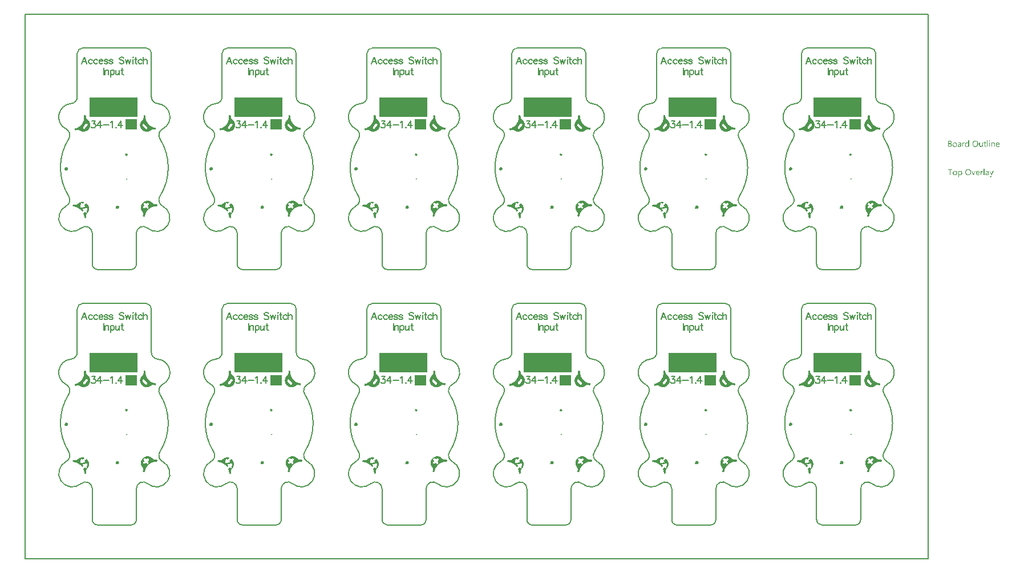
<source format=gto>
G04*
G04 #@! TF.GenerationSoftware,Altium Limited,Altium Designer,21.8.1 (53)*
G04*
G04 Layer_Color=65535*
%FSAX25Y25*%
%MOIN*%
G70*
G04*
G04 #@! TF.SameCoordinates,360D38BB-5A27-4593-86B5-486E9D4ED2DC*
G04*
G04*
G04 #@! TF.FilePolarity,Positive*
G04*
G01*
G75*
%ADD22C,0.00787*%
%ADD23C,0.00984*%
%ADD24C,0.01968*%
%ADD38C,0.00630*%
%ADD39R,0.28180X0.11391*%
%ADD40R,0.06929X0.06311*%
%ADD41R,0.28180X0.11391*%
%ADD42R,0.28180X0.11391*%
%ADD43R,0.28180X0.11391*%
G36*
X0473379Y0239594D02*
X0473441Y0239585D01*
X0473502Y0239569D01*
X0473561Y0239546D01*
X0473617Y0239517D01*
X0473669Y0239482D01*
X0473717Y0239441D01*
X0473761Y0239395D01*
X0473798Y0239345D01*
X0473830Y0239290D01*
X0473856Y0239232D01*
X0473875Y0239172D01*
X0473887Y0239110D01*
X0473892Y0239048D01*
X0473892Y0239034D01*
X0473892Y0239034D01*
X0473892Y0239033D01*
X0473892Y0238958D01*
X0473898Y0238732D01*
X0473912Y0238506D01*
X0473933Y0238281D01*
X0473961Y0238056D01*
X0473996Y0237833D01*
X0474039Y0237610D01*
X0474090Y0237390D01*
X0474147Y0237171D01*
X0474212Y0236954D01*
X0474283Y0236739D01*
X0474362Y0236527D01*
X0474447Y0236317D01*
X0474539Y0236111D01*
X0474638Y0235907D01*
X0474744Y0235707D01*
X0474856Y0235511D01*
X0474974Y0235318D01*
X0475099Y0235129D01*
X0475230Y0234944D01*
X0475367Y0234764D01*
X0475509Y0234588D01*
X0475658Y0234417D01*
X0475811Y0234251D01*
X0475971Y0234090D01*
X0476135Y0233935D01*
X0476304Y0233785D01*
X0476478Y0233640D01*
X0476657Y0233501D01*
X0476840Y0233369D01*
X0477028Y0233242D01*
X0477219Y0233121D01*
X0477415Y0233007D01*
X0477614Y0232899D01*
X0477816Y0232798D01*
X0478022Y0232703D01*
X0478230Y0232616D01*
X0478442Y0232535D01*
X0478656Y0232461D01*
X0478872Y0232394D01*
X0479090Y0232334D01*
X0479310Y0232282D01*
X0479532Y0232236D01*
X0479611Y0232223D01*
X0479611Y0232223D01*
X0479611Y0232222D01*
X0479626Y0232220D01*
X0479687Y0232204D01*
X0479746Y0232181D01*
X0479802Y0232152D01*
X0479855Y0232117D01*
X0479903Y0232076D01*
X0479947Y0232030D01*
X0479985Y0231979D01*
X0480017Y0231924D01*
X0480042Y0231866D01*
X0480061Y0231806D01*
X0480073Y0231744D01*
X0480079Y0231680D01*
X0480077Y0231617D01*
X0480068Y0231554D01*
X0480052Y0231493D01*
X0480029Y0231434D01*
X0479999Y0231378D01*
X0479964Y0231325D01*
X0479923Y0231277D01*
X0479877Y0231234D01*
X0479826Y0231196D01*
X0479772Y0231164D01*
X0479714Y0231138D01*
X0479653Y0231119D01*
X0479591Y0231107D01*
X0479528Y0231102D01*
X0479464Y0231103D01*
X0479416Y0231111D01*
X0479416Y0231110D01*
X0479416Y0231111D01*
X0479360Y0231120D01*
X0479112Y0231169D01*
X0478867Y0231226D01*
X0478867Y0231226D01*
X0478867Y0231227D01*
X0478863Y0231228D01*
X0478863Y0231227D01*
X0478797Y0231243D01*
X0478678Y0231265D01*
X0478559Y0231279D01*
X0478438Y0231286D01*
X0478318Y0231285D01*
X0478198Y0231278D01*
X0478078Y0231263D01*
X0477960Y0231241D01*
X0477843Y0231211D01*
X0477728Y0231175D01*
X0477615Y0231132D01*
X0477506Y0231082D01*
X0477399Y0231026D01*
X0477296Y0230963D01*
X0477197Y0230895D01*
X0477116Y0230831D01*
X0477116Y0230831D01*
X0477009Y0230745D01*
X0476872Y0230644D01*
X0476730Y0230549D01*
X0476584Y0230461D01*
X0476434Y0230379D01*
X0476281Y0230303D01*
X0476125Y0230234D01*
X0475966Y0230172D01*
X0475804Y0230118D01*
X0475640Y0230070D01*
X0475475Y0230029D01*
X0475307Y0229996D01*
X0475138Y0229970D01*
X0474969Y0229951D01*
X0474798Y0229940D01*
X0474628Y0229937D01*
X0474457Y0229940D01*
X0474287Y0229951D01*
X0474117Y0229970D01*
X0473948Y0229996D01*
X0473781Y0230029D01*
X0473615Y0230070D01*
X0473451Y0230118D01*
X0473290Y0230172D01*
X0473131Y0230234D01*
X0472974Y0230303D01*
X0472821Y0230379D01*
X0472672Y0230461D01*
X0472526Y0230549D01*
X0472384Y0230644D01*
X0472246Y0230745D01*
X0472113Y0230852D01*
X0471985Y0230964D01*
X0471862Y0231082D01*
X0471744Y0231206D01*
X0471631Y0231334D01*
X0471524Y0231467D01*
X0471423Y0231605D01*
X0471328Y0231747D01*
X0471240Y0231892D01*
X0471158Y0232042D01*
X0471082Y0232195D01*
X0471014Y0232351D01*
X0470952Y0232510D01*
X0470897Y0232672D01*
X0470849Y0232836D01*
X0470809Y0233002D01*
X0470775Y0233169D01*
X0470749Y0233338D01*
X0470731Y0233507D01*
X0470720Y0233678D01*
X0470716Y0233849D01*
X0470719Y0234019D01*
X0470731Y0234189D01*
X0470749Y0234359D01*
X0470775Y0234528D01*
X0470809Y0234695D01*
X0470849Y0234861D01*
X0470897Y0235025D01*
X0470952Y0235186D01*
X0471014Y0235346D01*
X0471082Y0235502D01*
X0471158Y0235655D01*
X0471240Y0235804D01*
X0471328Y0235950D01*
X0471423Y0236092D01*
X0471524Y0236230D01*
X0471631Y0236363D01*
X0471744Y0236491D01*
X0471862Y0236615D01*
X0471985Y0236733D01*
X0472091Y0236825D01*
X0472091Y0236825D01*
X0472169Y0236895D01*
X0472254Y0236981D01*
X0472334Y0237071D01*
X0472407Y0237167D01*
X0472476Y0237266D01*
X0472538Y0237369D01*
X0472593Y0237476D01*
X0472642Y0237586D01*
X0472685Y0237699D01*
X0472720Y0237814D01*
X0472749Y0237931D01*
X0472770Y0238050D01*
X0472784Y0238169D01*
X0472791Y0238290D01*
X0472790Y0238410D01*
X0472786Y0238476D01*
X0472786Y0238476D01*
X0472786Y0238480D01*
X0472786Y0238480D01*
X0472773Y0238725D01*
X0472767Y0238977D01*
X0472768Y0239034D01*
X0472767D01*
X0472767Y0239034D01*
X0472768D01*
X0472769Y0239083D01*
X0472778Y0239145D01*
X0472794Y0239206D01*
X0472817Y0239265D01*
X0472846Y0239321D01*
X0472881Y0239373D01*
X0472922Y0239421D01*
X0472968Y0239464D01*
X0473019Y0239502D01*
X0473073Y0239534D01*
X0473131Y0239560D01*
X0473191Y0239579D01*
X0473253Y0239591D01*
X0473316Y0239596D01*
X0473379Y0239594D01*
D02*
G37*
G36*
X0388733D02*
X0388795Y0239585D01*
X0388856Y0239569D01*
X0388915Y0239546D01*
X0388971Y0239517D01*
X0389024Y0239482D01*
X0389072Y0239441D01*
X0389115Y0239395D01*
X0389153Y0239345D01*
X0389184Y0239290D01*
X0389210Y0239232D01*
X0389229Y0239172D01*
X0389241Y0239110D01*
X0389246Y0239048D01*
X0389246Y0239034D01*
X0389247Y0239034D01*
X0389247Y0239033D01*
X0389246Y0238958D01*
X0389252Y0238732D01*
X0389266Y0238506D01*
X0389287Y0238281D01*
X0389315Y0238056D01*
X0389351Y0237833D01*
X0389394Y0237610D01*
X0389444Y0237390D01*
X0389501Y0237171D01*
X0389566Y0236954D01*
X0389637Y0236739D01*
X0389716Y0236527D01*
X0389801Y0236317D01*
X0389894Y0236111D01*
X0389993Y0235907D01*
X0390098Y0235707D01*
X0390210Y0235511D01*
X0390329Y0235318D01*
X0390454Y0235129D01*
X0390584Y0234944D01*
X0390721Y0234764D01*
X0390864Y0234588D01*
X0391012Y0234417D01*
X0391166Y0234251D01*
X0391325Y0234090D01*
X0391489Y0233935D01*
X0391658Y0233785D01*
X0391833Y0233640D01*
X0392011Y0233501D01*
X0392195Y0233369D01*
X0392382Y0233242D01*
X0392574Y0233121D01*
X0392769Y0233007D01*
X0392968Y0232899D01*
X0393170Y0232798D01*
X0393376Y0232703D01*
X0393585Y0232616D01*
X0393796Y0232535D01*
X0394010Y0232461D01*
X0394226Y0232394D01*
X0394444Y0232334D01*
X0394665Y0232282D01*
X0394886Y0232236D01*
X0394965Y0232223D01*
X0394966Y0232223D01*
X0394965Y0232222D01*
X0394980Y0232220D01*
X0395041Y0232204D01*
X0395100Y0232181D01*
X0395157Y0232152D01*
X0395209Y0232117D01*
X0395257Y0232076D01*
X0395301Y0232030D01*
X0395339Y0231979D01*
X0395371Y0231924D01*
X0395396Y0231866D01*
X0395416Y0231806D01*
X0395428Y0231744D01*
X0395433Y0231680D01*
X0395431Y0231617D01*
X0395422Y0231554D01*
X0395406Y0231493D01*
X0395383Y0231434D01*
X0395354Y0231378D01*
X0395318Y0231325D01*
X0395277Y0231277D01*
X0395231Y0231234D01*
X0395181Y0231196D01*
X0395126Y0231164D01*
X0395068Y0231138D01*
X0395007Y0231119D01*
X0394945Y0231107D01*
X0394882Y0231102D01*
X0394819Y0231103D01*
X0394770Y0231111D01*
X0394770Y0231110D01*
X0394770Y0231111D01*
X0394715Y0231120D01*
X0394467Y0231169D01*
X0394221Y0231226D01*
X0394221Y0231226D01*
X0394221Y0231227D01*
X0394217Y0231228D01*
X0394217Y0231227D01*
X0394151Y0231243D01*
X0394033Y0231265D01*
X0393913Y0231279D01*
X0393793Y0231286D01*
X0393672Y0231285D01*
X0393552Y0231278D01*
X0393432Y0231263D01*
X0393314Y0231241D01*
X0393197Y0231211D01*
X0393082Y0231175D01*
X0392970Y0231132D01*
X0392860Y0231082D01*
X0392754Y0231026D01*
X0392651Y0230963D01*
X0392552Y0230895D01*
X0392471Y0230831D01*
X0392470Y0230831D01*
X0392364Y0230745D01*
X0392226Y0230644D01*
X0392084Y0230549D01*
X0391938Y0230461D01*
X0391788Y0230379D01*
X0391635Y0230303D01*
X0391479Y0230234D01*
X0391320Y0230172D01*
X0391158Y0230118D01*
X0390995Y0230070D01*
X0390829Y0230029D01*
X0390661Y0229996D01*
X0390493Y0229970D01*
X0390323Y0229951D01*
X0390153Y0229940D01*
X0389982Y0229937D01*
X0389811Y0229940D01*
X0389641Y0229951D01*
X0389472Y0229970D01*
X0389303Y0229996D01*
X0389135Y0230029D01*
X0388970Y0230070D01*
X0388806Y0230118D01*
X0388644Y0230172D01*
X0388485Y0230234D01*
X0388329Y0230303D01*
X0388176Y0230379D01*
X0388026Y0230461D01*
X0387880Y0230549D01*
X0387738Y0230644D01*
X0387601Y0230745D01*
X0387468Y0230852D01*
X0387339Y0230964D01*
X0387216Y0231082D01*
X0387098Y0231206D01*
X0386985Y0231334D01*
X0386878Y0231467D01*
X0386778Y0231605D01*
X0386683Y0231747D01*
X0386594Y0231892D01*
X0386512Y0232042D01*
X0386437Y0232195D01*
X0386368Y0232351D01*
X0386306Y0232510D01*
X0386251Y0232672D01*
X0386203Y0232836D01*
X0386163Y0233002D01*
X0386130Y0233169D01*
X0386104Y0233338D01*
X0386085Y0233507D01*
X0386074Y0233678D01*
X0386070Y0233849D01*
X0386074Y0234019D01*
X0386085Y0234189D01*
X0386104Y0234359D01*
X0386130Y0234528D01*
X0386163Y0234695D01*
X0386203Y0234861D01*
X0386251Y0235025D01*
X0386306Y0235186D01*
X0386368Y0235346D01*
X0386437Y0235502D01*
X0386512Y0235655D01*
X0386594Y0235804D01*
X0386683Y0235950D01*
X0386778Y0236092D01*
X0386878Y0236230D01*
X0386985Y0236363D01*
X0387098Y0236491D01*
X0387216Y0236615D01*
X0387339Y0236733D01*
X0387445Y0236825D01*
X0387445Y0236825D01*
X0387523Y0236895D01*
X0387608Y0236981D01*
X0387688Y0237071D01*
X0387762Y0237167D01*
X0387830Y0237266D01*
X0387892Y0237369D01*
X0387948Y0237476D01*
X0387997Y0237586D01*
X0388039Y0237699D01*
X0388074Y0237814D01*
X0388103Y0237931D01*
X0388124Y0238050D01*
X0388138Y0238169D01*
X0388145Y0238290D01*
X0388145Y0238410D01*
X0388141Y0238476D01*
X0388141Y0238476D01*
X0388140Y0238480D01*
X0388140Y0238480D01*
X0388127Y0238725D01*
X0388122Y0238977D01*
X0388122Y0239034D01*
X0388121D01*
X0388121Y0239034D01*
X0388122D01*
X0388123Y0239083D01*
X0388133Y0239145D01*
X0388148Y0239206D01*
X0388171Y0239265D01*
X0388200Y0239321D01*
X0388235Y0239373D01*
X0388276Y0239421D01*
X0388322Y0239464D01*
X0388373Y0239502D01*
X0388427Y0239534D01*
X0388485Y0239560D01*
X0388545Y0239579D01*
X0388607Y0239591D01*
X0388670Y0239596D01*
X0388733Y0239594D01*
D02*
G37*
G36*
X0304087D02*
X0304150Y0239585D01*
X0304211Y0239569D01*
X0304270Y0239546D01*
X0304326Y0239517D01*
X0304378Y0239482D01*
X0304426Y0239441D01*
X0304469Y0239395D01*
X0304507Y0239345D01*
X0304539Y0239290D01*
X0304564Y0239232D01*
X0304583Y0239172D01*
X0304595Y0239110D01*
X0304601Y0239048D01*
X0304600Y0239034D01*
X0304601Y0239034D01*
X0304601Y0239033D01*
X0304600Y0238958D01*
X0304607Y0238732D01*
X0304620Y0238506D01*
X0304641Y0238281D01*
X0304669Y0238056D01*
X0304705Y0237833D01*
X0304748Y0237610D01*
X0304798Y0237390D01*
X0304856Y0237171D01*
X0304920Y0236954D01*
X0304992Y0236739D01*
X0305070Y0236527D01*
X0305156Y0236317D01*
X0305248Y0236111D01*
X0305347Y0235907D01*
X0305452Y0235707D01*
X0305565Y0235511D01*
X0305683Y0235318D01*
X0305808Y0235129D01*
X0305939Y0234944D01*
X0306075Y0234764D01*
X0306218Y0234588D01*
X0306366Y0234417D01*
X0306520Y0234251D01*
X0306679Y0234090D01*
X0306843Y0233935D01*
X0307013Y0233785D01*
X0307187Y0233640D01*
X0307366Y0233501D01*
X0307549Y0233369D01*
X0307736Y0233242D01*
X0307928Y0233121D01*
X0308123Y0233007D01*
X0308322Y0232899D01*
X0308525Y0232798D01*
X0308730Y0232703D01*
X0308939Y0232616D01*
X0309150Y0232535D01*
X0309364Y0232461D01*
X0309580Y0232394D01*
X0309799Y0232334D01*
X0310019Y0232282D01*
X0310241Y0232236D01*
X0310319Y0232223D01*
X0310320Y0232223D01*
X0310320Y0232222D01*
X0310334Y0232220D01*
X0310396Y0232204D01*
X0310455Y0232181D01*
X0310511Y0232152D01*
X0310563Y0232117D01*
X0310612Y0232076D01*
X0310655Y0232030D01*
X0310693Y0231979D01*
X0310725Y0231924D01*
X0310751Y0231866D01*
X0310770Y0231806D01*
X0310782Y0231744D01*
X0310787Y0231680D01*
X0310785Y0231617D01*
X0310776Y0231554D01*
X0310760Y0231493D01*
X0310737Y0231434D01*
X0310708Y0231378D01*
X0310673Y0231325D01*
X0310632Y0231277D01*
X0310586Y0231234D01*
X0310535Y0231196D01*
X0310480Y0231164D01*
X0310422Y0231138D01*
X0310362Y0231119D01*
X0310300Y0231107D01*
X0310237Y0231102D01*
X0310173Y0231103D01*
X0310124Y0231111D01*
X0310124Y0231110D01*
X0310124Y0231111D01*
X0310069Y0231120D01*
X0309821Y0231169D01*
X0309576Y0231226D01*
X0309576Y0231226D01*
X0309575Y0231227D01*
X0309572Y0231228D01*
X0309571Y0231227D01*
X0309505Y0231243D01*
X0309387Y0231265D01*
X0309267Y0231279D01*
X0309147Y0231286D01*
X0309026Y0231285D01*
X0308906Y0231278D01*
X0308787Y0231263D01*
X0308668Y0231241D01*
X0308551Y0231211D01*
X0308436Y0231175D01*
X0308324Y0231132D01*
X0308214Y0231082D01*
X0308108Y0231026D01*
X0308005Y0230963D01*
X0307906Y0230895D01*
X0307825Y0230831D01*
X0307825Y0230831D01*
X0307718Y0230745D01*
X0307580Y0230644D01*
X0307438Y0230549D01*
X0307292Y0230461D01*
X0307143Y0230379D01*
X0306990Y0230303D01*
X0306833Y0230234D01*
X0306674Y0230172D01*
X0306513Y0230118D01*
X0306349Y0230070D01*
X0306183Y0230029D01*
X0306016Y0229996D01*
X0305847Y0229970D01*
X0305677Y0229951D01*
X0305507Y0229940D01*
X0305336Y0229937D01*
X0305166Y0229940D01*
X0304995Y0229951D01*
X0304826Y0229970D01*
X0304657Y0229996D01*
X0304490Y0230029D01*
X0304324Y0230070D01*
X0304160Y0230118D01*
X0303998Y0230172D01*
X0303839Y0230234D01*
X0303683Y0230303D01*
X0303530Y0230379D01*
X0303380Y0230461D01*
X0303235Y0230549D01*
X0303093Y0230644D01*
X0302955Y0230745D01*
X0302822Y0230852D01*
X0302694Y0230964D01*
X0302570Y0231082D01*
X0302452Y0231206D01*
X0302340Y0231334D01*
X0302233Y0231467D01*
X0302132Y0231605D01*
X0302037Y0231747D01*
X0301949Y0231892D01*
X0301866Y0232042D01*
X0301791Y0232195D01*
X0301722Y0232351D01*
X0301660Y0232510D01*
X0301606Y0232672D01*
X0301558Y0232836D01*
X0301517Y0233002D01*
X0301484Y0233169D01*
X0301458Y0233338D01*
X0301439Y0233507D01*
X0301428Y0233678D01*
X0301424Y0233849D01*
X0301428Y0234019D01*
X0301439Y0234189D01*
X0301458Y0234359D01*
X0301484Y0234528D01*
X0301517Y0234695D01*
X0301558Y0234861D01*
X0301606Y0235025D01*
X0301660Y0235186D01*
X0301722Y0235346D01*
X0301791Y0235502D01*
X0301867Y0235655D01*
X0301949Y0235804D01*
X0302037Y0235950D01*
X0302132Y0236092D01*
X0302233Y0236230D01*
X0302340Y0236363D01*
X0302452Y0236491D01*
X0302570Y0236615D01*
X0302694Y0236733D01*
X0302799Y0236825D01*
X0302799Y0236825D01*
X0302878Y0236895D01*
X0302963Y0236981D01*
X0303042Y0237071D01*
X0303116Y0237167D01*
X0303184Y0237266D01*
X0303246Y0237369D01*
X0303302Y0237476D01*
X0303351Y0237586D01*
X0303393Y0237699D01*
X0303429Y0237814D01*
X0303457Y0237931D01*
X0303479Y0238050D01*
X0303493Y0238169D01*
X0303500Y0238290D01*
X0303499Y0238410D01*
X0303495Y0238476D01*
X0303495Y0238476D01*
X0303495Y0238480D01*
X0303495Y0238480D01*
X0303482Y0238725D01*
X0303476Y0238977D01*
X0303476Y0239034D01*
X0303476D01*
X0303476Y0239034D01*
X0303476D01*
X0303478Y0239083D01*
X0303487Y0239145D01*
X0303503Y0239206D01*
X0303525Y0239265D01*
X0303555Y0239321D01*
X0303590Y0239373D01*
X0303631Y0239421D01*
X0303677Y0239464D01*
X0303727Y0239502D01*
X0303782Y0239534D01*
X0303839Y0239560D01*
X0303899Y0239579D01*
X0303961Y0239591D01*
X0304024Y0239596D01*
X0304087Y0239594D01*
D02*
G37*
G36*
X0219442D02*
X0219504Y0239585D01*
X0219565Y0239569D01*
X0219624Y0239546D01*
X0219680Y0239517D01*
X0219732Y0239482D01*
X0219780Y0239441D01*
X0219824Y0239395D01*
X0219861Y0239345D01*
X0219893Y0239290D01*
X0219919Y0239232D01*
X0219938Y0239172D01*
X0219950Y0239110D01*
X0219955Y0239048D01*
X0219954Y0239034D01*
X0219955Y0239034D01*
X0219955Y0239033D01*
X0219955Y0238958D01*
X0219961Y0238732D01*
X0219974Y0238506D01*
X0219995Y0238281D01*
X0220024Y0238056D01*
X0220059Y0237833D01*
X0220102Y0237610D01*
X0220152Y0237390D01*
X0220210Y0237171D01*
X0220274Y0236954D01*
X0220346Y0236739D01*
X0220425Y0236527D01*
X0220510Y0236317D01*
X0220602Y0236111D01*
X0220701Y0235907D01*
X0220807Y0235707D01*
X0220919Y0235511D01*
X0221037Y0235318D01*
X0221162Y0235129D01*
X0221293Y0234944D01*
X0221430Y0234764D01*
X0221572Y0234588D01*
X0221721Y0234417D01*
X0221874Y0234251D01*
X0222034Y0234090D01*
X0222198Y0233935D01*
X0222367Y0233785D01*
X0222541Y0233640D01*
X0222720Y0233501D01*
X0222903Y0233369D01*
X0223091Y0233242D01*
X0223282Y0233121D01*
X0223478Y0233007D01*
X0223677Y0232899D01*
X0223879Y0232798D01*
X0224085Y0232703D01*
X0224293Y0232616D01*
X0224505Y0232535D01*
X0224719Y0232461D01*
X0224935Y0232394D01*
X0225153Y0232334D01*
X0225373Y0232282D01*
X0225595Y0232236D01*
X0225674Y0232223D01*
X0225674Y0232223D01*
X0225674Y0232222D01*
X0225689Y0232220D01*
X0225750Y0232204D01*
X0225809Y0232181D01*
X0225865Y0232152D01*
X0225918Y0232117D01*
X0225966Y0232076D01*
X0226009Y0232030D01*
X0226047Y0231979D01*
X0226080Y0231924D01*
X0226105Y0231866D01*
X0226124Y0231806D01*
X0226136Y0231744D01*
X0226142Y0231680D01*
X0226140Y0231617D01*
X0226131Y0231554D01*
X0226115Y0231493D01*
X0226092Y0231434D01*
X0226062Y0231378D01*
X0226027Y0231325D01*
X0225986Y0231277D01*
X0225940Y0231234D01*
X0225889Y0231196D01*
X0225834Y0231164D01*
X0225777Y0231138D01*
X0225716Y0231119D01*
X0225654Y0231107D01*
X0225591Y0231102D01*
X0225528Y0231103D01*
X0225479Y0231111D01*
X0225479Y0231110D01*
X0225479Y0231111D01*
X0225423Y0231120D01*
X0225175Y0231169D01*
X0224930Y0231226D01*
X0224930Y0231226D01*
X0224929Y0231227D01*
X0224926Y0231228D01*
X0224925Y0231227D01*
X0224860Y0231243D01*
X0224741Y0231265D01*
X0224622Y0231279D01*
X0224501Y0231286D01*
X0224381Y0231285D01*
X0224260Y0231278D01*
X0224141Y0231263D01*
X0224023Y0231241D01*
X0223906Y0231211D01*
X0223791Y0231175D01*
X0223678Y0231132D01*
X0223569Y0231082D01*
X0223462Y0231026D01*
X0223359Y0230963D01*
X0223260Y0230895D01*
X0223179Y0230831D01*
X0223179Y0230831D01*
X0223072Y0230745D01*
X0222935Y0230644D01*
X0222793Y0230549D01*
X0222647Y0230461D01*
X0222497Y0230379D01*
X0222344Y0230303D01*
X0222188Y0230234D01*
X0222029Y0230172D01*
X0221867Y0230118D01*
X0221703Y0230070D01*
X0221537Y0230029D01*
X0221370Y0229996D01*
X0221201Y0229970D01*
X0221032Y0229951D01*
X0220861Y0229940D01*
X0220691Y0229937D01*
X0220520Y0229940D01*
X0220350Y0229951D01*
X0220180Y0229970D01*
X0220011Y0229996D01*
X0219844Y0230029D01*
X0219678Y0230070D01*
X0219514Y0230118D01*
X0219353Y0230172D01*
X0219194Y0230234D01*
X0219037Y0230303D01*
X0218884Y0230379D01*
X0218735Y0230461D01*
X0218589Y0230549D01*
X0218447Y0230644D01*
X0218309Y0230745D01*
X0218176Y0230852D01*
X0218048Y0230964D01*
X0217924Y0231082D01*
X0217807Y0231206D01*
X0217694Y0231334D01*
X0217587Y0231467D01*
X0217486Y0231605D01*
X0217391Y0231747D01*
X0217303Y0231892D01*
X0217221Y0232042D01*
X0217145Y0232195D01*
X0217076Y0232351D01*
X0217015Y0232510D01*
X0216960Y0232672D01*
X0216912Y0232836D01*
X0216872Y0233002D01*
X0216838Y0233169D01*
X0216812Y0233338D01*
X0216794Y0233507D01*
X0216782Y0233678D01*
X0216779Y0233849D01*
X0216782Y0234019D01*
X0216794Y0234189D01*
X0216812Y0234359D01*
X0216838Y0234528D01*
X0216872Y0234695D01*
X0216912Y0234861D01*
X0216960Y0235025D01*
X0217015Y0235186D01*
X0217076Y0235346D01*
X0217145Y0235502D01*
X0217221Y0235655D01*
X0217303Y0235804D01*
X0217391Y0235950D01*
X0217486Y0236092D01*
X0217587Y0236230D01*
X0217694Y0236363D01*
X0217807Y0236491D01*
X0217924Y0236615D01*
X0218048Y0236733D01*
X0218154Y0236825D01*
X0218154Y0236825D01*
X0218232Y0236895D01*
X0218317Y0236981D01*
X0218396Y0237071D01*
X0218471Y0237167D01*
X0218539Y0237266D01*
X0218601Y0237369D01*
X0218656Y0237476D01*
X0218705Y0237586D01*
X0218748Y0237699D01*
X0218783Y0237814D01*
X0218811Y0237931D01*
X0218833Y0238050D01*
X0218847Y0238169D01*
X0218854Y0238290D01*
X0218853Y0238410D01*
X0218849Y0238476D01*
X0218849Y0238476D01*
X0218849Y0238480D01*
X0218849Y0238480D01*
X0218836Y0238725D01*
X0218830Y0238977D01*
X0218830Y0239034D01*
X0218830D01*
X0218830Y0239034D01*
X0218831D01*
X0218832Y0239083D01*
X0218841Y0239145D01*
X0218857Y0239206D01*
X0218880Y0239265D01*
X0218909Y0239321D01*
X0218944Y0239373D01*
X0218985Y0239421D01*
X0219031Y0239464D01*
X0219081Y0239502D01*
X0219136Y0239534D01*
X0219194Y0239560D01*
X0219254Y0239579D01*
X0219316Y0239591D01*
X0219378Y0239596D01*
X0219442Y0239594D01*
D02*
G37*
G36*
X0134796D02*
X0134858Y0239585D01*
X0134919Y0239569D01*
X0134978Y0239546D01*
X0135034Y0239517D01*
X0135087Y0239482D01*
X0135135Y0239441D01*
X0135178Y0239395D01*
X0135216Y0239345D01*
X0135248Y0239290D01*
X0135273Y0239232D01*
X0135292Y0239172D01*
X0135304Y0239110D01*
X0135309Y0239048D01*
X0135309Y0239034D01*
X0135309Y0239034D01*
X0135310Y0239033D01*
X0135309Y0238958D01*
X0135315Y0238732D01*
X0135329Y0238506D01*
X0135350Y0238281D01*
X0135378Y0238056D01*
X0135414Y0237833D01*
X0135457Y0237610D01*
X0135507Y0237390D01*
X0135564Y0237171D01*
X0135629Y0236954D01*
X0135700Y0236739D01*
X0135779Y0236527D01*
X0135864Y0236317D01*
X0135957Y0236111D01*
X0136056Y0235907D01*
X0136161Y0235707D01*
X0136273Y0235511D01*
X0136392Y0235318D01*
X0136516Y0235129D01*
X0136647Y0234944D01*
X0136784Y0234764D01*
X0136927Y0234588D01*
X0137075Y0234417D01*
X0137229Y0234251D01*
X0137388Y0234090D01*
X0137552Y0233935D01*
X0137722Y0233785D01*
X0137896Y0233640D01*
X0138074Y0233501D01*
X0138258Y0233369D01*
X0138445Y0233242D01*
X0138637Y0233121D01*
X0138832Y0233007D01*
X0139031Y0232899D01*
X0139233Y0232798D01*
X0139439Y0232703D01*
X0139648Y0232616D01*
X0139859Y0232535D01*
X0140073Y0232461D01*
X0140289Y0232394D01*
X0140507Y0232334D01*
X0140727Y0232282D01*
X0140949Y0232236D01*
X0141028Y0232223D01*
X0141028Y0232223D01*
X0141028Y0232222D01*
X0141043Y0232220D01*
X0141104Y0232204D01*
X0141163Y0232181D01*
X0141220Y0232152D01*
X0141272Y0232117D01*
X0141320Y0232076D01*
X0141364Y0232030D01*
X0141402Y0231979D01*
X0141434Y0231924D01*
X0141460Y0231866D01*
X0141479Y0231806D01*
X0141491Y0231744D01*
X0141496Y0231680D01*
X0141494Y0231617D01*
X0141485Y0231554D01*
X0141469Y0231493D01*
X0141446Y0231434D01*
X0141417Y0231378D01*
X0141381Y0231325D01*
X0141340Y0231277D01*
X0141294Y0231234D01*
X0141243Y0231196D01*
X0141189Y0231164D01*
X0141131Y0231138D01*
X0141070Y0231119D01*
X0141008Y0231107D01*
X0140945Y0231102D01*
X0140882Y0231103D01*
X0140833Y0231111D01*
X0140833Y0231110D01*
X0140833Y0231111D01*
X0140778Y0231120D01*
X0140530Y0231169D01*
X0140284Y0231226D01*
X0140284Y0231226D01*
X0140284Y0231227D01*
X0140280Y0231228D01*
X0140280Y0231227D01*
X0140214Y0231243D01*
X0140095Y0231265D01*
X0139976Y0231279D01*
X0139856Y0231286D01*
X0139735Y0231285D01*
X0139615Y0231278D01*
X0139495Y0231263D01*
X0139377Y0231241D01*
X0139260Y0231211D01*
X0139145Y0231175D01*
X0139033Y0231132D01*
X0138923Y0231082D01*
X0138816Y0231026D01*
X0138714Y0230963D01*
X0138615Y0230895D01*
X0138533Y0230831D01*
X0138533Y0230831D01*
X0138426Y0230745D01*
X0138289Y0230644D01*
X0138147Y0230549D01*
X0138001Y0230461D01*
X0137851Y0230379D01*
X0137698Y0230303D01*
X0137542Y0230234D01*
X0137383Y0230172D01*
X0137221Y0230118D01*
X0137057Y0230070D01*
X0136892Y0230029D01*
X0136724Y0229996D01*
X0136556Y0229970D01*
X0136386Y0229951D01*
X0136216Y0229940D01*
X0136045Y0229937D01*
X0135874Y0229940D01*
X0135704Y0229951D01*
X0135534Y0229970D01*
X0135366Y0229996D01*
X0135198Y0230029D01*
X0135032Y0230070D01*
X0134869Y0230118D01*
X0134707Y0230172D01*
X0134548Y0230234D01*
X0134392Y0230303D01*
X0134239Y0230379D01*
X0134089Y0230461D01*
X0133943Y0230549D01*
X0133801Y0230644D01*
X0133664Y0230745D01*
X0133530Y0230852D01*
X0133402Y0230964D01*
X0133279Y0231082D01*
X0133161Y0231206D01*
X0133048Y0231334D01*
X0132941Y0231467D01*
X0132841Y0231605D01*
X0132746Y0231747D01*
X0132657Y0231892D01*
X0132575Y0232042D01*
X0132500Y0232195D01*
X0132431Y0232351D01*
X0132369Y0232510D01*
X0132314Y0232672D01*
X0132266Y0232836D01*
X0132226Y0233002D01*
X0132193Y0233169D01*
X0132167Y0233338D01*
X0132148Y0233507D01*
X0132137Y0233678D01*
X0132133Y0233849D01*
X0132137Y0234019D01*
X0132148Y0234189D01*
X0132167Y0234359D01*
X0132193Y0234528D01*
X0132226Y0234695D01*
X0132266Y0234861D01*
X0132314Y0235025D01*
X0132369Y0235186D01*
X0132431Y0235346D01*
X0132500Y0235502D01*
X0132575Y0235655D01*
X0132657Y0235804D01*
X0132746Y0235950D01*
X0132841Y0236092D01*
X0132941Y0236230D01*
X0133048Y0236363D01*
X0133161Y0236491D01*
X0133279Y0236615D01*
X0133402Y0236733D01*
X0133508Y0236825D01*
X0133508Y0236825D01*
X0133586Y0236895D01*
X0133671Y0236981D01*
X0133751Y0237071D01*
X0133825Y0237167D01*
X0133893Y0237266D01*
X0133955Y0237369D01*
X0134011Y0237476D01*
X0134060Y0237586D01*
X0134102Y0237699D01*
X0134137Y0237814D01*
X0134166Y0237931D01*
X0134187Y0238050D01*
X0134201Y0238169D01*
X0134208Y0238290D01*
X0134208Y0238410D01*
X0134204Y0238476D01*
X0134204Y0238476D01*
X0134203Y0238480D01*
X0134203Y0238480D01*
X0134190Y0238725D01*
X0134184Y0238977D01*
X0134185Y0239034D01*
X0134184D01*
X0134184Y0239034D01*
X0134185D01*
X0134186Y0239083D01*
X0134195Y0239145D01*
X0134211Y0239206D01*
X0134234Y0239265D01*
X0134263Y0239321D01*
X0134298Y0239373D01*
X0134339Y0239421D01*
X0134385Y0239464D01*
X0134436Y0239502D01*
X0134490Y0239534D01*
X0134548Y0239560D01*
X0134608Y0239579D01*
X0134670Y0239591D01*
X0134733Y0239596D01*
X0134796Y0239594D01*
D02*
G37*
G36*
X0050150D02*
X0050213Y0239585D01*
X0050274Y0239569D01*
X0050333Y0239546D01*
X0050388Y0239517D01*
X0050441Y0239482D01*
X0050489Y0239441D01*
X0050532Y0239395D01*
X0050570Y0239345D01*
X0050602Y0239290D01*
X0050627Y0239232D01*
X0050646Y0239172D01*
X0050659Y0239110D01*
X0050664Y0239048D01*
X0050663Y0239034D01*
X0050664Y0239034D01*
X0050664Y0239033D01*
X0050663Y0238958D01*
X0050669Y0238732D01*
X0050683Y0238506D01*
X0050704Y0238281D01*
X0050732Y0238056D01*
X0050768Y0237833D01*
X0050811Y0237610D01*
X0050861Y0237390D01*
X0050919Y0237171D01*
X0050983Y0236954D01*
X0051055Y0236739D01*
X0051133Y0236527D01*
X0051219Y0236317D01*
X0051311Y0236111D01*
X0051410Y0235907D01*
X0051516Y0235707D01*
X0051627Y0235511D01*
X0051746Y0235318D01*
X0051871Y0235129D01*
X0052002Y0234944D01*
X0052138Y0234764D01*
X0052281Y0234588D01*
X0052429Y0234417D01*
X0052583Y0234251D01*
X0052742Y0234090D01*
X0052906Y0233935D01*
X0053076Y0233785D01*
X0053250Y0233640D01*
X0053429Y0233501D01*
X0053612Y0233369D01*
X0053799Y0233242D01*
X0053991Y0233121D01*
X0054186Y0233007D01*
X0054385Y0232899D01*
X0054588Y0232798D01*
X0054793Y0232703D01*
X0055002Y0232616D01*
X0055213Y0232535D01*
X0055427Y0232461D01*
X0055643Y0232394D01*
X0055862Y0232334D01*
X0056082Y0232282D01*
X0056304Y0232236D01*
X0056382Y0232223D01*
X0056383Y0232223D01*
X0056383Y0232222D01*
X0056397Y0232220D01*
X0056459Y0232204D01*
X0056518Y0232181D01*
X0056574Y0232152D01*
X0056626Y0232117D01*
X0056675Y0232076D01*
X0056718Y0232030D01*
X0056756Y0231979D01*
X0056788Y0231924D01*
X0056814Y0231866D01*
X0056833Y0231806D01*
X0056845Y0231744D01*
X0056850Y0231680D01*
X0056848Y0231617D01*
X0056839Y0231554D01*
X0056823Y0231493D01*
X0056800Y0231434D01*
X0056771Y0231378D01*
X0056736Y0231325D01*
X0056695Y0231277D01*
X0056648Y0231234D01*
X0056598Y0231196D01*
X0056543Y0231164D01*
X0056485Y0231138D01*
X0056425Y0231119D01*
X0056363Y0231107D01*
X0056299Y0231102D01*
X0056236Y0231103D01*
X0056187Y0231111D01*
X0056187Y0231110D01*
X0056187Y0231111D01*
X0056132Y0231120D01*
X0055884Y0231169D01*
X0055638Y0231226D01*
X0055638Y0231226D01*
X0055638Y0231227D01*
X0055635Y0231228D01*
X0055634Y0231227D01*
X0055568Y0231243D01*
X0055450Y0231265D01*
X0055330Y0231279D01*
X0055210Y0231286D01*
X0055089Y0231285D01*
X0054969Y0231278D01*
X0054850Y0231263D01*
X0054731Y0231241D01*
X0054614Y0231211D01*
X0054499Y0231175D01*
X0054387Y0231132D01*
X0054277Y0231082D01*
X0054171Y0231026D01*
X0054068Y0230963D01*
X0053969Y0230895D01*
X0053888Y0230831D01*
X0053888Y0230831D01*
X0053781Y0230745D01*
X0053643Y0230644D01*
X0053501Y0230549D01*
X0053355Y0230461D01*
X0053206Y0230379D01*
X0053053Y0230303D01*
X0052896Y0230234D01*
X0052737Y0230172D01*
X0052576Y0230118D01*
X0052412Y0230070D01*
X0052246Y0230029D01*
X0052079Y0229996D01*
X0051910Y0229970D01*
X0051740Y0229951D01*
X0051570Y0229940D01*
X0051399Y0229937D01*
X0051229Y0229940D01*
X0051058Y0229951D01*
X0050889Y0229970D01*
X0050720Y0229996D01*
X0050553Y0230029D01*
X0050387Y0230070D01*
X0050223Y0230118D01*
X0050061Y0230172D01*
X0049902Y0230234D01*
X0049746Y0230303D01*
X0049593Y0230379D01*
X0049443Y0230461D01*
X0049297Y0230549D01*
X0049156Y0230644D01*
X0049018Y0230745D01*
X0048885Y0230852D01*
X0048757Y0230964D01*
X0048633Y0231082D01*
X0048515Y0231206D01*
X0048403Y0231334D01*
X0048296Y0231467D01*
X0048195Y0231605D01*
X0048100Y0231747D01*
X0048011Y0231892D01*
X0047929Y0232042D01*
X0047854Y0232195D01*
X0047785Y0232351D01*
X0047723Y0232510D01*
X0047668Y0232672D01*
X0047621Y0232836D01*
X0047580Y0233002D01*
X0047547Y0233169D01*
X0047521Y0233338D01*
X0047502Y0233507D01*
X0047491Y0233678D01*
X0047487Y0233849D01*
X0047491Y0234019D01*
X0047502Y0234189D01*
X0047521Y0234359D01*
X0047547Y0234528D01*
X0047580Y0234695D01*
X0047621Y0234861D01*
X0047668Y0235025D01*
X0047723Y0235186D01*
X0047785Y0235346D01*
X0047854Y0235502D01*
X0047929Y0235655D01*
X0048011Y0235804D01*
X0048100Y0235950D01*
X0048195Y0236092D01*
X0048296Y0236230D01*
X0048403Y0236363D01*
X0048515Y0236491D01*
X0048633Y0236615D01*
X0048757Y0236733D01*
X0048862Y0236825D01*
X0048862Y0236825D01*
X0048941Y0236895D01*
X0049025Y0236981D01*
X0049105Y0237071D01*
X0049179Y0237167D01*
X0049247Y0237266D01*
X0049309Y0237369D01*
X0049365Y0237476D01*
X0049414Y0237586D01*
X0049456Y0237699D01*
X0049492Y0237814D01*
X0049520Y0237931D01*
X0049541Y0238050D01*
X0049556Y0238169D01*
X0049562Y0238290D01*
X0049562Y0238410D01*
X0049558Y0238476D01*
X0049558Y0238476D01*
X0049558Y0238480D01*
X0049558Y0238480D01*
X0049544Y0238725D01*
X0049539Y0238977D01*
X0049539Y0239034D01*
X0049539D01*
X0049539Y0239034D01*
X0049539D01*
X0049541Y0239083D01*
X0049550Y0239145D01*
X0049566Y0239206D01*
X0049588Y0239265D01*
X0049617Y0239321D01*
X0049653Y0239373D01*
X0049694Y0239421D01*
X0049740Y0239464D01*
X0049790Y0239502D01*
X0049845Y0239534D01*
X0049902Y0239560D01*
X0049962Y0239579D01*
X0050024Y0239591D01*
X0050087Y0239596D01*
X0050150Y0239594D01*
D02*
G37*
G36*
X0179246Y0230775D02*
X0179246Y0230775D01*
X0179246Y0230775D01*
X0179246Y0230775D01*
D02*
G37*
G36*
X0094601D02*
X0094601Y0230775D01*
X0094601Y0230775D01*
X0094601Y0230775D01*
D02*
G37*
G36*
X0438645Y0239756D02*
X0438706Y0239742D01*
X0438766Y0239722D01*
X0438824Y0239695D01*
X0438877Y0239661D01*
X0438927Y0239622D01*
X0438972Y0239578D01*
X0439012Y0239528D01*
X0439046Y0239475D01*
X0439074Y0239418D01*
X0439095Y0239358D01*
X0439110Y0239297D01*
X0439115Y0239248D01*
X0439116Y0239248D01*
X0439115Y0239248D01*
X0439121Y0239192D01*
X0439137Y0238940D01*
X0439146Y0238688D01*
Y0238688D01*
X0439146Y0238687D01*
X0439146Y0238684D01*
X0439146Y0238683D01*
X0439147Y0238615D01*
X0439157Y0238495D01*
X0439175Y0238376D01*
X0439199Y0238258D01*
X0439231Y0238142D01*
X0439269Y0238028D01*
X0439315Y0237916D01*
X0439367Y0237808D01*
X0439425Y0237702D01*
X0439490Y0237601D01*
X0439561Y0237503D01*
X0439637Y0237410D01*
X0439719Y0237322D01*
X0439806Y0237239D01*
X0439898Y0237161D01*
X0439981Y0237099D01*
X0439981Y0237099D01*
X0440092Y0237018D01*
X0440225Y0236911D01*
X0440353Y0236799D01*
X0440476Y0236681D01*
X0440594Y0236557D01*
X0440707Y0236429D01*
X0440814Y0236296D01*
X0440915Y0236158D01*
X0441009Y0236016D01*
X0441098Y0235870D01*
X0441180Y0235721D01*
X0441256Y0235568D01*
X0441324Y0235411D01*
X0441386Y0235252D01*
X0441441Y0235091D01*
X0441489Y0234927D01*
X0441529Y0234761D01*
X0441563Y0234594D01*
X0441589Y0234425D01*
X0441607Y0234255D01*
X0441618Y0234085D01*
X0441622Y0233914D01*
X0441618Y0233744D01*
X0441607Y0233573D01*
X0441589Y0233404D01*
X0441563Y0233235D01*
X0441529Y0233068D01*
X0441489Y0232902D01*
X0441441Y0232738D01*
X0441386Y0232576D01*
X0441324Y0232417D01*
X0441256Y0232261D01*
X0441180Y0232108D01*
X0441098Y0231958D01*
X0441009Y0231813D01*
X0440915Y0231670D01*
X0440814Y0231533D01*
X0440707Y0231400D01*
X0440594Y0231272D01*
X0440476Y0231148D01*
X0440353Y0231030D01*
X0440225Y0230918D01*
X0440092Y0230811D01*
X0439954Y0230710D01*
X0439812Y0230615D01*
X0439666Y0230526D01*
X0439516Y0230444D01*
X0439363Y0230369D01*
X0439207Y0230300D01*
X0439048Y0230238D01*
X0438886Y0230183D01*
X0438723Y0230136D01*
X0438557Y0230095D01*
X0438389Y0230062D01*
X0438221Y0230036D01*
X0438051Y0230017D01*
X0437881Y0230006D01*
X0437710Y0230002D01*
X0437539Y0230006D01*
X0437369Y0230017D01*
X0437199Y0230036D01*
X0437031Y0230062D01*
X0436863Y0230095D01*
X0436698Y0230136D01*
X0436534Y0230184D01*
X0436372Y0230238D01*
X0436213Y0230300D01*
X0436057Y0230369D01*
X0435904Y0230444D01*
X0435754Y0230526D01*
X0435608Y0230615D01*
X0435491Y0230693D01*
X0435491Y0230693D01*
X0435403Y0230751D01*
X0435299Y0230811D01*
X0435191Y0230864D01*
X0435080Y0230911D01*
X0434966Y0230951D01*
X0434850Y0230984D01*
X0434733Y0231010D01*
X0434614Y0231029D01*
X0434494Y0231041D01*
X0434373Y0231045D01*
X0434253Y0231043D01*
X0434133Y0231032D01*
X0434014Y0231015D01*
X0433896Y0230991D01*
X0433779Y0230959D01*
X0433717Y0230938D01*
X0433717Y0230938D01*
X0433713Y0230937D01*
X0433713Y0230937D01*
X0433480Y0230861D01*
X0433238Y0230790D01*
X0433183Y0230776D01*
X0433183Y0230775D01*
X0433183Y0230775D01*
X0433183Y0230775D01*
X0433183Y0230775D01*
X0433183Y0230776D01*
X0433136Y0230764D01*
X0433073Y0230757D01*
X0433010Y0230757D01*
X0432947Y0230763D01*
X0432885Y0230777D01*
X0432826Y0230797D01*
X0432769Y0230824D01*
X0432715Y0230858D01*
X0432665Y0230897D01*
X0432621Y0230941D01*
X0432581Y0230990D01*
X0432547Y0231043D01*
X0432519Y0231100D01*
X0432498Y0231159D01*
X0432484Y0231221D01*
X0432476Y0231283D01*
X0432476Y0231347D01*
X0432483Y0231409D01*
X0432496Y0231471D01*
X0432517Y0231530D01*
X0432544Y0231588D01*
X0432577Y0231641D01*
X0432616Y0231691D01*
X0432660Y0231736D01*
X0432709Y0231775D01*
X0432763Y0231809D01*
X0432819Y0231837D01*
X0432879Y0231858D01*
X0432892Y0231861D01*
X0432892Y0231862D01*
X0432893Y0231862D01*
X0432965Y0231881D01*
X0433182Y0231945D01*
X0433397Y0232017D01*
X0433609Y0232096D01*
X0433818Y0232181D01*
X0434025Y0232273D01*
X0434229Y0232372D01*
X0434429Y0232478D01*
X0434625Y0232590D01*
X0434818Y0232709D01*
X0435007Y0232833D01*
X0435192Y0232964D01*
X0435372Y0233101D01*
X0435548Y0233243D01*
X0435719Y0233392D01*
X0435885Y0233545D01*
X0436046Y0233705D01*
X0436201Y0233869D01*
X0436351Y0234038D01*
X0436496Y0234212D01*
X0436635Y0234391D01*
X0436767Y0234574D01*
X0436894Y0234762D01*
X0437015Y0234953D01*
X0437129Y0235149D01*
X0437237Y0235348D01*
X0437338Y0235550D01*
X0437432Y0235756D01*
X0437520Y0235964D01*
X0437601Y0236176D01*
X0437675Y0236390D01*
X0437742Y0236606D01*
X0437802Y0236824D01*
X0437854Y0237044D01*
X0437899Y0237266D01*
X0437938Y0237489D01*
X0437968Y0237713D01*
X0437992Y0237938D01*
X0438008Y0238164D01*
X0438016Y0238390D01*
X0438018Y0238616D01*
X0438012Y0238843D01*
X0437998Y0239069D01*
X0437991Y0239148D01*
X0437991Y0239149D01*
X0437991Y0239149D01*
X0437989Y0239163D01*
X0437989Y0239227D01*
X0437996Y0239290D01*
X0438009Y0239352D01*
X0438030Y0239412D01*
X0438057Y0239469D01*
X0438091Y0239523D01*
X0438130Y0239573D01*
X0438174Y0239617D01*
X0438224Y0239657D01*
X0438277Y0239691D01*
X0438334Y0239719D01*
X0438393Y0239740D01*
X0438455Y0239755D01*
X0438518Y0239762D01*
X0438582Y0239763D01*
X0438645Y0239756D01*
D02*
G37*
G36*
X0353999D02*
X0354061Y0239742D01*
X0354121Y0239722D01*
X0354178Y0239695D01*
X0354232Y0239661D01*
X0354281Y0239622D01*
X0354327Y0239578D01*
X0354366Y0239528D01*
X0354400Y0239475D01*
X0354428Y0239418D01*
X0354450Y0239358D01*
X0354464Y0239297D01*
X0354470Y0239248D01*
X0354470Y0239248D01*
X0354470Y0239248D01*
X0354475Y0239192D01*
X0354492Y0238940D01*
X0354500Y0238688D01*
Y0238688D01*
X0354500Y0238687D01*
X0354500Y0238684D01*
X0354500Y0238683D01*
X0354502Y0238615D01*
X0354512Y0238495D01*
X0354529Y0238376D01*
X0354554Y0238258D01*
X0354585Y0238142D01*
X0354624Y0238028D01*
X0354669Y0237916D01*
X0354721Y0237808D01*
X0354780Y0237702D01*
X0354844Y0237601D01*
X0354915Y0237503D01*
X0354991Y0237410D01*
X0355073Y0237322D01*
X0355161Y0237239D01*
X0355253Y0237161D01*
X0355335Y0237099D01*
X0355335Y0237099D01*
X0355446Y0237018D01*
X0355579Y0236911D01*
X0355707Y0236799D01*
X0355831Y0236681D01*
X0355949Y0236557D01*
X0356061Y0236429D01*
X0356168Y0236296D01*
X0356269Y0236158D01*
X0356364Y0236016D01*
X0356452Y0235870D01*
X0356534Y0235721D01*
X0356610Y0235568D01*
X0356679Y0235411D01*
X0356740Y0235252D01*
X0356795Y0235091D01*
X0356843Y0234927D01*
X0356884Y0234761D01*
X0356917Y0234594D01*
X0356943Y0234425D01*
X0356961Y0234255D01*
X0356973Y0234085D01*
X0356976Y0233914D01*
X0356973Y0233744D01*
X0356961Y0233573D01*
X0356943Y0233404D01*
X0356917Y0233235D01*
X0356884Y0233068D01*
X0356843Y0232902D01*
X0356795Y0232738D01*
X0356740Y0232576D01*
X0356679Y0232417D01*
X0356610Y0232261D01*
X0356534Y0232108D01*
X0356452Y0231958D01*
X0356364Y0231813D01*
X0356269Y0231670D01*
X0356168Y0231533D01*
X0356061Y0231400D01*
X0355949Y0231272D01*
X0355831Y0231148D01*
X0355707Y0231030D01*
X0355579Y0230918D01*
X0355446Y0230811D01*
X0355308Y0230710D01*
X0355166Y0230615D01*
X0355020Y0230526D01*
X0354871Y0230444D01*
X0354718Y0230369D01*
X0354561Y0230300D01*
X0354402Y0230238D01*
X0354241Y0230183D01*
X0354077Y0230136D01*
X0353911Y0230095D01*
X0353744Y0230062D01*
X0353575Y0230036D01*
X0353405Y0230017D01*
X0353235Y0230006D01*
X0353064Y0230002D01*
X0352894Y0230006D01*
X0352724Y0230017D01*
X0352554Y0230036D01*
X0352385Y0230062D01*
X0352218Y0230095D01*
X0352052Y0230136D01*
X0351888Y0230184D01*
X0351727Y0230238D01*
X0351567Y0230300D01*
X0351411Y0230369D01*
X0351258Y0230444D01*
X0351108Y0230526D01*
X0350962Y0230615D01*
X0350846Y0230693D01*
X0350846Y0230693D01*
X0350758Y0230751D01*
X0350653Y0230811D01*
X0350545Y0230864D01*
X0350434Y0230911D01*
X0350321Y0230951D01*
X0350205Y0230984D01*
X0350087Y0231010D01*
X0349968Y0231029D01*
X0349848Y0231041D01*
X0349728Y0231045D01*
X0349607Y0231043D01*
X0349487Y0231032D01*
X0349368Y0231015D01*
X0349250Y0230991D01*
X0349134Y0230959D01*
X0349071Y0230938D01*
X0349071Y0230938D01*
X0349067Y0230937D01*
X0349067Y0230937D01*
X0348834Y0230861D01*
X0348592Y0230790D01*
X0348538Y0230776D01*
X0348538Y0230775D01*
X0348538Y0230775D01*
X0348538Y0230775D01*
X0348538Y0230775D01*
X0348537Y0230776D01*
X0348490Y0230764D01*
X0348427Y0230757D01*
X0348364Y0230757D01*
X0348301Y0230763D01*
X0348240Y0230777D01*
X0348180Y0230797D01*
X0348123Y0230824D01*
X0348069Y0230858D01*
X0348020Y0230897D01*
X0347975Y0230941D01*
X0347935Y0230990D01*
X0347901Y0231043D01*
X0347874Y0231100D01*
X0347852Y0231159D01*
X0347838Y0231221D01*
X0347831Y0231283D01*
X0347830Y0231347D01*
X0347837Y0231409D01*
X0347850Y0231471D01*
X0347871Y0231530D01*
X0347898Y0231588D01*
X0347931Y0231641D01*
X0347970Y0231691D01*
X0348015Y0231736D01*
X0348064Y0231775D01*
X0348117Y0231809D01*
X0348173Y0231837D01*
X0348233Y0231858D01*
X0348247Y0231861D01*
X0348247Y0231862D01*
X0348247Y0231862D01*
X0348319Y0231881D01*
X0348536Y0231945D01*
X0348751Y0232017D01*
X0348963Y0232096D01*
X0349173Y0232181D01*
X0349379Y0232273D01*
X0349583Y0232372D01*
X0349783Y0232478D01*
X0349980Y0232590D01*
X0350172Y0232709D01*
X0350361Y0232833D01*
X0350546Y0232964D01*
X0350726Y0233101D01*
X0350902Y0233243D01*
X0351073Y0233392D01*
X0351239Y0233545D01*
X0351400Y0233705D01*
X0351555Y0233869D01*
X0351706Y0234038D01*
X0351850Y0234212D01*
X0351989Y0234391D01*
X0352122Y0234574D01*
X0352249Y0234762D01*
X0352369Y0234953D01*
X0352483Y0235149D01*
X0352591Y0235348D01*
X0352692Y0235550D01*
X0352787Y0235756D01*
X0352874Y0235964D01*
X0352955Y0236176D01*
X0353029Y0236390D01*
X0353096Y0236606D01*
X0353156Y0236824D01*
X0353208Y0237044D01*
X0353254Y0237266D01*
X0353292Y0237489D01*
X0353323Y0237713D01*
X0353346Y0237938D01*
X0353362Y0238164D01*
X0353371Y0238390D01*
X0353372Y0238616D01*
X0353366Y0238843D01*
X0353352Y0239069D01*
X0353345Y0239148D01*
X0353345Y0239149D01*
X0353345Y0239149D01*
X0353344Y0239163D01*
X0353343Y0239227D01*
X0353350Y0239290D01*
X0353364Y0239352D01*
X0353384Y0239412D01*
X0353411Y0239469D01*
X0353445Y0239523D01*
X0353484Y0239573D01*
X0353528Y0239617D01*
X0353578Y0239657D01*
X0353631Y0239691D01*
X0353688Y0239719D01*
X0353748Y0239740D01*
X0353809Y0239755D01*
X0353872Y0239762D01*
X0353936Y0239763D01*
X0353999Y0239756D01*
D02*
G37*
G36*
X0269353D02*
X0269415Y0239742D01*
X0269475Y0239722D01*
X0269532Y0239695D01*
X0269586Y0239661D01*
X0269636Y0239622D01*
X0269681Y0239578D01*
X0269721Y0239528D01*
X0269755Y0239475D01*
X0269782Y0239418D01*
X0269804Y0239358D01*
X0269818Y0239297D01*
X0269824Y0239248D01*
X0269824Y0239248D01*
X0269824Y0239248D01*
X0269830Y0239192D01*
X0269846Y0238940D01*
X0269854Y0238688D01*
Y0238688D01*
X0269854Y0238687D01*
X0269854Y0238684D01*
X0269854Y0238683D01*
X0269856Y0238615D01*
X0269866Y0238495D01*
X0269883Y0238376D01*
X0269908Y0238258D01*
X0269939Y0238142D01*
X0269978Y0238028D01*
X0270023Y0237916D01*
X0270075Y0237808D01*
X0270134Y0237702D01*
X0270198Y0237601D01*
X0270269Y0237503D01*
X0270346Y0237410D01*
X0270428Y0237322D01*
X0270515Y0237239D01*
X0270607Y0237161D01*
X0270690Y0237099D01*
X0270690Y0237099D01*
X0270800Y0237018D01*
X0270933Y0236911D01*
X0271062Y0236799D01*
X0271185Y0236681D01*
X0271303Y0236557D01*
X0271415Y0236429D01*
X0271522Y0236296D01*
X0271623Y0236158D01*
X0271718Y0236016D01*
X0271807Y0235870D01*
X0271889Y0235721D01*
X0271964Y0235568D01*
X0272033Y0235411D01*
X0272095Y0235252D01*
X0272150Y0235091D01*
X0272197Y0234927D01*
X0272238Y0234761D01*
X0272271Y0234594D01*
X0272297Y0234425D01*
X0272316Y0234255D01*
X0272327Y0234085D01*
X0272331Y0233914D01*
X0272327Y0233744D01*
X0272316Y0233573D01*
X0272297Y0233404D01*
X0272271Y0233235D01*
X0272238Y0233068D01*
X0272197Y0232902D01*
X0272150Y0232738D01*
X0272095Y0232576D01*
X0272033Y0232417D01*
X0271964Y0232261D01*
X0271889Y0232108D01*
X0271807Y0231958D01*
X0271718Y0231813D01*
X0271623Y0231670D01*
X0271522Y0231533D01*
X0271415Y0231400D01*
X0271303Y0231272D01*
X0271185Y0231148D01*
X0271062Y0231030D01*
X0270933Y0230918D01*
X0270800Y0230811D01*
X0270662Y0230710D01*
X0270521Y0230615D01*
X0270375Y0230526D01*
X0270225Y0230444D01*
X0270072Y0230369D01*
X0269916Y0230300D01*
X0269757Y0230238D01*
X0269595Y0230183D01*
X0269431Y0230136D01*
X0269265Y0230095D01*
X0269098Y0230062D01*
X0268929Y0230036D01*
X0268760Y0230017D01*
X0268589Y0230006D01*
X0268419Y0230002D01*
X0268248Y0230006D01*
X0268078Y0230017D01*
X0267908Y0230036D01*
X0267739Y0230062D01*
X0267572Y0230095D01*
X0267406Y0230136D01*
X0267242Y0230184D01*
X0267081Y0230238D01*
X0266922Y0230300D01*
X0266765Y0230369D01*
X0266612Y0230444D01*
X0266463Y0230526D01*
X0266317Y0230615D01*
X0266200Y0230693D01*
X0266200Y0230693D01*
X0266112Y0230751D01*
X0266007Y0230811D01*
X0265899Y0230864D01*
X0265788Y0230911D01*
X0265675Y0230951D01*
X0265559Y0230984D01*
X0265441Y0231010D01*
X0265322Y0231029D01*
X0265202Y0231041D01*
X0265082Y0231045D01*
X0264962Y0231043D01*
X0264842Y0231032D01*
X0264722Y0231015D01*
X0264604Y0230991D01*
X0264488Y0230959D01*
X0264426Y0230938D01*
X0264425Y0230938D01*
X0264422Y0230937D01*
X0264422Y0230937D01*
X0264189Y0230861D01*
X0263946Y0230790D01*
X0263892Y0230776D01*
X0263892Y0230775D01*
X0263892Y0230775D01*
X0263892Y0230775D01*
X0263892Y0230775D01*
X0263892Y0230776D01*
X0263844Y0230764D01*
X0263781Y0230757D01*
X0263718Y0230757D01*
X0263656Y0230763D01*
X0263594Y0230777D01*
X0263534Y0230797D01*
X0263477Y0230824D01*
X0263424Y0230858D01*
X0263374Y0230897D01*
X0263329Y0230941D01*
X0263290Y0230990D01*
X0263256Y0231043D01*
X0263228Y0231100D01*
X0263207Y0231159D01*
X0263192Y0231221D01*
X0263185Y0231283D01*
X0263184Y0231347D01*
X0263191Y0231409D01*
X0263205Y0231471D01*
X0263225Y0231530D01*
X0263252Y0231588D01*
X0263286Y0231641D01*
X0263325Y0231691D01*
X0263369Y0231736D01*
X0263418Y0231775D01*
X0263471Y0231809D01*
X0263528Y0231837D01*
X0263587Y0231858D01*
X0263601Y0231861D01*
X0263601Y0231862D01*
X0263601Y0231862D01*
X0263674Y0231881D01*
X0263891Y0231945D01*
X0264105Y0232017D01*
X0264317Y0232096D01*
X0264527Y0232181D01*
X0264734Y0232273D01*
X0264937Y0232372D01*
X0265137Y0232478D01*
X0265334Y0232590D01*
X0265527Y0232709D01*
X0265716Y0232833D01*
X0265900Y0232964D01*
X0266081Y0233101D01*
X0266256Y0233243D01*
X0266427Y0233392D01*
X0266593Y0233545D01*
X0266754Y0233705D01*
X0266910Y0233869D01*
X0267060Y0234038D01*
X0267204Y0234212D01*
X0267343Y0234391D01*
X0267476Y0234574D01*
X0267603Y0234762D01*
X0267723Y0234953D01*
X0267838Y0235149D01*
X0267945Y0235348D01*
X0268046Y0235550D01*
X0268141Y0235756D01*
X0268229Y0235964D01*
X0268310Y0236176D01*
X0268384Y0236390D01*
X0268450Y0236606D01*
X0268510Y0236824D01*
X0268563Y0237044D01*
X0268608Y0237266D01*
X0268646Y0237489D01*
X0268677Y0237713D01*
X0268700Y0237938D01*
X0268716Y0238164D01*
X0268725Y0238390D01*
X0268726Y0238616D01*
X0268720Y0238843D01*
X0268707Y0239069D01*
X0268699Y0239148D01*
X0268699Y0239149D01*
X0268700Y0239149D01*
X0268698Y0239163D01*
X0268698Y0239227D01*
X0268704Y0239290D01*
X0268718Y0239352D01*
X0268739Y0239412D01*
X0268766Y0239469D01*
X0268799Y0239523D01*
X0268838Y0239573D01*
X0268883Y0239617D01*
X0268932Y0239657D01*
X0268986Y0239691D01*
X0269042Y0239719D01*
X0269102Y0239740D01*
X0269164Y0239755D01*
X0269227Y0239762D01*
X0269290Y0239763D01*
X0269353Y0239756D01*
D02*
G37*
G36*
X0184707D02*
X0184769Y0239742D01*
X0184829Y0239722D01*
X0184886Y0239695D01*
X0184940Y0239661D01*
X0184990Y0239622D01*
X0185035Y0239578D01*
X0185075Y0239528D01*
X0185109Y0239475D01*
X0185137Y0239418D01*
X0185158Y0239358D01*
X0185173Y0239297D01*
X0185178Y0239248D01*
X0185179Y0239248D01*
X0185178Y0239248D01*
X0185184Y0239192D01*
X0185200Y0238940D01*
X0185208Y0238688D01*
Y0238688D01*
X0185208Y0238687D01*
X0185208Y0238684D01*
X0185209Y0238683D01*
X0185210Y0238615D01*
X0185220Y0238495D01*
X0185238Y0238376D01*
X0185262Y0238258D01*
X0185294Y0238142D01*
X0185332Y0238028D01*
X0185378Y0237916D01*
X0185430Y0237808D01*
X0185488Y0237702D01*
X0185553Y0237601D01*
X0185624Y0237503D01*
X0185700Y0237410D01*
X0185782Y0237322D01*
X0185869Y0237239D01*
X0185961Y0237161D01*
X0186044Y0237099D01*
X0186044Y0237099D01*
X0186154Y0237018D01*
X0186288Y0236911D01*
X0186416Y0236799D01*
X0186539Y0236681D01*
X0186657Y0236557D01*
X0186770Y0236429D01*
X0186877Y0236296D01*
X0186978Y0236158D01*
X0187072Y0236016D01*
X0187161Y0235870D01*
X0187243Y0235721D01*
X0187319Y0235568D01*
X0187387Y0235411D01*
X0187449Y0235252D01*
X0187504Y0235091D01*
X0187552Y0234927D01*
X0187592Y0234761D01*
X0187626Y0234594D01*
X0187652Y0234425D01*
X0187670Y0234255D01*
X0187681Y0234085D01*
X0187685Y0233914D01*
X0187681Y0233744D01*
X0187670Y0233573D01*
X0187652Y0233404D01*
X0187626Y0233235D01*
X0187592Y0233068D01*
X0187552Y0232902D01*
X0187504Y0232738D01*
X0187449Y0232576D01*
X0187387Y0232417D01*
X0187319Y0232261D01*
X0187243Y0232108D01*
X0187161Y0231958D01*
X0187072Y0231813D01*
X0186978Y0231670D01*
X0186877Y0231533D01*
X0186770Y0231400D01*
X0186657Y0231272D01*
X0186539Y0231148D01*
X0186416Y0231030D01*
X0186288Y0230918D01*
X0186154Y0230811D01*
X0186017Y0230710D01*
X0185875Y0230615D01*
X0185729Y0230526D01*
X0185579Y0230444D01*
X0185426Y0230369D01*
X0185270Y0230300D01*
X0185111Y0230238D01*
X0184949Y0230183D01*
X0184785Y0230136D01*
X0184620Y0230095D01*
X0184452Y0230062D01*
X0184284Y0230036D01*
X0184114Y0230017D01*
X0183944Y0230006D01*
X0183773Y0230002D01*
X0183602Y0230006D01*
X0183432Y0230017D01*
X0183262Y0230036D01*
X0183094Y0230062D01*
X0182926Y0230095D01*
X0182761Y0230136D01*
X0182597Y0230184D01*
X0182435Y0230238D01*
X0182276Y0230300D01*
X0182120Y0230369D01*
X0181967Y0230444D01*
X0181817Y0230526D01*
X0181671Y0230615D01*
X0181554Y0230693D01*
X0181554Y0230693D01*
X0181466Y0230751D01*
X0181362Y0230811D01*
X0181254Y0230864D01*
X0181143Y0230911D01*
X0181029Y0230951D01*
X0180913Y0230984D01*
X0180796Y0231010D01*
X0180677Y0231029D01*
X0180557Y0231041D01*
X0180436Y0231045D01*
X0180316Y0231043D01*
X0180196Y0231032D01*
X0180077Y0231015D01*
X0179959Y0230991D01*
X0179842Y0230959D01*
X0179780Y0230938D01*
X0179780Y0230938D01*
X0179776Y0230937D01*
X0179776Y0230937D01*
X0179543Y0230861D01*
X0179300Y0230790D01*
X0179246Y0230776D01*
X0179246Y0230775D01*
X0179246Y0230776D01*
X0179198Y0230764D01*
X0179136Y0230757D01*
X0179073Y0230757D01*
X0179010Y0230763D01*
X0178948Y0230777D01*
X0178889Y0230797D01*
X0178832Y0230824D01*
X0178778Y0230858D01*
X0178728Y0230897D01*
X0178684Y0230941D01*
X0178644Y0230990D01*
X0178610Y0231043D01*
X0178582Y0231100D01*
X0178561Y0231159D01*
X0178547Y0231221D01*
X0178539Y0231283D01*
X0178539Y0231347D01*
X0178545Y0231409D01*
X0178559Y0231471D01*
X0178580Y0231530D01*
X0178607Y0231588D01*
X0178640Y0231641D01*
X0178679Y0231691D01*
X0178723Y0231736D01*
X0178772Y0231775D01*
X0178825Y0231809D01*
X0178882Y0231837D01*
X0178942Y0231858D01*
X0178955Y0231861D01*
X0178955Y0231862D01*
X0178956Y0231862D01*
X0179028Y0231881D01*
X0179245Y0231945D01*
X0179460Y0232017D01*
X0179672Y0232096D01*
X0179881Y0232181D01*
X0180088Y0232273D01*
X0180291Y0232372D01*
X0180492Y0232478D01*
X0180688Y0232590D01*
X0180881Y0232709D01*
X0181070Y0232833D01*
X0181255Y0232964D01*
X0181435Y0233101D01*
X0181611Y0233243D01*
X0181782Y0233392D01*
X0181948Y0233545D01*
X0182108Y0233705D01*
X0182264Y0233869D01*
X0182414Y0234038D01*
X0182559Y0234212D01*
X0182697Y0234391D01*
X0182830Y0234574D01*
X0182957Y0234762D01*
X0183078Y0234953D01*
X0183192Y0235149D01*
X0183300Y0235348D01*
X0183401Y0235550D01*
X0183495Y0235756D01*
X0183583Y0235964D01*
X0183664Y0236176D01*
X0183738Y0236390D01*
X0183805Y0236606D01*
X0183864Y0236824D01*
X0183917Y0237044D01*
X0183963Y0237266D01*
X0184001Y0237489D01*
X0184031Y0237713D01*
X0184055Y0237938D01*
X0184071Y0238164D01*
X0184079Y0238390D01*
X0184081Y0238616D01*
X0184074Y0238843D01*
X0184061Y0239069D01*
X0184054Y0239148D01*
X0184054Y0239149D01*
X0184054Y0239149D01*
X0184052Y0239163D01*
X0184052Y0239227D01*
X0184059Y0239290D01*
X0184072Y0239352D01*
X0184093Y0239412D01*
X0184120Y0239469D01*
X0184153Y0239523D01*
X0184193Y0239573D01*
X0184237Y0239617D01*
X0184286Y0239657D01*
X0184340Y0239691D01*
X0184397Y0239719D01*
X0184457Y0239740D01*
X0184518Y0239755D01*
X0184581Y0239762D01*
X0184644Y0239763D01*
X0184707Y0239756D01*
D02*
G37*
G36*
X0100062D02*
X0100124Y0239742D01*
X0100183Y0239722D01*
X0100241Y0239695D01*
X0100295Y0239661D01*
X0100344Y0239622D01*
X0100389Y0239578D01*
X0100429Y0239528D01*
X0100463Y0239475D01*
X0100491Y0239418D01*
X0100513Y0239358D01*
X0100527Y0239297D01*
X0100533Y0239248D01*
X0100533Y0239248D01*
X0100533Y0239248D01*
X0100538Y0239192D01*
X0100555Y0238940D01*
X0100563Y0238688D01*
Y0238688D01*
X0100563Y0238687D01*
X0100563Y0238684D01*
X0100563Y0238683D01*
X0100565Y0238615D01*
X0100575Y0238495D01*
X0100592Y0238376D01*
X0100616Y0238258D01*
X0100648Y0238142D01*
X0100687Y0238028D01*
X0100732Y0237916D01*
X0100784Y0237808D01*
X0100842Y0237702D01*
X0100907Y0237601D01*
X0100978Y0237503D01*
X0101054Y0237410D01*
X0101136Y0237322D01*
X0101224Y0237239D01*
X0101315Y0237161D01*
X0101398Y0237099D01*
X0101398Y0237099D01*
X0101509Y0237018D01*
X0101642Y0236911D01*
X0101770Y0236799D01*
X0101893Y0236681D01*
X0102012Y0236557D01*
X0102124Y0236429D01*
X0102231Y0236296D01*
X0102332Y0236158D01*
X0102427Y0236016D01*
X0102515Y0235870D01*
X0102597Y0235721D01*
X0102673Y0235568D01*
X0102742Y0235411D01*
X0102803Y0235252D01*
X0102858Y0235091D01*
X0102906Y0234927D01*
X0102947Y0234761D01*
X0102980Y0234594D01*
X0103006Y0234425D01*
X0103024Y0234255D01*
X0103036Y0234085D01*
X0103039Y0233914D01*
X0103036Y0233744D01*
X0103024Y0233573D01*
X0103006Y0233404D01*
X0102980Y0233235D01*
X0102947Y0233068D01*
X0102906Y0232902D01*
X0102858Y0232738D01*
X0102803Y0232576D01*
X0102742Y0232417D01*
X0102673Y0232261D01*
X0102597Y0232108D01*
X0102515Y0231958D01*
X0102427Y0231813D01*
X0102332Y0231670D01*
X0102231Y0231533D01*
X0102124Y0231400D01*
X0102012Y0231272D01*
X0101893Y0231148D01*
X0101770Y0231030D01*
X0101642Y0230918D01*
X0101509Y0230811D01*
X0101371Y0230710D01*
X0101229Y0230615D01*
X0101083Y0230526D01*
X0100934Y0230444D01*
X0100781Y0230369D01*
X0100624Y0230300D01*
X0100465Y0230238D01*
X0100304Y0230183D01*
X0100140Y0230136D01*
X0099974Y0230095D01*
X0099807Y0230062D01*
X0099638Y0230036D01*
X0099468Y0230017D01*
X0099298Y0230006D01*
X0099127Y0230002D01*
X0098957Y0230006D01*
X0098786Y0230017D01*
X0098617Y0230036D01*
X0098448Y0230062D01*
X0098281Y0230095D01*
X0098115Y0230136D01*
X0097951Y0230184D01*
X0097789Y0230238D01*
X0097630Y0230300D01*
X0097474Y0230369D01*
X0097321Y0230444D01*
X0097171Y0230526D01*
X0097026Y0230615D01*
X0096908Y0230693D01*
X0096908Y0230693D01*
X0096820Y0230751D01*
X0096716Y0230811D01*
X0096608Y0230864D01*
X0096497Y0230911D01*
X0096383Y0230951D01*
X0096268Y0230984D01*
X0096150Y0231010D01*
X0096031Y0231029D01*
X0095911Y0231041D01*
X0095791Y0231045D01*
X0095670Y0231043D01*
X0095550Y0231032D01*
X0095431Y0231015D01*
X0095313Y0230991D01*
X0095197Y0230959D01*
X0095134Y0230938D01*
X0095134Y0230938D01*
X0095130Y0230937D01*
X0095130Y0230937D01*
X0094898Y0230861D01*
X0094655Y0230790D01*
X0094600Y0230776D01*
X0094601Y0230775D01*
X0094600Y0230776D01*
X0094553Y0230764D01*
X0094490Y0230757D01*
X0094427Y0230757D01*
X0094364Y0230763D01*
X0094303Y0230777D01*
X0094243Y0230797D01*
X0094186Y0230824D01*
X0094132Y0230858D01*
X0094083Y0230897D01*
X0094038Y0230941D01*
X0093998Y0230990D01*
X0093964Y0231043D01*
X0093937Y0231100D01*
X0093915Y0231159D01*
X0093901Y0231221D01*
X0093893Y0231283D01*
X0093893Y0231347D01*
X0093900Y0231409D01*
X0093914Y0231471D01*
X0093934Y0231530D01*
X0093961Y0231588D01*
X0093994Y0231641D01*
X0094033Y0231691D01*
X0094077Y0231736D01*
X0094127Y0231775D01*
X0094180Y0231809D01*
X0094236Y0231837D01*
X0094296Y0231858D01*
X0094310Y0231861D01*
X0094309Y0231862D01*
X0094310Y0231862D01*
X0094382Y0231881D01*
X0094599Y0231945D01*
X0094814Y0232017D01*
X0095026Y0232096D01*
X0095236Y0232181D01*
X0095442Y0232273D01*
X0095646Y0232372D01*
X0095846Y0232478D01*
X0096043Y0232590D01*
X0096235Y0232709D01*
X0096424Y0232833D01*
X0096609Y0232964D01*
X0096789Y0233101D01*
X0096965Y0233243D01*
X0097136Y0233392D01*
X0097302Y0233545D01*
X0097463Y0233705D01*
X0097618Y0233869D01*
X0097769Y0234038D01*
X0097913Y0234212D01*
X0098052Y0234391D01*
X0098185Y0234574D01*
X0098311Y0234762D01*
X0098432Y0234953D01*
X0098546Y0235149D01*
X0098654Y0235348D01*
X0098755Y0235550D01*
X0098850Y0235756D01*
X0098937Y0235964D01*
X0099018Y0236176D01*
X0099092Y0236390D01*
X0099159Y0236606D01*
X0099219Y0236824D01*
X0099271Y0237044D01*
X0099317Y0237266D01*
X0099355Y0237489D01*
X0099386Y0237713D01*
X0099409Y0237938D01*
X0099425Y0238164D01*
X0099434Y0238390D01*
X0099435Y0238616D01*
X0099429Y0238843D01*
X0099415Y0239069D01*
X0099408Y0239148D01*
X0099408Y0239149D01*
X0099408Y0239149D01*
X0099407Y0239163D01*
X0099406Y0239227D01*
X0099413Y0239290D01*
X0099427Y0239352D01*
X0099447Y0239412D01*
X0099474Y0239469D01*
X0099508Y0239523D01*
X0099547Y0239573D01*
X0099591Y0239617D01*
X0099641Y0239657D01*
X0099694Y0239691D01*
X0099751Y0239719D01*
X0099811Y0239740D01*
X0099872Y0239755D01*
X0099935Y0239762D01*
X0099999Y0239763D01*
X0100062Y0239756D01*
D02*
G37*
G36*
X0015416D02*
X0015478Y0239742D01*
X0015538Y0239722D01*
X0015595Y0239695D01*
X0015649Y0239661D01*
X0015699Y0239622D01*
X0015744Y0239578D01*
X0015784Y0239528D01*
X0015818Y0239475D01*
X0015845Y0239418D01*
X0015867Y0239358D01*
X0015881Y0239297D01*
X0015887Y0239248D01*
X0015887Y0239248D01*
X0015887Y0239248D01*
X0015892Y0239192D01*
X0015909Y0238940D01*
X0015917Y0238688D01*
Y0238688D01*
X0015917Y0238687D01*
X0015917Y0238684D01*
X0015917Y0238683D01*
X0015919Y0238615D01*
X0015929Y0238495D01*
X0015946Y0238376D01*
X0015971Y0238258D01*
X0016002Y0238142D01*
X0016041Y0238028D01*
X0016086Y0237916D01*
X0016138Y0237808D01*
X0016197Y0237702D01*
X0016261Y0237601D01*
X0016332Y0237503D01*
X0016409Y0237410D01*
X0016491Y0237322D01*
X0016578Y0237239D01*
X0016670Y0237161D01*
X0016753Y0237099D01*
X0016753Y0237099D01*
X0016863Y0237018D01*
X0016996Y0236911D01*
X0017124Y0236799D01*
X0017248Y0236681D01*
X0017366Y0236557D01*
X0017478Y0236429D01*
X0017585Y0236296D01*
X0017686Y0236158D01*
X0017781Y0236016D01*
X0017869Y0235870D01*
X0017952Y0235721D01*
X0018027Y0235568D01*
X0018096Y0235411D01*
X0018158Y0235252D01*
X0018213Y0235091D01*
X0018260Y0234927D01*
X0018301Y0234761D01*
X0018334Y0234594D01*
X0018360Y0234425D01*
X0018379Y0234255D01*
X0018390Y0234085D01*
X0018394Y0233914D01*
X0018390Y0233744D01*
X0018379Y0233573D01*
X0018360Y0233404D01*
X0018334Y0233235D01*
X0018301Y0233068D01*
X0018260Y0232902D01*
X0018213Y0232738D01*
X0018158Y0232576D01*
X0018096Y0232417D01*
X0018027Y0232261D01*
X0017952Y0232108D01*
X0017869Y0231958D01*
X0017781Y0231813D01*
X0017686Y0231670D01*
X0017585Y0231533D01*
X0017478Y0231400D01*
X0017366Y0231272D01*
X0017248Y0231148D01*
X0017124Y0231030D01*
X0016996Y0230918D01*
X0016863Y0230811D01*
X0016725Y0230710D01*
X0016583Y0230615D01*
X0016438Y0230526D01*
X0016288Y0230444D01*
X0016135Y0230369D01*
X0015979Y0230300D01*
X0015820Y0230238D01*
X0015658Y0230183D01*
X0015494Y0230136D01*
X0015328Y0230095D01*
X0015161Y0230062D01*
X0014992Y0230036D01*
X0014823Y0230017D01*
X0014652Y0230006D01*
X0014482Y0230002D01*
X0014311Y0230006D01*
X0014141Y0230017D01*
X0013971Y0230036D01*
X0013802Y0230062D01*
X0013635Y0230095D01*
X0013469Y0230136D01*
X0013305Y0230184D01*
X0013144Y0230238D01*
X0012985Y0230300D01*
X0012828Y0230369D01*
X0012675Y0230444D01*
X0012526Y0230526D01*
X0012380Y0230615D01*
X0012263Y0230693D01*
X0012263Y0230693D01*
X0012175Y0230751D01*
X0012070Y0230811D01*
X0011962Y0230864D01*
X0011851Y0230911D01*
X0011738Y0230951D01*
X0011622Y0230984D01*
X0011504Y0231010D01*
X0011385Y0231029D01*
X0011265Y0231041D01*
X0011145Y0231045D01*
X0011025Y0231043D01*
X0010904Y0231032D01*
X0010785Y0231015D01*
X0010667Y0230991D01*
X0010551Y0230959D01*
X0010489Y0230938D01*
X0010488Y0230938D01*
X0010485Y0230937D01*
X0010484Y0230937D01*
X0010252Y0230861D01*
X0010009Y0230790D01*
X0009955Y0230776D01*
X0009955Y0230775D01*
X0009955Y0230775D01*
X0009955Y0230775D01*
X0009955Y0230775D01*
X0009955Y0230776D01*
X0009907Y0230764D01*
X0009844Y0230757D01*
X0009781Y0230757D01*
X0009719Y0230763D01*
X0009657Y0230777D01*
X0009597Y0230797D01*
X0009540Y0230824D01*
X0009487Y0230858D01*
X0009437Y0230897D01*
X0009392Y0230941D01*
X0009352Y0230990D01*
X0009319Y0231043D01*
X0009291Y0231100D01*
X0009270Y0231159D01*
X0009255Y0231221D01*
X0009248Y0231283D01*
X0009247Y0231347D01*
X0009254Y0231409D01*
X0009268Y0231471D01*
X0009288Y0231530D01*
X0009315Y0231588D01*
X0009348Y0231641D01*
X0009387Y0231691D01*
X0009432Y0231736D01*
X0009481Y0231775D01*
X0009534Y0231809D01*
X0009591Y0231837D01*
X0009650Y0231858D01*
X0009664Y0231861D01*
X0009664Y0231862D01*
X0009664Y0231862D01*
X0009737Y0231881D01*
X0009954Y0231945D01*
X0010168Y0232017D01*
X0010380Y0232096D01*
X0010590Y0232181D01*
X0010797Y0232273D01*
X0011000Y0232372D01*
X0011200Y0232478D01*
X0011397Y0232590D01*
X0011590Y0232709D01*
X0011779Y0232833D01*
X0011963Y0232964D01*
X0012144Y0233101D01*
X0012319Y0233243D01*
X0012490Y0233392D01*
X0012656Y0233545D01*
X0012817Y0233705D01*
X0012973Y0233869D01*
X0013123Y0234038D01*
X0013267Y0234212D01*
X0013406Y0234391D01*
X0013539Y0234574D01*
X0013666Y0234762D01*
X0013786Y0234953D01*
X0013901Y0235149D01*
X0014008Y0235348D01*
X0014109Y0235550D01*
X0014204Y0235756D01*
X0014292Y0235964D01*
X0014373Y0236176D01*
X0014446Y0236390D01*
X0014513Y0236606D01*
X0014573Y0236824D01*
X0014626Y0237044D01*
X0014671Y0237266D01*
X0014709Y0237489D01*
X0014740Y0237713D01*
X0014763Y0237938D01*
X0014779Y0238164D01*
X0014788Y0238390D01*
X0014789Y0238616D01*
X0014783Y0238843D01*
X0014770Y0239069D01*
X0014762Y0239148D01*
X0014762Y0239149D01*
X0014763Y0239149D01*
X0014761Y0239163D01*
X0014761Y0239227D01*
X0014767Y0239290D01*
X0014781Y0239352D01*
X0014802Y0239412D01*
X0014829Y0239469D01*
X0014862Y0239523D01*
X0014901Y0239573D01*
X0014946Y0239617D01*
X0014995Y0239657D01*
X0015048Y0239691D01*
X0015105Y0239719D01*
X0015165Y0239740D01*
X0015227Y0239755D01*
X0015290Y0239762D01*
X0015353Y0239763D01*
X0015416Y0239756D01*
D02*
G37*
G36*
X0543894Y0224783D02*
X0543919D01*
X0543975Y0224758D01*
X0544005Y0224740D01*
X0544036Y0224715D01*
X0544043Y0224709D01*
X0544049Y0224703D01*
X0544080Y0224666D01*
X0544105Y0224604D01*
X0544111Y0224567D01*
X0544117Y0224529D01*
Y0224523D01*
Y0224511D01*
X0544111Y0224492D01*
X0544105Y0224467D01*
X0544086Y0224406D01*
X0544061Y0224375D01*
X0544036Y0224344D01*
X0544030D01*
X0544024Y0224331D01*
X0543987Y0224307D01*
X0543931Y0224282D01*
X0543894Y0224276D01*
X0543857Y0224269D01*
X0543838D01*
X0543820Y0224276D01*
X0543795D01*
X0543733Y0224300D01*
X0543702Y0224313D01*
X0543671Y0224338D01*
Y0224344D01*
X0543659Y0224350D01*
X0543646Y0224368D01*
X0543634Y0224387D01*
X0543609Y0224449D01*
X0543603Y0224486D01*
X0543597Y0224529D01*
Y0224536D01*
Y0224548D01*
X0543603Y0224567D01*
X0543609Y0224598D01*
X0543628Y0224653D01*
X0543646Y0224684D01*
X0543671Y0224715D01*
X0543678Y0224721D01*
X0543684Y0224728D01*
X0543721Y0224752D01*
X0543783Y0224777D01*
X0543820Y0224789D01*
X0543876D01*
X0543894Y0224783D01*
D02*
G37*
G36*
X0531904Y0221119D02*
X0531502D01*
Y0221540D01*
X0531489D01*
Y0221533D01*
X0531477Y0221521D01*
X0531458Y0221496D01*
X0531440Y0221465D01*
X0531409Y0221428D01*
X0531372Y0221391D01*
X0531328Y0221348D01*
X0531279Y0221304D01*
X0531223Y0221255D01*
X0531155Y0221212D01*
X0531087Y0221174D01*
X0531006Y0221137D01*
X0530926Y0221106D01*
X0530833Y0221082D01*
X0530734Y0221069D01*
X0530629Y0221063D01*
X0530586D01*
X0530548Y0221069D01*
X0530511Y0221075D01*
X0530462Y0221082D01*
X0530357Y0221106D01*
X0530233Y0221144D01*
X0530109Y0221205D01*
X0530041Y0221242D01*
X0529985Y0221286D01*
X0529923Y0221341D01*
X0529868Y0221397D01*
Y0221403D01*
X0529855Y0221416D01*
X0529843Y0221434D01*
X0529824Y0221459D01*
X0529806Y0221490D01*
X0529781Y0221533D01*
X0529756Y0221583D01*
X0529731Y0221639D01*
X0529701Y0221701D01*
X0529676Y0221769D01*
X0529651Y0221843D01*
X0529632Y0221923D01*
X0529614Y0222010D01*
X0529601Y0222109D01*
X0529595Y0222208D01*
X0529589Y0222313D01*
Y0222320D01*
Y0222338D01*
Y0222375D01*
X0529595Y0222419D01*
X0529601Y0222468D01*
X0529608Y0222530D01*
X0529614Y0222598D01*
X0529626Y0222672D01*
X0529663Y0222833D01*
X0529719Y0223001D01*
X0529756Y0223081D01*
X0529800Y0223161D01*
X0529843Y0223236D01*
X0529899Y0223310D01*
X0529905Y0223316D01*
X0529911Y0223328D01*
X0529929Y0223347D01*
X0529954Y0223372D01*
X0529985Y0223397D01*
X0530028Y0223428D01*
X0530072Y0223465D01*
X0530121Y0223502D01*
X0530245Y0223570D01*
X0530387Y0223632D01*
X0530468Y0223650D01*
X0530555Y0223669D01*
X0530641Y0223681D01*
X0530740Y0223688D01*
X0530790D01*
X0530827Y0223681D01*
X0530864Y0223675D01*
X0530914Y0223669D01*
X0531025Y0223638D01*
X0531149Y0223588D01*
X0531211Y0223558D01*
X0531273Y0223514D01*
X0531335Y0223471D01*
X0531390Y0223415D01*
X0531440Y0223353D01*
X0531489Y0223279D01*
X0531502D01*
Y0224839D01*
X0531904D01*
Y0221119D01*
D02*
G37*
G36*
X0546172Y0223681D02*
X0546246Y0223675D01*
X0546339Y0223657D01*
X0546438Y0223626D01*
X0546543Y0223576D01*
X0546649Y0223508D01*
X0546692Y0223471D01*
X0546735Y0223421D01*
X0546748Y0223409D01*
X0546772Y0223372D01*
X0546803Y0223310D01*
X0546847Y0223223D01*
X0546884Y0223118D01*
X0546921Y0222988D01*
X0546946Y0222833D01*
X0546952Y0222654D01*
Y0221119D01*
X0546550D01*
Y0222549D01*
Y0222555D01*
Y0222586D01*
X0546543Y0222623D01*
Y0222672D01*
X0546531Y0222734D01*
X0546519Y0222802D01*
X0546500Y0222877D01*
X0546475Y0222951D01*
X0546444Y0223025D01*
X0546407Y0223093D01*
X0546358Y0223161D01*
X0546302Y0223223D01*
X0546240Y0223273D01*
X0546160Y0223310D01*
X0546073Y0223341D01*
X0545968Y0223347D01*
X0545955D01*
X0545918Y0223341D01*
X0545862Y0223335D01*
X0545794Y0223316D01*
X0545714Y0223291D01*
X0545627Y0223248D01*
X0545547Y0223192D01*
X0545466Y0223118D01*
X0545460Y0223106D01*
X0545435Y0223081D01*
X0545404Y0223031D01*
X0545367Y0222963D01*
X0545330Y0222883D01*
X0545299Y0222784D01*
X0545274Y0222672D01*
X0545268Y0222549D01*
Y0221119D01*
X0544866D01*
Y0223632D01*
X0545268D01*
Y0223211D01*
X0545281D01*
X0545287Y0223217D01*
X0545293Y0223230D01*
X0545312Y0223254D01*
X0545336Y0223285D01*
X0545361Y0223322D01*
X0545398Y0223359D01*
X0545442Y0223403D01*
X0545491Y0223452D01*
X0545547Y0223496D01*
X0545609Y0223539D01*
X0545677Y0223576D01*
X0545751Y0223613D01*
X0545825Y0223644D01*
X0545912Y0223669D01*
X0546005Y0223681D01*
X0546104Y0223688D01*
X0546141D01*
X0546172Y0223681D01*
D02*
G37*
G36*
X0529174Y0223669D02*
X0529249Y0223663D01*
X0529292Y0223650D01*
X0529323Y0223638D01*
Y0223223D01*
X0529317Y0223230D01*
X0529304Y0223236D01*
X0529280Y0223248D01*
X0529249Y0223267D01*
X0529205Y0223279D01*
X0529149Y0223291D01*
X0529088Y0223298D01*
X0529019Y0223304D01*
X0529007D01*
X0528976Y0223298D01*
X0528927Y0223291D01*
X0528871Y0223273D01*
X0528797Y0223242D01*
X0528729Y0223199D01*
X0528654Y0223137D01*
X0528586Y0223056D01*
X0528580Y0223044D01*
X0528561Y0223013D01*
X0528531Y0222957D01*
X0528500Y0222883D01*
X0528469Y0222790D01*
X0528438Y0222672D01*
X0528419Y0222542D01*
X0528413Y0222394D01*
Y0221119D01*
X0528011D01*
Y0223632D01*
X0528413D01*
Y0223112D01*
X0528425D01*
Y0223118D01*
X0528432Y0223124D01*
X0528444Y0223155D01*
X0528462Y0223205D01*
X0528493Y0223267D01*
X0528524Y0223328D01*
X0528574Y0223397D01*
X0528623Y0223465D01*
X0528685Y0223527D01*
X0528691Y0223533D01*
X0528716Y0223551D01*
X0528753Y0223576D01*
X0528803Y0223601D01*
X0528859Y0223626D01*
X0528927Y0223650D01*
X0529001Y0223669D01*
X0529081Y0223675D01*
X0529137D01*
X0529174Y0223669D01*
D02*
G37*
G36*
X0539914Y0221119D02*
X0539512D01*
Y0221515D01*
X0539499D01*
Y0221509D01*
X0539487Y0221496D01*
X0539474Y0221472D01*
X0539450Y0221447D01*
X0539394Y0221373D01*
X0539307Y0221292D01*
X0539258Y0221249D01*
X0539202Y0221205D01*
X0539140Y0221168D01*
X0539066Y0221131D01*
X0538992Y0221106D01*
X0538911Y0221082D01*
X0538818Y0221069D01*
X0538726Y0221063D01*
X0538688D01*
X0538645Y0221069D01*
X0538583Y0221082D01*
X0538515Y0221094D01*
X0538441Y0221119D01*
X0538360Y0221150D01*
X0538280Y0221199D01*
X0538193Y0221255D01*
X0538113Y0221323D01*
X0538038Y0221410D01*
X0537970Y0221515D01*
X0537908Y0221633D01*
X0537865Y0221775D01*
X0537840Y0221942D01*
X0537828Y0222029D01*
Y0222128D01*
Y0223632D01*
X0538224D01*
Y0222190D01*
Y0222183D01*
Y0222159D01*
X0538230Y0222115D01*
X0538237Y0222066D01*
X0538243Y0222004D01*
X0538255Y0221942D01*
X0538274Y0221868D01*
X0538298Y0221793D01*
X0538336Y0221719D01*
X0538373Y0221651D01*
X0538422Y0221583D01*
X0538484Y0221521D01*
X0538552Y0221472D01*
X0538633Y0221434D01*
X0538732Y0221403D01*
X0538837Y0221397D01*
X0538849D01*
X0538886Y0221403D01*
X0538942Y0221410D01*
X0539004Y0221422D01*
X0539084Y0221453D01*
X0539165Y0221490D01*
X0539245Y0221540D01*
X0539320Y0221614D01*
X0539326Y0221626D01*
X0539351Y0221651D01*
X0539382Y0221701D01*
X0539419Y0221769D01*
X0539450Y0221849D01*
X0539481Y0221948D01*
X0539505Y0222060D01*
X0539512Y0222183D01*
Y0223632D01*
X0539914D01*
Y0221119D01*
D02*
G37*
G36*
X0544049D02*
X0543646D01*
Y0223632D01*
X0544049D01*
Y0221119D01*
D02*
G37*
G36*
X0542829D02*
X0542427D01*
Y0224839D01*
X0542829D01*
Y0221119D01*
D02*
G37*
G36*
X0526451Y0223681D02*
X0526506Y0223675D01*
X0526575Y0223657D01*
X0526649Y0223638D01*
X0526729Y0223607D01*
X0526816Y0223570D01*
X0526896Y0223520D01*
X0526977Y0223459D01*
X0527051Y0223384D01*
X0527119Y0223291D01*
X0527175Y0223186D01*
X0527218Y0223062D01*
X0527243Y0222920D01*
X0527255Y0222753D01*
Y0221119D01*
X0526853D01*
Y0221509D01*
X0526841D01*
Y0221502D01*
X0526828Y0221490D01*
X0526816Y0221465D01*
X0526791Y0221441D01*
X0526729Y0221366D01*
X0526649Y0221286D01*
X0526537Y0221205D01*
X0526407Y0221131D01*
X0526327Y0221106D01*
X0526246Y0221082D01*
X0526160Y0221069D01*
X0526067Y0221063D01*
X0526030D01*
X0526005Y0221069D01*
X0525937Y0221075D01*
X0525856Y0221088D01*
X0525757Y0221112D01*
X0525665Y0221144D01*
X0525565Y0221193D01*
X0525479Y0221255D01*
X0525473Y0221267D01*
X0525448Y0221292D01*
X0525411Y0221335D01*
X0525374Y0221397D01*
X0525337Y0221472D01*
X0525299Y0221558D01*
X0525275Y0221663D01*
X0525268Y0221781D01*
Y0221787D01*
Y0221812D01*
X0525275Y0221849D01*
X0525281Y0221892D01*
X0525293Y0221948D01*
X0525312Y0222010D01*
X0525337Y0222078D01*
X0525374Y0222146D01*
X0525417Y0222220D01*
X0525473Y0222295D01*
X0525541Y0222363D01*
X0525621Y0222425D01*
X0525714Y0222487D01*
X0525826Y0222536D01*
X0525949Y0222573D01*
X0526098Y0222604D01*
X0526853Y0222709D01*
Y0222716D01*
Y0222734D01*
X0526847Y0222771D01*
Y0222809D01*
X0526834Y0222858D01*
X0526828Y0222914D01*
X0526791Y0223031D01*
X0526760Y0223087D01*
X0526729Y0223143D01*
X0526686Y0223199D01*
X0526636Y0223248D01*
X0526575Y0223291D01*
X0526506Y0223322D01*
X0526426Y0223341D01*
X0526333Y0223347D01*
X0526290D01*
X0526259Y0223341D01*
X0526216D01*
X0526172Y0223328D01*
X0526061Y0223310D01*
X0525937Y0223273D01*
X0525801Y0223217D01*
X0525727Y0223180D01*
X0525658Y0223143D01*
X0525584Y0223093D01*
X0525516Y0223038D01*
Y0223452D01*
X0525522D01*
X0525535Y0223465D01*
X0525553Y0223477D01*
X0525584Y0223489D01*
X0525615Y0223508D01*
X0525658Y0223527D01*
X0525708Y0223545D01*
X0525764Y0223570D01*
X0525887Y0223613D01*
X0526036Y0223650D01*
X0526197Y0223675D01*
X0526370Y0223688D01*
X0526407D01*
X0526451Y0223681D01*
D02*
G37*
G36*
X0520762Y0224628D02*
X0520805D01*
X0520849Y0224622D01*
X0520948Y0224610D01*
X0521065Y0224579D01*
X0521189Y0224542D01*
X0521307Y0224486D01*
X0521412Y0224412D01*
X0521418D01*
X0521424Y0224399D01*
X0521455Y0224375D01*
X0521499Y0224325D01*
X0521548Y0224257D01*
X0521592Y0224170D01*
X0521635Y0224071D01*
X0521666Y0223960D01*
X0521678Y0223898D01*
Y0223830D01*
Y0223824D01*
Y0223817D01*
Y0223780D01*
X0521672Y0223725D01*
X0521660Y0223657D01*
X0521641Y0223570D01*
X0521610Y0223483D01*
X0521573Y0223397D01*
X0521517Y0223310D01*
X0521511Y0223298D01*
X0521486Y0223273D01*
X0521449Y0223236D01*
X0521400Y0223186D01*
X0521338Y0223137D01*
X0521264Y0223081D01*
X0521171Y0223038D01*
X0521072Y0222994D01*
Y0222988D01*
X0521090D01*
X0521109Y0222982D01*
X0521127Y0222976D01*
X0521195Y0222963D01*
X0521276Y0222939D01*
X0521362Y0222901D01*
X0521455Y0222858D01*
X0521548Y0222796D01*
X0521635Y0222716D01*
X0521647Y0222703D01*
X0521672Y0222672D01*
X0521703Y0222629D01*
X0521746Y0222561D01*
X0521783Y0222474D01*
X0521821Y0222375D01*
X0521845Y0222258D01*
X0521851Y0222128D01*
Y0222122D01*
Y0222109D01*
Y0222084D01*
X0521845Y0222053D01*
X0521839Y0222016D01*
X0521833Y0221973D01*
X0521808Y0221868D01*
X0521771Y0221750D01*
X0521715Y0221626D01*
X0521678Y0221571D01*
X0521635Y0221509D01*
X0521579Y0221453D01*
X0521524Y0221397D01*
X0521517D01*
X0521511Y0221385D01*
X0521492Y0221373D01*
X0521468Y0221354D01*
X0521437Y0221335D01*
X0521393Y0221311D01*
X0521301Y0221261D01*
X0521183Y0221205D01*
X0521047Y0221162D01*
X0520886Y0221131D01*
X0520805Y0221125D01*
X0520713Y0221119D01*
X0519685D01*
Y0224635D01*
X0520731D01*
X0520762Y0224628D01*
D02*
G37*
G36*
X0541257Y0223632D02*
X0541895D01*
Y0223285D01*
X0541257D01*
Y0221868D01*
Y0221855D01*
Y0221824D01*
X0541263Y0221781D01*
X0541270Y0221725D01*
X0541294Y0221608D01*
X0541313Y0221552D01*
X0541344Y0221509D01*
X0541350Y0221502D01*
X0541362Y0221490D01*
X0541381Y0221478D01*
X0541412Y0221459D01*
X0541449Y0221434D01*
X0541499Y0221422D01*
X0541561Y0221410D01*
X0541629Y0221403D01*
X0541653D01*
X0541684Y0221410D01*
X0541721Y0221416D01*
X0541808Y0221441D01*
X0541851Y0221459D01*
X0541895Y0221484D01*
Y0221137D01*
X0541889D01*
X0541870Y0221125D01*
X0541839Y0221119D01*
X0541796Y0221106D01*
X0541740Y0221094D01*
X0541678Y0221082D01*
X0541604Y0221075D01*
X0541517Y0221069D01*
X0541486D01*
X0541455Y0221075D01*
X0541412Y0221082D01*
X0541362Y0221094D01*
X0541307Y0221106D01*
X0541251Y0221131D01*
X0541189Y0221162D01*
X0541127Y0221199D01*
X0541065Y0221249D01*
X0541010Y0221304D01*
X0540960Y0221379D01*
X0540917Y0221459D01*
X0540886Y0221558D01*
X0540861Y0221670D01*
X0540855Y0221800D01*
Y0223285D01*
X0540428D01*
Y0223632D01*
X0540855D01*
Y0224245D01*
X0541257Y0224375D01*
Y0223632D01*
D02*
G37*
G36*
X0548784Y0223681D02*
X0548828Y0223675D01*
X0548871Y0223669D01*
X0548982Y0223650D01*
X0549106Y0223607D01*
X0549230Y0223551D01*
X0549292Y0223514D01*
X0549354Y0223471D01*
X0549409Y0223421D01*
X0549465Y0223366D01*
X0549471Y0223359D01*
X0549477Y0223353D01*
X0549490Y0223335D01*
X0549508Y0223310D01*
X0549527Y0223273D01*
X0549552Y0223236D01*
X0549577Y0223192D01*
X0549601Y0223137D01*
X0549626Y0223075D01*
X0549651Y0223013D01*
X0549676Y0222939D01*
X0549694Y0222858D01*
X0549713Y0222771D01*
X0549725Y0222685D01*
X0549738Y0222586D01*
Y0222481D01*
Y0222270D01*
X0547961D01*
Y0222264D01*
Y0222252D01*
Y0222233D01*
X0547967Y0222202D01*
X0547973Y0222165D01*
Y0222128D01*
X0547992Y0222029D01*
X0548023Y0221930D01*
X0548060Y0221818D01*
X0548116Y0221713D01*
X0548184Y0221620D01*
X0548196Y0221608D01*
X0548221Y0221583D01*
X0548270Y0221552D01*
X0548339Y0221509D01*
X0548425Y0221465D01*
X0548524Y0221434D01*
X0548642Y0221410D01*
X0548778Y0221397D01*
X0548821D01*
X0548852Y0221403D01*
X0548889D01*
X0548933Y0221410D01*
X0549038Y0221434D01*
X0549156Y0221465D01*
X0549286Y0221515D01*
X0549422Y0221583D01*
X0549490Y0221626D01*
X0549558Y0221676D01*
Y0221298D01*
X0549552D01*
X0549546Y0221286D01*
X0549527Y0221280D01*
X0549496Y0221261D01*
X0549465Y0221242D01*
X0549428Y0221224D01*
X0549378Y0221205D01*
X0549329Y0221181D01*
X0549267Y0221156D01*
X0549199Y0221137D01*
X0549050Y0221100D01*
X0548877Y0221075D01*
X0548685Y0221063D01*
X0548636D01*
X0548598Y0221069D01*
X0548555Y0221075D01*
X0548499Y0221082D01*
X0548382Y0221106D01*
X0548246Y0221144D01*
X0548109Y0221205D01*
X0548041Y0221249D01*
X0547973Y0221292D01*
X0547911Y0221341D01*
X0547850Y0221403D01*
X0547843Y0221410D01*
X0547837Y0221422D01*
X0547825Y0221441D01*
X0547800Y0221465D01*
X0547781Y0221502D01*
X0547757Y0221546D01*
X0547726Y0221595D01*
X0547701Y0221651D01*
X0547670Y0221713D01*
X0547645Y0221787D01*
X0547614Y0221868D01*
X0547596Y0221954D01*
X0547577Y0222047D01*
X0547559Y0222146D01*
X0547552Y0222252D01*
X0547546Y0222363D01*
Y0222369D01*
Y0222388D01*
Y0222419D01*
X0547552Y0222462D01*
X0547559Y0222512D01*
X0547565Y0222567D01*
X0547571Y0222635D01*
X0547589Y0222703D01*
X0547627Y0222852D01*
X0547682Y0223013D01*
X0547719Y0223093D01*
X0547769Y0223168D01*
X0547819Y0223248D01*
X0547874Y0223316D01*
X0547881Y0223322D01*
X0547893Y0223335D01*
X0547911Y0223353D01*
X0547936Y0223372D01*
X0547967Y0223403D01*
X0548004Y0223434D01*
X0548054Y0223465D01*
X0548103Y0223502D01*
X0548221Y0223570D01*
X0548363Y0223632D01*
X0548444Y0223650D01*
X0548524Y0223669D01*
X0548611Y0223681D01*
X0548704Y0223688D01*
X0548753D01*
X0548784Y0223681D01*
D02*
G37*
G36*
X0535742Y0224690D02*
X0535804Y0224684D01*
X0535878Y0224672D01*
X0535958Y0224653D01*
X0536045Y0224635D01*
X0536132Y0224610D01*
X0536231Y0224579D01*
X0536324Y0224536D01*
X0536423Y0224486D01*
X0536522Y0224430D01*
X0536615Y0224362D01*
X0536707Y0224288D01*
X0536794Y0224201D01*
X0536800Y0224195D01*
X0536813Y0224177D01*
X0536837Y0224152D01*
X0536862Y0224115D01*
X0536899Y0224065D01*
X0536937Y0224003D01*
X0536974Y0223935D01*
X0537017Y0223861D01*
X0537060Y0223768D01*
X0537098Y0223675D01*
X0537135Y0223570D01*
X0537172Y0223452D01*
X0537196Y0223335D01*
X0537221Y0223205D01*
X0537234Y0223062D01*
X0537240Y0222920D01*
Y0222908D01*
Y0222883D01*
Y0222839D01*
X0537234Y0222778D01*
X0537227Y0222703D01*
X0537215Y0222623D01*
X0537203Y0222530D01*
X0537184Y0222425D01*
X0537159Y0222320D01*
X0537128Y0222208D01*
X0537091Y0222097D01*
X0537048Y0221985D01*
X0536992Y0221868D01*
X0536930Y0221762D01*
X0536862Y0221657D01*
X0536782Y0221558D01*
X0536776Y0221552D01*
X0536763Y0221540D01*
X0536732Y0221515D01*
X0536701Y0221484D01*
X0536652Y0221441D01*
X0536596Y0221403D01*
X0536534Y0221354D01*
X0536460Y0221311D01*
X0536379Y0221267D01*
X0536287Y0221218D01*
X0536188Y0221181D01*
X0536076Y0221144D01*
X0535958Y0221106D01*
X0535835Y0221082D01*
X0535705Y0221069D01*
X0535562Y0221063D01*
X0535531D01*
X0535488Y0221069D01*
X0535439D01*
X0535377Y0221075D01*
X0535302Y0221088D01*
X0535222Y0221106D01*
X0535129Y0221125D01*
X0535036Y0221150D01*
X0534937Y0221181D01*
X0534838Y0221224D01*
X0534739Y0221267D01*
X0534640Y0221323D01*
X0534541Y0221391D01*
X0534448Y0221465D01*
X0534362Y0221552D01*
X0534355Y0221558D01*
X0534343Y0221577D01*
X0534318Y0221602D01*
X0534293Y0221639D01*
X0534256Y0221688D01*
X0534219Y0221750D01*
X0534182Y0221818D01*
X0534139Y0221899D01*
X0534095Y0221985D01*
X0534058Y0222078D01*
X0534021Y0222183D01*
X0533984Y0222301D01*
X0533959Y0222419D01*
X0533934Y0222549D01*
X0533922Y0222691D01*
X0533916Y0222833D01*
Y0222846D01*
Y0222870D01*
X0533922Y0222914D01*
Y0222976D01*
X0533928Y0223044D01*
X0533941Y0223130D01*
X0533953Y0223223D01*
X0533972Y0223322D01*
X0533996Y0223428D01*
X0534027Y0223539D01*
X0534064Y0223650D01*
X0534108Y0223762D01*
X0534163Y0223873D01*
X0534225Y0223985D01*
X0534293Y0224090D01*
X0534374Y0224189D01*
X0534380Y0224195D01*
X0534392Y0224214D01*
X0534423Y0224238D01*
X0534461Y0224269D01*
X0534504Y0224307D01*
X0534560Y0224350D01*
X0534628Y0224393D01*
X0534702Y0224443D01*
X0534789Y0224492D01*
X0534881Y0224536D01*
X0534980Y0224579D01*
X0535092Y0224616D01*
X0535216Y0224647D01*
X0535346Y0224678D01*
X0535482Y0224690D01*
X0535624Y0224696D01*
X0535692D01*
X0535742Y0224690D01*
D02*
G37*
G36*
X0523715Y0223681D02*
X0523758Y0223675D01*
X0523814Y0223669D01*
X0523938Y0223644D01*
X0524080Y0223601D01*
X0524222Y0223539D01*
X0524297Y0223502D01*
X0524365Y0223459D01*
X0524433Y0223403D01*
X0524495Y0223341D01*
X0524501Y0223335D01*
X0524507Y0223322D01*
X0524526Y0223304D01*
X0524544Y0223279D01*
X0524569Y0223242D01*
X0524594Y0223199D01*
X0524625Y0223149D01*
X0524656Y0223093D01*
X0524680Y0223025D01*
X0524711Y0222957D01*
X0524736Y0222877D01*
X0524761Y0222790D01*
X0524779Y0222697D01*
X0524798Y0222598D01*
X0524804Y0222493D01*
X0524810Y0222381D01*
Y0222375D01*
Y0222357D01*
Y0222326D01*
X0524804Y0222282D01*
X0524798Y0222233D01*
X0524792Y0222171D01*
X0524779Y0222109D01*
X0524767Y0222035D01*
X0524730Y0221886D01*
X0524668Y0221725D01*
X0524631Y0221645D01*
X0524581Y0221564D01*
X0524532Y0221490D01*
X0524470Y0221422D01*
X0524464Y0221416D01*
X0524451Y0221410D01*
X0524433Y0221391D01*
X0524408Y0221366D01*
X0524371Y0221341D01*
X0524334Y0221311D01*
X0524284Y0221273D01*
X0524228Y0221242D01*
X0524167Y0221212D01*
X0524098Y0221174D01*
X0524024Y0221144D01*
X0523944Y0221119D01*
X0523857Y0221094D01*
X0523764Y0221082D01*
X0523665Y0221069D01*
X0523560Y0221063D01*
X0523504D01*
X0523467Y0221069D01*
X0523424Y0221075D01*
X0523368Y0221082D01*
X0523306Y0221094D01*
X0523238Y0221106D01*
X0523096Y0221150D01*
X0522947Y0221212D01*
X0522873Y0221249D01*
X0522805Y0221298D01*
X0522737Y0221348D01*
X0522669Y0221410D01*
X0522662Y0221416D01*
X0522656Y0221428D01*
X0522638Y0221447D01*
X0522619Y0221472D01*
X0522594Y0221509D01*
X0522563Y0221552D01*
X0522532Y0221602D01*
X0522508Y0221657D01*
X0522477Y0221725D01*
X0522446Y0221793D01*
X0522415Y0221868D01*
X0522390Y0221954D01*
X0522353Y0222140D01*
X0522347Y0222239D01*
X0522340Y0222344D01*
Y0222351D01*
Y0222375D01*
Y0222406D01*
X0522347Y0222449D01*
X0522353Y0222499D01*
X0522359Y0222561D01*
X0522371Y0222629D01*
X0522384Y0222703D01*
X0522421Y0222864D01*
X0522483Y0223025D01*
X0522526Y0223106D01*
X0522570Y0223186D01*
X0522619Y0223260D01*
X0522681Y0223328D01*
X0522687Y0223335D01*
X0522700Y0223347D01*
X0522718Y0223359D01*
X0522743Y0223384D01*
X0522780Y0223409D01*
X0522823Y0223440D01*
X0522873Y0223477D01*
X0522929Y0223508D01*
X0522991Y0223539D01*
X0523065Y0223576D01*
X0523139Y0223607D01*
X0523226Y0223632D01*
X0523312Y0223657D01*
X0523411Y0223675D01*
X0523517Y0223681D01*
X0523622Y0223688D01*
X0523678D01*
X0523715Y0223681D01*
D02*
G37*
G36*
X0526927Y0207091D02*
X0526971Y0207085D01*
X0527014Y0207079D01*
X0527125Y0207054D01*
X0527249Y0207017D01*
X0527373Y0206955D01*
X0527435Y0206918D01*
X0527497Y0206869D01*
X0527553Y0206819D01*
X0527608Y0206757D01*
X0527614Y0206751D01*
X0527621Y0206745D01*
X0527633Y0206720D01*
X0527652Y0206695D01*
X0527670Y0206664D01*
X0527695Y0206621D01*
X0527720Y0206571D01*
X0527744Y0206522D01*
X0527769Y0206460D01*
X0527794Y0206392D01*
X0527819Y0206318D01*
X0527837Y0206237D01*
X0527868Y0206058D01*
X0527881Y0205959D01*
Y0205853D01*
Y0205847D01*
Y0205829D01*
Y0205791D01*
X0527874Y0205748D01*
Y0205699D01*
X0527862Y0205637D01*
X0527856Y0205569D01*
X0527844Y0205494D01*
X0527806Y0205333D01*
X0527751Y0205166D01*
X0527713Y0205086D01*
X0527676Y0205005D01*
X0527627Y0204925D01*
X0527571Y0204851D01*
X0527565Y0204844D01*
X0527559Y0204832D01*
X0527540Y0204814D01*
X0527515Y0204795D01*
X0527484Y0204764D01*
X0527447Y0204733D01*
X0527404Y0204696D01*
X0527354Y0204665D01*
X0527299Y0204628D01*
X0527237Y0204591D01*
X0527088Y0204535D01*
X0527008Y0204510D01*
X0526927Y0204492D01*
X0526834Y0204479D01*
X0526735Y0204473D01*
X0526686D01*
X0526655Y0204479D01*
X0526612Y0204485D01*
X0526568Y0204498D01*
X0526457Y0204523D01*
X0526339Y0204572D01*
X0526271Y0204609D01*
X0526209Y0204646D01*
X0526147Y0204696D01*
X0526092Y0204752D01*
X0526030Y0204814D01*
X0525980Y0204888D01*
X0525968D01*
Y0203377D01*
X0525565D01*
Y0207042D01*
X0525968D01*
Y0206596D01*
X0525980D01*
X0525986Y0206602D01*
X0525993Y0206621D01*
X0526011Y0206646D01*
X0526036Y0206677D01*
X0526067Y0206714D01*
X0526104Y0206757D01*
X0526147Y0206801D01*
X0526203Y0206850D01*
X0526259Y0206893D01*
X0526321Y0206937D01*
X0526395Y0206980D01*
X0526469Y0207017D01*
X0526556Y0207054D01*
X0526649Y0207079D01*
X0526742Y0207091D01*
X0526847Y0207098D01*
X0526896D01*
X0526927Y0207091D01*
D02*
G37*
G36*
X0539883Y0207079D02*
X0539957Y0207073D01*
X0540001Y0207060D01*
X0540032Y0207048D01*
Y0206633D01*
X0540025Y0206640D01*
X0540013Y0206646D01*
X0539988Y0206658D01*
X0539957Y0206677D01*
X0539914Y0206689D01*
X0539858Y0206701D01*
X0539796Y0206708D01*
X0539728Y0206714D01*
X0539716D01*
X0539685Y0206708D01*
X0539635Y0206701D01*
X0539580Y0206683D01*
X0539505Y0206652D01*
X0539437Y0206609D01*
X0539363Y0206547D01*
X0539295Y0206466D01*
X0539289Y0206454D01*
X0539270Y0206423D01*
X0539239Y0206367D01*
X0539208Y0206293D01*
X0539177Y0206200D01*
X0539146Y0206082D01*
X0539128Y0205952D01*
X0539122Y0205804D01*
Y0204529D01*
X0538719D01*
Y0207042D01*
X0539122D01*
Y0206522D01*
X0539134D01*
Y0206528D01*
X0539140Y0206534D01*
X0539153Y0206565D01*
X0539171Y0206615D01*
X0539202Y0206677D01*
X0539233Y0206739D01*
X0539283Y0206807D01*
X0539332Y0206875D01*
X0539394Y0206937D01*
X0539400Y0206943D01*
X0539425Y0206961D01*
X0539462Y0206986D01*
X0539512Y0207011D01*
X0539567Y0207036D01*
X0539635Y0207060D01*
X0539710Y0207079D01*
X0539790Y0207085D01*
X0539846D01*
X0539883Y0207079D01*
D02*
G37*
G36*
X0545089Y0204126D02*
X0545083Y0204120D01*
X0545076Y0204095D01*
X0545058Y0204052D01*
X0545033Y0204003D01*
X0545002Y0203947D01*
X0544959Y0203879D01*
X0544915Y0203811D01*
X0544866Y0203736D01*
X0544804Y0203662D01*
X0544742Y0203594D01*
X0544668Y0203526D01*
X0544587Y0203470D01*
X0544507Y0203421D01*
X0544414Y0203377D01*
X0544321Y0203353D01*
X0544216Y0203346D01*
X0544160D01*
X0544123Y0203353D01*
X0544043Y0203365D01*
X0543956Y0203384D01*
Y0203743D01*
X0543962D01*
X0543981Y0203736D01*
X0544005Y0203730D01*
X0544036Y0203724D01*
X0544111Y0203706D01*
X0544191Y0203699D01*
X0544204D01*
X0544241Y0203706D01*
X0544297Y0203718D01*
X0544365Y0203743D01*
X0544439Y0203786D01*
X0544476Y0203817D01*
X0544513Y0203854D01*
X0544550Y0203891D01*
X0544587Y0203941D01*
X0544618Y0203996D01*
X0544649Y0204058D01*
X0544854Y0204529D01*
X0543869Y0207042D01*
X0544315D01*
X0544996Y0205104D01*
Y0205098D01*
X0545002Y0205086D01*
X0545008Y0205067D01*
X0545014Y0205043D01*
X0545021Y0205005D01*
X0545033Y0204968D01*
X0545046Y0204912D01*
X0545064D01*
Y0204925D01*
X0545076Y0204962D01*
X0545089Y0205018D01*
X0545114Y0205098D01*
X0545825Y0207042D01*
X0546240D01*
X0545089Y0204126D01*
D02*
G37*
G36*
X0534659Y0204529D02*
X0534263D01*
X0533309Y0207042D01*
X0533749D01*
X0534392Y0205216D01*
X0534399Y0205210D01*
X0534405Y0205185D01*
X0534417Y0205142D01*
X0534430Y0205098D01*
X0534442Y0205043D01*
X0534461Y0204981D01*
X0534479Y0204863D01*
X0534485D01*
Y0204869D01*
X0534491Y0204894D01*
X0534498Y0204931D01*
X0534504Y0204974D01*
X0534516Y0205030D01*
X0534529Y0205086D01*
X0534566Y0205204D01*
X0535234Y0207042D01*
X0535655D01*
X0534659Y0204529D01*
D02*
G37*
G36*
X0542681Y0207091D02*
X0542737Y0207085D01*
X0542805Y0207067D01*
X0542879Y0207048D01*
X0542959Y0207017D01*
X0543046Y0206980D01*
X0543127Y0206930D01*
X0543207Y0206869D01*
X0543281Y0206794D01*
X0543349Y0206701D01*
X0543405Y0206596D01*
X0543448Y0206472D01*
X0543473Y0206330D01*
X0543486Y0206163D01*
Y0204529D01*
X0543083D01*
Y0204919D01*
X0543071D01*
Y0204912D01*
X0543058Y0204900D01*
X0543046Y0204875D01*
X0543021Y0204851D01*
X0542959Y0204776D01*
X0542879Y0204696D01*
X0542767Y0204615D01*
X0542638Y0204541D01*
X0542557Y0204516D01*
X0542477Y0204492D01*
X0542390Y0204479D01*
X0542297Y0204473D01*
X0542260D01*
X0542235Y0204479D01*
X0542167Y0204485D01*
X0542087Y0204498D01*
X0541988Y0204523D01*
X0541895Y0204554D01*
X0541796Y0204603D01*
X0541709Y0204665D01*
X0541703Y0204677D01*
X0541678Y0204702D01*
X0541641Y0204745D01*
X0541604Y0204807D01*
X0541567Y0204882D01*
X0541530Y0204968D01*
X0541505Y0205073D01*
X0541499Y0205191D01*
Y0205197D01*
Y0205222D01*
X0541505Y0205259D01*
X0541511Y0205303D01*
X0541523Y0205358D01*
X0541542Y0205420D01*
X0541567Y0205488D01*
X0541604Y0205556D01*
X0541647Y0205631D01*
X0541703Y0205705D01*
X0541771Y0205773D01*
X0541851Y0205835D01*
X0541944Y0205897D01*
X0542056Y0205946D01*
X0542179Y0205983D01*
X0542328Y0206014D01*
X0543083Y0206120D01*
Y0206126D01*
Y0206144D01*
X0543077Y0206182D01*
Y0206219D01*
X0543065Y0206268D01*
X0543058Y0206324D01*
X0543021Y0206441D01*
X0542990Y0206497D01*
X0542959Y0206553D01*
X0542916Y0206609D01*
X0542867Y0206658D01*
X0542805Y0206701D01*
X0542737Y0206732D01*
X0542656Y0206751D01*
X0542563Y0206757D01*
X0542520D01*
X0542489Y0206751D01*
X0542446D01*
X0542402Y0206739D01*
X0542291Y0206720D01*
X0542167Y0206683D01*
X0542031Y0206627D01*
X0541957Y0206590D01*
X0541889Y0206553D01*
X0541814Y0206503D01*
X0541746Y0206448D01*
Y0206862D01*
X0541752D01*
X0541765Y0206875D01*
X0541783Y0206887D01*
X0541814Y0206899D01*
X0541845Y0206918D01*
X0541889Y0206937D01*
X0541938Y0206955D01*
X0541994Y0206980D01*
X0542118Y0207023D01*
X0542266Y0207060D01*
X0542427Y0207085D01*
X0542600Y0207098D01*
X0542638D01*
X0542681Y0207091D01*
D02*
G37*
G36*
X0540867Y0204529D02*
X0540465D01*
Y0208249D01*
X0540867D01*
Y0204529D01*
D02*
G37*
G36*
X0522124Y0207673D02*
X0521109D01*
Y0204529D01*
X0520700D01*
Y0207673D01*
X0519685D01*
Y0208045D01*
X0522124D01*
Y0207673D01*
D02*
G37*
G36*
X0537159Y0207091D02*
X0537203Y0207085D01*
X0537246Y0207079D01*
X0537358Y0207060D01*
X0537481Y0207017D01*
X0537605Y0206961D01*
X0537667Y0206924D01*
X0537729Y0206881D01*
X0537785Y0206831D01*
X0537840Y0206776D01*
X0537847Y0206769D01*
X0537853Y0206763D01*
X0537865Y0206745D01*
X0537884Y0206720D01*
X0537902Y0206683D01*
X0537927Y0206646D01*
X0537952Y0206602D01*
X0537977Y0206547D01*
X0538001Y0206485D01*
X0538026Y0206423D01*
X0538051Y0206349D01*
X0538069Y0206268D01*
X0538088Y0206182D01*
X0538100Y0206095D01*
X0538113Y0205996D01*
Y0205890D01*
Y0205680D01*
X0536336D01*
Y0205674D01*
Y0205662D01*
Y0205643D01*
X0536342Y0205612D01*
X0536348Y0205575D01*
Y0205538D01*
X0536367Y0205439D01*
X0536398Y0205340D01*
X0536435Y0205228D01*
X0536491Y0205123D01*
X0536559Y0205030D01*
X0536571Y0205018D01*
X0536596Y0204993D01*
X0536646Y0204962D01*
X0536714Y0204919D01*
X0536800Y0204875D01*
X0536899Y0204844D01*
X0537017Y0204820D01*
X0537153Y0204807D01*
X0537196D01*
X0537227Y0204814D01*
X0537265D01*
X0537308Y0204820D01*
X0537413Y0204844D01*
X0537531Y0204875D01*
X0537661Y0204925D01*
X0537797Y0204993D01*
X0537865Y0205036D01*
X0537933Y0205086D01*
Y0204708D01*
X0537927D01*
X0537921Y0204696D01*
X0537902Y0204690D01*
X0537871Y0204671D01*
X0537840Y0204653D01*
X0537803Y0204634D01*
X0537754Y0204615D01*
X0537704Y0204591D01*
X0537642Y0204566D01*
X0537574Y0204547D01*
X0537426Y0204510D01*
X0537252Y0204485D01*
X0537060Y0204473D01*
X0537011D01*
X0536974Y0204479D01*
X0536930Y0204485D01*
X0536875Y0204492D01*
X0536757Y0204516D01*
X0536621Y0204554D01*
X0536485Y0204615D01*
X0536417Y0204659D01*
X0536348Y0204702D01*
X0536287Y0204752D01*
X0536225Y0204814D01*
X0536219Y0204820D01*
X0536212Y0204832D01*
X0536200Y0204851D01*
X0536175Y0204875D01*
X0536157Y0204912D01*
X0536132Y0204956D01*
X0536101Y0205005D01*
X0536076Y0205061D01*
X0536045Y0205123D01*
X0536020Y0205197D01*
X0535990Y0205278D01*
X0535971Y0205364D01*
X0535952Y0205457D01*
X0535934Y0205556D01*
X0535928Y0205662D01*
X0535921Y0205773D01*
Y0205779D01*
Y0205798D01*
Y0205829D01*
X0535928Y0205872D01*
X0535934Y0205922D01*
X0535940Y0205977D01*
X0535946Y0206045D01*
X0535965Y0206113D01*
X0536002Y0206262D01*
X0536058Y0206423D01*
X0536095Y0206503D01*
X0536144Y0206578D01*
X0536194Y0206658D01*
X0536249Y0206726D01*
X0536256Y0206732D01*
X0536268Y0206745D01*
X0536287Y0206763D01*
X0536311Y0206782D01*
X0536342Y0206813D01*
X0536379Y0206844D01*
X0536429Y0206875D01*
X0536479Y0206912D01*
X0536596Y0206980D01*
X0536738Y0207042D01*
X0536819Y0207060D01*
X0536899Y0207079D01*
X0536986Y0207091D01*
X0537079Y0207098D01*
X0537128D01*
X0537159Y0207091D01*
D02*
G37*
G36*
X0531545Y0208100D02*
X0531607Y0208094D01*
X0531681Y0208082D01*
X0531762Y0208063D01*
X0531848Y0208045D01*
X0531935Y0208020D01*
X0532034Y0207989D01*
X0532127Y0207946D01*
X0532226Y0207896D01*
X0532325Y0207840D01*
X0532418Y0207772D01*
X0532511Y0207698D01*
X0532597Y0207611D01*
X0532604Y0207605D01*
X0532616Y0207587D01*
X0532641Y0207562D01*
X0532665Y0207525D01*
X0532703Y0207475D01*
X0532740Y0207413D01*
X0532777Y0207345D01*
X0532820Y0207271D01*
X0532864Y0207178D01*
X0532901Y0207085D01*
X0532938Y0206980D01*
X0532975Y0206862D01*
X0533000Y0206745D01*
X0533025Y0206615D01*
X0533037Y0206472D01*
X0533043Y0206330D01*
Y0206318D01*
Y0206293D01*
Y0206250D01*
X0533037Y0206188D01*
X0533031Y0206113D01*
X0533018Y0206033D01*
X0533006Y0205940D01*
X0532987Y0205835D01*
X0532963Y0205730D01*
X0532932Y0205618D01*
X0532895Y0205507D01*
X0532851Y0205395D01*
X0532795Y0205278D01*
X0532734Y0205172D01*
X0532665Y0205067D01*
X0532585Y0204968D01*
X0532579Y0204962D01*
X0532566Y0204950D01*
X0532536Y0204925D01*
X0532505Y0204894D01*
X0532455Y0204851D01*
X0532399Y0204814D01*
X0532337Y0204764D01*
X0532263Y0204721D01*
X0532183Y0204677D01*
X0532090Y0204628D01*
X0531991Y0204591D01*
X0531879Y0204554D01*
X0531762Y0204516D01*
X0531638Y0204492D01*
X0531508Y0204479D01*
X0531366Y0204473D01*
X0531335D01*
X0531291Y0204479D01*
X0531242D01*
X0531180Y0204485D01*
X0531106Y0204498D01*
X0531025Y0204516D01*
X0530932Y0204535D01*
X0530839Y0204560D01*
X0530740Y0204591D01*
X0530641Y0204634D01*
X0530542Y0204677D01*
X0530443Y0204733D01*
X0530344Y0204801D01*
X0530251Y0204875D01*
X0530165Y0204962D01*
X0530159Y0204968D01*
X0530146Y0204987D01*
X0530121Y0205012D01*
X0530097Y0205049D01*
X0530059Y0205098D01*
X0530022Y0205160D01*
X0529985Y0205228D01*
X0529942Y0205309D01*
X0529899Y0205395D01*
X0529861Y0205488D01*
X0529824Y0205593D01*
X0529787Y0205711D01*
X0529762Y0205829D01*
X0529738Y0205959D01*
X0529725Y0206101D01*
X0529719Y0206243D01*
Y0206256D01*
Y0206280D01*
X0529725Y0206324D01*
Y0206386D01*
X0529731Y0206454D01*
X0529744Y0206540D01*
X0529756Y0206633D01*
X0529775Y0206732D01*
X0529800Y0206838D01*
X0529830Y0206949D01*
X0529868Y0207060D01*
X0529911Y0207172D01*
X0529967Y0207283D01*
X0530028Y0207395D01*
X0530097Y0207500D01*
X0530177Y0207599D01*
X0530183Y0207605D01*
X0530196Y0207624D01*
X0530227Y0207648D01*
X0530264Y0207679D01*
X0530307Y0207717D01*
X0530363Y0207760D01*
X0530431Y0207803D01*
X0530505Y0207853D01*
X0530592Y0207902D01*
X0530685Y0207946D01*
X0530784Y0207989D01*
X0530895Y0208026D01*
X0531019Y0208057D01*
X0531149Y0208088D01*
X0531285Y0208100D01*
X0531427Y0208107D01*
X0531496D01*
X0531545Y0208100D01*
D02*
G37*
G36*
X0523826Y0207091D02*
X0523870Y0207085D01*
X0523925Y0207079D01*
X0524049Y0207054D01*
X0524191Y0207011D01*
X0524334Y0206949D01*
X0524408Y0206912D01*
X0524476Y0206869D01*
X0524544Y0206813D01*
X0524606Y0206751D01*
X0524612Y0206745D01*
X0524618Y0206732D01*
X0524637Y0206714D01*
X0524656Y0206689D01*
X0524680Y0206652D01*
X0524705Y0206609D01*
X0524736Y0206559D01*
X0524767Y0206503D01*
X0524792Y0206435D01*
X0524823Y0206367D01*
X0524848Y0206287D01*
X0524872Y0206200D01*
X0524891Y0206107D01*
X0524909Y0206008D01*
X0524916Y0205903D01*
X0524922Y0205791D01*
Y0205785D01*
Y0205767D01*
Y0205736D01*
X0524916Y0205693D01*
X0524909Y0205643D01*
X0524903Y0205581D01*
X0524891Y0205519D01*
X0524878Y0205445D01*
X0524841Y0205296D01*
X0524779Y0205135D01*
X0524742Y0205055D01*
X0524693Y0204974D01*
X0524643Y0204900D01*
X0524581Y0204832D01*
X0524575Y0204826D01*
X0524563Y0204820D01*
X0524544Y0204801D01*
X0524519Y0204776D01*
X0524482Y0204752D01*
X0524445Y0204721D01*
X0524396Y0204683D01*
X0524340Y0204653D01*
X0524278Y0204622D01*
X0524210Y0204584D01*
X0524136Y0204554D01*
X0524055Y0204529D01*
X0523969Y0204504D01*
X0523876Y0204492D01*
X0523777Y0204479D01*
X0523671Y0204473D01*
X0523616D01*
X0523579Y0204479D01*
X0523535Y0204485D01*
X0523480Y0204492D01*
X0523418Y0204504D01*
X0523350Y0204516D01*
X0523207Y0204560D01*
X0523059Y0204622D01*
X0522984Y0204659D01*
X0522916Y0204708D01*
X0522848Y0204758D01*
X0522780Y0204820D01*
X0522774Y0204826D01*
X0522768Y0204838D01*
X0522749Y0204857D01*
X0522730Y0204882D01*
X0522706Y0204919D01*
X0522675Y0204962D01*
X0522644Y0205012D01*
X0522619Y0205067D01*
X0522588Y0205135D01*
X0522557Y0205204D01*
X0522526Y0205278D01*
X0522502Y0205364D01*
X0522464Y0205550D01*
X0522458Y0205649D01*
X0522452Y0205754D01*
Y0205761D01*
Y0205785D01*
Y0205816D01*
X0522458Y0205860D01*
X0522464Y0205909D01*
X0522471Y0205971D01*
X0522483Y0206039D01*
X0522495Y0206113D01*
X0522532Y0206274D01*
X0522594Y0206435D01*
X0522638Y0206516D01*
X0522681Y0206596D01*
X0522730Y0206670D01*
X0522792Y0206739D01*
X0522799Y0206745D01*
X0522811Y0206757D01*
X0522830Y0206769D01*
X0522854Y0206794D01*
X0522891Y0206819D01*
X0522935Y0206850D01*
X0522984Y0206887D01*
X0523040Y0206918D01*
X0523102Y0206949D01*
X0523176Y0206986D01*
X0523250Y0207017D01*
X0523337Y0207042D01*
X0523424Y0207067D01*
X0523523Y0207085D01*
X0523628Y0207091D01*
X0523733Y0207098D01*
X0523789D01*
X0523826Y0207091D01*
D02*
G37*
G36*
X0437176Y0188900D02*
X0437346Y0188889D01*
X0437516Y0188870D01*
X0437684Y0188844D01*
X0437852Y0188811D01*
X0438017Y0188770D01*
X0438181Y0188722D01*
X0438192Y0188719D01*
X0437268Y0187795D01*
X0436729Y0188334D01*
X0436729Y0188334D01*
X0436703Y0188357D01*
X0436673Y0188375D01*
X0436641Y0188388D01*
X0436607Y0188397D01*
X0436572Y0188399D01*
X0436537Y0188397D01*
X0436503Y0188388D01*
X0436471Y0188375D01*
X0436441Y0188357D01*
X0436414Y0188334D01*
X0436392Y0188308D01*
X0436374Y0188278D01*
X0436360Y0188245D01*
X0436352Y0188212D01*
X0436352Y0188208D01*
X0436352Y0188208D01*
X0436026Y0185936D01*
X0436026Y0185935D01*
X0436024Y0185904D01*
X0436026Y0185869D01*
X0436034Y0185835D01*
X0436048Y0185803D01*
X0436066Y0185773D01*
X0436089Y0185747D01*
X0436115Y0185724D01*
X0436145Y0185706D01*
X0436177Y0185693D01*
X0436211Y0185684D01*
X0436246Y0185682D01*
X0436277Y0185684D01*
X0436277Y0185684D01*
X0438552Y0186008D01*
X0438552Y0186008D01*
X0438555Y0186008D01*
X0438589Y0186016D01*
X0438622Y0186030D01*
X0438651Y0186048D01*
X0438678Y0186071D01*
X0438700Y0186097D01*
X0438719Y0186127D01*
X0438732Y0186159D01*
X0438740Y0186193D01*
X0438743Y0186228D01*
X0438740Y0186263D01*
X0438732Y0186297D01*
X0438719Y0186329D01*
X0438700Y0186359D01*
X0438678Y0186385D01*
X0438678Y0186385D01*
X0438139Y0186924D01*
X0439342Y0188127D01*
X0439386Y0188095D01*
X0439520Y0187988D01*
X0439648Y0187876D01*
X0439771Y0187758D01*
X0439889Y0187634D01*
X0440002Y0187506D01*
X0440108Y0187373D01*
X0440209Y0187235D01*
X0440304Y0187093D01*
X0440393Y0186948D01*
X0440475Y0186798D01*
X0440550Y0186645D01*
X0440619Y0186489D01*
X0440681Y0186329D01*
X0440736Y0186168D01*
X0440784Y0186004D01*
X0440824Y0185838D01*
X0440857Y0185671D01*
X0440883Y0185502D01*
X0440902Y0185332D01*
X0440913Y0185162D01*
X0440917Y0184992D01*
X0440913Y0184821D01*
X0440902Y0184651D01*
X0440883Y0184481D01*
X0440857Y0184312D01*
X0440824Y0184145D01*
X0440784Y0183979D01*
X0440736Y0183815D01*
X0440681Y0183653D01*
X0440619Y0183494D01*
X0440550Y0183338D01*
X0440475Y0183185D01*
X0440393Y0183036D01*
X0440304Y0182890D01*
X0440209Y0182748D01*
X0440108Y0182610D01*
X0440002Y0182477D01*
X0439889Y0182349D01*
X0439792Y0182247D01*
X0439792Y0182247D01*
X0439720Y0182170D01*
X0439643Y0182078D01*
X0439571Y0181981D01*
X0439506Y0181880D01*
X0439447Y0181775D01*
X0439394Y0181666D01*
X0439348Y0181555D01*
X0439309Y0181441D01*
X0439276Y0181325D01*
X0439251Y0181207D01*
X0439233Y0181088D01*
X0439222Y0180968D01*
X0439218Y0180848D01*
X0439222Y0180727D01*
X0439233Y0180607D01*
X0439243Y0180542D01*
X0439243Y0180542D01*
X0439243Y0180538D01*
X0439243Y0180538D01*
X0439278Y0180296D01*
X0439305Y0180044D01*
X0439310Y0179988D01*
X0439310Y0179988D01*
X0439310Y0179988D01*
X0439313Y0179939D01*
X0439309Y0179876D01*
X0439298Y0179814D01*
X0439281Y0179754D01*
X0439257Y0179695D01*
X0439226Y0179640D01*
X0439190Y0179589D01*
X0439148Y0179542D01*
X0439101Y0179499D01*
X0439049Y0179463D01*
X0438994Y0179432D01*
X0438936Y0179408D01*
X0438875Y0179391D01*
X0438813Y0179380D01*
X0438750Y0179377D01*
X0438687Y0179380D01*
X0438625Y0179391D01*
X0438564Y0179408D01*
X0438506Y0179432D01*
X0438451Y0179463D01*
X0438399Y0179499D01*
X0438352Y0179542D01*
X0438310Y0179589D01*
X0438274Y0179640D01*
X0438243Y0179695D01*
X0438219Y0179754D01*
X0438202Y0179814D01*
X0438191Y0179876D01*
X0438190Y0179890D01*
X0438190Y0179890D01*
X0438190Y0179891D01*
X0438183Y0179965D01*
X0438158Y0180190D01*
X0438124Y0180414D01*
X0438084Y0180637D01*
X0438036Y0180858D01*
X0437981Y0181078D01*
X0437919Y0181295D01*
X0437850Y0181511D01*
X0437774Y0181724D01*
X0437690Y0181934D01*
X0437600Y0182142D01*
X0437574Y0182196D01*
X0438593Y0183215D01*
X0439132Y0182676D01*
X0439132Y0182676D01*
X0439159Y0182654D01*
X0439189Y0182635D01*
X0439221Y0182622D01*
X0439255Y0182614D01*
X0439290Y0182611D01*
X0439324Y0182614D01*
X0439358Y0182622D01*
X0439391Y0182635D01*
X0439420Y0182654D01*
X0439447Y0182676D01*
X0439470Y0182703D01*
X0439488Y0182733D01*
X0439501Y0182765D01*
X0439509Y0182799D01*
X0439510Y0182802D01*
X0439510Y0182802D01*
X0439835Y0185075D01*
X0439835Y0185075D01*
X0439838Y0185106D01*
X0439835Y0185141D01*
X0439827Y0185175D01*
X0439814Y0185207D01*
X0439795Y0185237D01*
X0439773Y0185264D01*
X0439746Y0185286D01*
X0439716Y0185305D01*
X0439684Y0185318D01*
X0439650Y0185326D01*
X0439615Y0185329D01*
X0439584Y0185326D01*
X0439584Y0185326D01*
X0437310Y0185003D01*
X0437309Y0185003D01*
X0437306Y0185002D01*
X0437272Y0184994D01*
X0437240Y0184981D01*
X0437210Y0184962D01*
X0437184Y0184940D01*
X0437161Y0184913D01*
X0437143Y0184883D01*
X0437129Y0184851D01*
X0437121Y0184817D01*
X0437118Y0184783D01*
X0437121Y0184748D01*
X0437129Y0184714D01*
X0437143Y0184681D01*
X0437161Y0184652D01*
X0437184Y0184625D01*
X0437184Y0184625D01*
X0437722Y0184087D01*
X0436934Y0183299D01*
X0436923Y0183316D01*
X0436788Y0183498D01*
X0436647Y0183675D01*
X0436501Y0183847D01*
X0436349Y0184015D01*
X0436191Y0184178D01*
X0436029Y0184335D01*
X0435861Y0184487D01*
X0435688Y0184634D01*
X0435511Y0184774D01*
X0435329Y0184909D01*
X0435143Y0185038D01*
X0434953Y0185160D01*
X0434759Y0185277D01*
X0434561Y0185387D01*
X0434360Y0185490D01*
X0434155Y0185587D01*
X0433948Y0185677D01*
X0433737Y0185760D01*
X0433524Y0185836D01*
X0433309Y0185906D01*
X0433091Y0185968D01*
X0432871Y0186023D01*
X0432650Y0186070D01*
X0432428Y0186111D01*
X0432204Y0186144D01*
X0431979Y0186170D01*
X0431899Y0186177D01*
X0431899Y0186177D01*
X0431899Y0186177D01*
X0431884Y0186178D01*
X0431822Y0186189D01*
X0431761Y0186206D01*
X0431702Y0186231D01*
X0431647Y0186261D01*
X0431595Y0186298D01*
X0431548Y0186340D01*
X0431506Y0186387D01*
X0431469Y0186439D01*
X0431438Y0186494D01*
X0431414Y0186553D01*
X0431396Y0186614D01*
X0431386Y0186676D01*
X0431382Y0186740D01*
X0431386Y0186803D01*
X0431396Y0186865D01*
X0431414Y0186926D01*
X0431438Y0186985D01*
X0431469Y0187040D01*
X0431506Y0187092D01*
X0431548Y0187139D01*
X0431595Y0187181D01*
X0431647Y0187218D01*
X0431702Y0187249D01*
X0431761Y0187273D01*
X0431822Y0187290D01*
X0431884Y0187301D01*
X0431947Y0187304D01*
X0431996Y0187302D01*
X0431996Y0187302D01*
Y0187302D01*
X0432053Y0187297D01*
X0432304Y0187270D01*
X0432553Y0187234D01*
X0432553Y0187234D01*
X0432554Y0187234D01*
X0432557Y0187233D01*
X0432558Y0187233D01*
X0432625Y0187223D01*
X0432745Y0187212D01*
X0432865Y0187209D01*
X0432986Y0187212D01*
X0433106Y0187223D01*
X0433225Y0187241D01*
X0433342Y0187267D01*
X0433459Y0187299D01*
X0433572Y0187338D01*
X0433684Y0187384D01*
X0433792Y0187437D01*
X0433897Y0187496D01*
X0433998Y0187562D01*
X0434095Y0187633D01*
X0434188Y0187710D01*
X0434263Y0187781D01*
X0434263Y0187781D01*
X0434362Y0187876D01*
X0434490Y0187988D01*
X0434623Y0188095D01*
X0434761Y0188196D01*
X0434903Y0188291D01*
X0435049Y0188379D01*
X0435199Y0188461D01*
X0435352Y0188537D01*
X0435508Y0188606D01*
X0435667Y0188668D01*
X0435829Y0188722D01*
X0435992Y0188770D01*
X0436158Y0188811D01*
X0436326Y0188844D01*
X0436494Y0188870D01*
X0436664Y0188889D01*
X0436834Y0188900D01*
X0437005Y0188903D01*
X0437176Y0188900D01*
D02*
G37*
G36*
X0352530D02*
X0352700Y0188889D01*
X0352870Y0188870D01*
X0353039Y0188844D01*
X0353206Y0188811D01*
X0353372Y0188770D01*
X0353536Y0188722D01*
X0353546Y0188719D01*
X0352622Y0187795D01*
X0352083Y0188334D01*
X0352083Y0188334D01*
X0352057Y0188357D01*
X0352027Y0188375D01*
X0351995Y0188388D01*
X0351961Y0188397D01*
X0351926Y0188399D01*
X0351891Y0188397D01*
X0351857Y0188388D01*
X0351825Y0188375D01*
X0351795Y0188357D01*
X0351769Y0188334D01*
X0351746Y0188308D01*
X0351728Y0188278D01*
X0351714Y0188245D01*
X0351706Y0188212D01*
X0351706Y0188208D01*
X0351706Y0188208D01*
X0351380Y0185936D01*
X0351380Y0185935D01*
X0351378Y0185904D01*
X0351381Y0185869D01*
X0351389Y0185835D01*
X0351402Y0185803D01*
X0351420Y0185773D01*
X0351443Y0185747D01*
X0351469Y0185724D01*
X0351499Y0185706D01*
X0351532Y0185693D01*
X0351566Y0185684D01*
X0351600Y0185682D01*
X0351631Y0185684D01*
X0351632Y0185684D01*
X0353906Y0186008D01*
X0353906Y0186008D01*
X0353910Y0186008D01*
X0353943Y0186016D01*
X0353976Y0186030D01*
X0354006Y0186048D01*
X0354032Y0186071D01*
X0354055Y0186097D01*
X0354073Y0186127D01*
X0354086Y0186159D01*
X0354095Y0186193D01*
X0354097Y0186228D01*
X0354095Y0186263D01*
X0354086Y0186297D01*
X0354073Y0186329D01*
X0354055Y0186359D01*
X0354032Y0186385D01*
X0354032Y0186385D01*
X0353493Y0186924D01*
X0354697Y0188127D01*
X0354741Y0188095D01*
X0354874Y0187988D01*
X0355002Y0187876D01*
X0355125Y0187758D01*
X0355243Y0187634D01*
X0355356Y0187506D01*
X0355463Y0187373D01*
X0355564Y0187235D01*
X0355659Y0187093D01*
X0355747Y0186948D01*
X0355829Y0186798D01*
X0355905Y0186645D01*
X0355973Y0186489D01*
X0356035Y0186329D01*
X0356090Y0186168D01*
X0356138Y0186004D01*
X0356178Y0185838D01*
X0356212Y0185671D01*
X0356238Y0185502D01*
X0356256Y0185332D01*
X0356267Y0185162D01*
X0356271Y0184992D01*
X0356267Y0184821D01*
X0356256Y0184651D01*
X0356238Y0184481D01*
X0356212Y0184312D01*
X0356178Y0184145D01*
X0356138Y0183979D01*
X0356090Y0183815D01*
X0356035Y0183653D01*
X0355973Y0183494D01*
X0355905Y0183338D01*
X0355829Y0183185D01*
X0355747Y0183036D01*
X0355659Y0182890D01*
X0355564Y0182748D01*
X0355463Y0182610D01*
X0355356Y0182477D01*
X0355243Y0182349D01*
X0355146Y0182247D01*
X0355146Y0182247D01*
X0355074Y0182170D01*
X0354997Y0182078D01*
X0354926Y0181981D01*
X0354860Y0181880D01*
X0354801Y0181775D01*
X0354748Y0181666D01*
X0354702Y0181555D01*
X0354663Y0181441D01*
X0354630Y0181325D01*
X0354605Y0181207D01*
X0354587Y0181088D01*
X0354576Y0180968D01*
X0354573Y0180848D01*
X0354576Y0180727D01*
X0354587Y0180607D01*
X0354597Y0180542D01*
X0354597Y0180542D01*
X0354598Y0180538D01*
X0354598Y0180538D01*
X0354632Y0180296D01*
X0354660Y0180044D01*
X0354664Y0179988D01*
X0354665Y0179988D01*
X0354664Y0179988D01*
X0354667Y0179939D01*
X0354663Y0179876D01*
X0354653Y0179814D01*
X0354635Y0179754D01*
X0354611Y0179695D01*
X0354581Y0179640D01*
X0354544Y0179589D01*
X0354502Y0179542D01*
X0354455Y0179499D01*
X0354404Y0179463D01*
X0354348Y0179432D01*
X0354290Y0179408D01*
X0354230Y0179391D01*
X0354167Y0179380D01*
X0354104Y0179377D01*
X0354041Y0179380D01*
X0353979Y0179391D01*
X0353919Y0179408D01*
X0353860Y0179432D01*
X0353805Y0179463D01*
X0353754Y0179499D01*
X0353707Y0179542D01*
X0353664Y0179589D01*
X0353628Y0179640D01*
X0353597Y0179695D01*
X0353573Y0179754D01*
X0353556Y0179814D01*
X0353545Y0179876D01*
X0353544Y0179890D01*
X0353544Y0179890D01*
X0353544Y0179891D01*
X0353538Y0179965D01*
X0353512Y0180190D01*
X0353479Y0180414D01*
X0353438Y0180637D01*
X0353390Y0180858D01*
X0353335Y0181078D01*
X0353273Y0181295D01*
X0353204Y0181511D01*
X0353128Y0181724D01*
X0353045Y0181934D01*
X0352955Y0182142D01*
X0352929Y0182196D01*
X0353948Y0183215D01*
X0354487Y0182676D01*
X0354486Y0182676D01*
X0354513Y0182654D01*
X0354543Y0182635D01*
X0354575Y0182622D01*
X0354609Y0182614D01*
X0354644Y0182611D01*
X0354679Y0182614D01*
X0354713Y0182622D01*
X0354745Y0182635D01*
X0354775Y0182654D01*
X0354801Y0182676D01*
X0354824Y0182703D01*
X0354842Y0182733D01*
X0354855Y0182765D01*
X0354864Y0182799D01*
X0354864Y0182802D01*
X0354864Y0182802D01*
X0355190Y0185075D01*
X0355190Y0185075D01*
X0355192Y0185106D01*
X0355189Y0185141D01*
X0355181Y0185175D01*
X0355168Y0185207D01*
X0355150Y0185237D01*
X0355127Y0185264D01*
X0355100Y0185286D01*
X0355071Y0185305D01*
X0355038Y0185318D01*
X0355004Y0185326D01*
X0354970Y0185329D01*
X0354939Y0185326D01*
X0354938Y0185326D01*
X0352664Y0185003D01*
X0352664Y0185003D01*
X0352660Y0185002D01*
X0352626Y0184994D01*
X0352594Y0184981D01*
X0352564Y0184962D01*
X0352538Y0184940D01*
X0352515Y0184913D01*
X0352497Y0184883D01*
X0352484Y0184851D01*
X0352475Y0184817D01*
X0352473Y0184783D01*
X0352475Y0184748D01*
X0352484Y0184714D01*
X0352497Y0184681D01*
X0352515Y0184652D01*
X0352538Y0184625D01*
X0352538Y0184625D01*
X0353077Y0184087D01*
X0352289Y0183299D01*
X0352277Y0183316D01*
X0352142Y0183498D01*
X0352001Y0183675D01*
X0351855Y0183847D01*
X0351703Y0184015D01*
X0351546Y0184178D01*
X0351383Y0184335D01*
X0351215Y0184487D01*
X0351043Y0184634D01*
X0350865Y0184774D01*
X0350684Y0184909D01*
X0350498Y0185038D01*
X0350307Y0185160D01*
X0350113Y0185277D01*
X0349915Y0185387D01*
X0349714Y0185490D01*
X0349510Y0185587D01*
X0349302Y0185677D01*
X0349091Y0185760D01*
X0348878Y0185836D01*
X0348663Y0185906D01*
X0348445Y0185968D01*
X0348226Y0186023D01*
X0348005Y0186070D01*
X0347782Y0186111D01*
X0347558Y0186144D01*
X0347333Y0186170D01*
X0347254Y0186177D01*
X0347253Y0186177D01*
X0347253Y0186177D01*
X0347238Y0186178D01*
X0347176Y0186189D01*
X0347115Y0186206D01*
X0347057Y0186231D01*
X0347001Y0186261D01*
X0346949Y0186298D01*
X0346902Y0186340D01*
X0346860Y0186387D01*
X0346823Y0186439D01*
X0346793Y0186494D01*
X0346768Y0186553D01*
X0346751Y0186614D01*
X0346740Y0186676D01*
X0346737Y0186740D01*
X0346740Y0186803D01*
X0346751Y0186865D01*
X0346768Y0186926D01*
X0346793Y0186985D01*
X0346823Y0187040D01*
X0346860Y0187092D01*
X0346902Y0187139D01*
X0346949Y0187181D01*
X0347001Y0187218D01*
X0347057Y0187249D01*
X0347115Y0187273D01*
X0347176Y0187290D01*
X0347238Y0187301D01*
X0347302Y0187304D01*
X0347351Y0187302D01*
X0347351Y0187302D01*
Y0187302D01*
X0347407Y0187297D01*
X0347658Y0187270D01*
X0347908Y0187234D01*
X0347908Y0187234D01*
X0347908Y0187234D01*
X0347912Y0187233D01*
X0347912Y0187233D01*
X0347979Y0187223D01*
X0348099Y0187212D01*
X0348219Y0187209D01*
X0348340Y0187212D01*
X0348460Y0187223D01*
X0348579Y0187241D01*
X0348697Y0187267D01*
X0348813Y0187299D01*
X0348927Y0187338D01*
X0349038Y0187384D01*
X0349146Y0187437D01*
X0349251Y0187496D01*
X0349352Y0187562D01*
X0349449Y0187633D01*
X0349542Y0187710D01*
X0349617Y0187781D01*
X0349617Y0187781D01*
X0349716Y0187876D01*
X0349845Y0187988D01*
X0349978Y0188095D01*
X0350115Y0188196D01*
X0350257Y0188291D01*
X0350403Y0188379D01*
X0350553Y0188461D01*
X0350706Y0188537D01*
X0350862Y0188606D01*
X0351021Y0188668D01*
X0351183Y0188722D01*
X0351347Y0188770D01*
X0351513Y0188811D01*
X0351680Y0188844D01*
X0351849Y0188870D01*
X0352018Y0188889D01*
X0352189Y0188900D01*
X0352359Y0188903D01*
X0352530Y0188900D01*
D02*
G37*
G36*
X0267884D02*
X0268055Y0188889D01*
X0268224Y0188870D01*
X0268393Y0188844D01*
X0268560Y0188811D01*
X0268726Y0188770D01*
X0268890Y0188722D01*
X0268900Y0188719D01*
X0267976Y0187795D01*
X0267438Y0188334D01*
X0267438Y0188334D01*
X0267411Y0188357D01*
X0267381Y0188375D01*
X0267349Y0188388D01*
X0267315Y0188397D01*
X0267280Y0188399D01*
X0267246Y0188397D01*
X0267212Y0188388D01*
X0267179Y0188375D01*
X0267149Y0188357D01*
X0267123Y0188334D01*
X0267100Y0188308D01*
X0267082Y0188278D01*
X0267069Y0188245D01*
X0267061Y0188212D01*
X0267060Y0188208D01*
X0267060Y0188208D01*
X0266735Y0185936D01*
X0266735Y0185935D01*
X0266732Y0185904D01*
X0266735Y0185869D01*
X0266743Y0185835D01*
X0266756Y0185803D01*
X0266775Y0185773D01*
X0266797Y0185747D01*
X0266824Y0185724D01*
X0266854Y0185706D01*
X0266886Y0185693D01*
X0266920Y0185684D01*
X0266955Y0185682D01*
X0266986Y0185684D01*
X0266986Y0185684D01*
X0269260Y0186008D01*
X0269261Y0186008D01*
X0269264Y0186008D01*
X0269298Y0186016D01*
X0269330Y0186030D01*
X0269360Y0186048D01*
X0269387Y0186071D01*
X0269409Y0186097D01*
X0269427Y0186127D01*
X0269441Y0186159D01*
X0269449Y0186193D01*
X0269452Y0186228D01*
X0269449Y0186263D01*
X0269441Y0186297D01*
X0269427Y0186329D01*
X0269409Y0186359D01*
X0269387Y0186385D01*
X0269386Y0186385D01*
X0268848Y0186924D01*
X0270051Y0188127D01*
X0270095Y0188095D01*
X0270228Y0187988D01*
X0270356Y0187876D01*
X0270480Y0187758D01*
X0270598Y0187634D01*
X0270710Y0187506D01*
X0270817Y0187373D01*
X0270918Y0187235D01*
X0271013Y0187093D01*
X0271101Y0186948D01*
X0271183Y0186798D01*
X0271259Y0186645D01*
X0271328Y0186489D01*
X0271390Y0186329D01*
X0271445Y0186168D01*
X0271492Y0186004D01*
X0271533Y0185838D01*
X0271566Y0185671D01*
X0271592Y0185502D01*
X0271611Y0185332D01*
X0271622Y0185162D01*
X0271625Y0184992D01*
X0271622Y0184821D01*
X0271611Y0184651D01*
X0271592Y0184481D01*
X0271566Y0184312D01*
X0271533Y0184145D01*
X0271492Y0183979D01*
X0271445Y0183815D01*
X0271390Y0183653D01*
X0271328Y0183494D01*
X0271259Y0183338D01*
X0271183Y0183185D01*
X0271101Y0183036D01*
X0271013Y0182890D01*
X0270918Y0182748D01*
X0270817Y0182610D01*
X0270710Y0182477D01*
X0270598Y0182349D01*
X0270500Y0182247D01*
X0270500Y0182247D01*
X0270428Y0182170D01*
X0270351Y0182078D01*
X0270280Y0181981D01*
X0270215Y0181880D01*
X0270155Y0181775D01*
X0270103Y0181666D01*
X0270057Y0181555D01*
X0270017Y0181441D01*
X0269985Y0181325D01*
X0269960Y0181207D01*
X0269941Y0181088D01*
X0269931Y0180968D01*
X0269927Y0180848D01*
X0269931Y0180727D01*
X0269941Y0180607D01*
X0269951Y0180542D01*
X0269951Y0180542D01*
X0269952Y0180538D01*
X0269952Y0180538D01*
X0269986Y0180296D01*
X0270014Y0180044D01*
X0270019Y0179988D01*
X0270019Y0179988D01*
X0270019Y0179988D01*
X0270021Y0179939D01*
X0270018Y0179876D01*
X0270007Y0179814D01*
X0269990Y0179754D01*
X0269966Y0179695D01*
X0269935Y0179640D01*
X0269899Y0179589D01*
X0269857Y0179542D01*
X0269809Y0179499D01*
X0269758Y0179463D01*
X0269703Y0179432D01*
X0269644Y0179408D01*
X0269584Y0179391D01*
X0269522Y0179380D01*
X0269459Y0179377D01*
X0269396Y0179380D01*
X0269334Y0179391D01*
X0269273Y0179408D01*
X0269215Y0179432D01*
X0269159Y0179463D01*
X0269108Y0179499D01*
X0269061Y0179542D01*
X0269019Y0179589D01*
X0268982Y0179640D01*
X0268952Y0179695D01*
X0268928Y0179754D01*
X0268910Y0179814D01*
X0268900Y0179876D01*
X0268899Y0179890D01*
X0268898Y0179890D01*
X0268898Y0179891D01*
X0268892Y0179965D01*
X0268866Y0180190D01*
X0268833Y0180414D01*
X0268793Y0180637D01*
X0268745Y0180858D01*
X0268690Y0181078D01*
X0268628Y0181295D01*
X0268558Y0181511D01*
X0268482Y0181724D01*
X0268399Y0181934D01*
X0268309Y0182142D01*
X0268283Y0182196D01*
X0269302Y0183215D01*
X0269841Y0182676D01*
X0269841Y0182676D01*
X0269867Y0182654D01*
X0269897Y0182635D01*
X0269929Y0182622D01*
X0269963Y0182614D01*
X0269998Y0182611D01*
X0270033Y0182614D01*
X0270067Y0182622D01*
X0270099Y0182635D01*
X0270129Y0182654D01*
X0270156Y0182676D01*
X0270178Y0182703D01*
X0270197Y0182733D01*
X0270210Y0182765D01*
X0270218Y0182799D01*
X0270218Y0182802D01*
X0270218Y0182802D01*
X0270544Y0185075D01*
X0270544Y0185075D01*
X0270546Y0185106D01*
X0270544Y0185141D01*
X0270535Y0185175D01*
X0270522Y0185207D01*
X0270504Y0185237D01*
X0270481Y0185264D01*
X0270455Y0185286D01*
X0270425Y0185305D01*
X0270393Y0185318D01*
X0270359Y0185326D01*
X0270324Y0185329D01*
X0270293Y0185326D01*
X0270292Y0185326D01*
X0268018Y0185003D01*
X0268018Y0185003D01*
X0268015Y0185002D01*
X0267981Y0184994D01*
X0267948Y0184981D01*
X0267919Y0184962D01*
X0267892Y0184940D01*
X0267869Y0184913D01*
X0267851Y0184883D01*
X0267838Y0184851D01*
X0267830Y0184817D01*
X0267827Y0184783D01*
X0267830Y0184748D01*
X0267838Y0184714D01*
X0267851Y0184681D01*
X0267869Y0184652D01*
X0267892Y0184625D01*
X0267892Y0184625D01*
X0268431Y0184087D01*
X0267643Y0183299D01*
X0267631Y0183316D01*
X0267496Y0183498D01*
X0267356Y0183675D01*
X0267209Y0183847D01*
X0267057Y0184015D01*
X0266900Y0184178D01*
X0266737Y0184335D01*
X0266569Y0184487D01*
X0266397Y0184634D01*
X0266220Y0184774D01*
X0266038Y0184909D01*
X0265852Y0185038D01*
X0265662Y0185160D01*
X0265468Y0185277D01*
X0265270Y0185387D01*
X0265068Y0185490D01*
X0264864Y0185587D01*
X0264656Y0185677D01*
X0264446Y0185760D01*
X0264233Y0185836D01*
X0264017Y0185906D01*
X0263800Y0185968D01*
X0263580Y0186023D01*
X0263359Y0186070D01*
X0263136Y0186111D01*
X0262912Y0186144D01*
X0262687Y0186170D01*
X0262608Y0186177D01*
X0262607Y0186177D01*
X0262607Y0186177D01*
X0262593Y0186178D01*
X0262530Y0186189D01*
X0262469Y0186206D01*
X0262411Y0186231D01*
X0262355Y0186261D01*
X0262304Y0186298D01*
X0262256Y0186340D01*
X0262214Y0186387D01*
X0262178Y0186439D01*
X0262147Y0186494D01*
X0262123Y0186553D01*
X0262105Y0186614D01*
X0262094Y0186676D01*
X0262091Y0186740D01*
X0262094Y0186803D01*
X0262105Y0186865D01*
X0262123Y0186926D01*
X0262147Y0186985D01*
X0262178Y0187040D01*
X0262214Y0187092D01*
X0262256Y0187139D01*
X0262304Y0187181D01*
X0262355Y0187218D01*
X0262411Y0187249D01*
X0262469Y0187273D01*
X0262530Y0187290D01*
X0262593Y0187301D01*
X0262656Y0187304D01*
X0262705Y0187302D01*
X0262705Y0187302D01*
Y0187302D01*
X0262761Y0187297D01*
X0263012Y0187270D01*
X0263262Y0187234D01*
X0263262Y0187234D01*
X0263262Y0187234D01*
X0263266Y0187233D01*
X0263266Y0187233D01*
X0263333Y0187223D01*
X0263453Y0187212D01*
X0263574Y0187209D01*
X0263694Y0187212D01*
X0263814Y0187223D01*
X0263933Y0187241D01*
X0264051Y0187267D01*
X0264167Y0187299D01*
X0264281Y0187338D01*
X0264392Y0187384D01*
X0264501Y0187437D01*
X0264605Y0187496D01*
X0264707Y0187562D01*
X0264804Y0187633D01*
X0264896Y0187710D01*
X0264971Y0187781D01*
X0264972Y0187781D01*
X0265071Y0187876D01*
X0265199Y0187988D01*
X0265332Y0188095D01*
X0265470Y0188196D01*
X0265612Y0188291D01*
X0265758Y0188379D01*
X0265907Y0188461D01*
X0266060Y0188537D01*
X0266216Y0188606D01*
X0266376Y0188668D01*
X0266537Y0188722D01*
X0266701Y0188770D01*
X0266867Y0188811D01*
X0267034Y0188844D01*
X0267203Y0188870D01*
X0267373Y0188889D01*
X0267543Y0188900D01*
X0267714Y0188903D01*
X0267884Y0188900D01*
D02*
G37*
G36*
X0183238D02*
X0183409Y0188889D01*
X0183579Y0188870D01*
X0183747Y0188844D01*
X0183915Y0188811D01*
X0184080Y0188770D01*
X0184244Y0188722D01*
X0184255Y0188719D01*
X0183331Y0187795D01*
X0182792Y0188334D01*
X0182792Y0188334D01*
X0182765Y0188357D01*
X0182736Y0188375D01*
X0182703Y0188388D01*
X0182669Y0188397D01*
X0182635Y0188399D01*
X0182600Y0188397D01*
X0182566Y0188388D01*
X0182534Y0188375D01*
X0182504Y0188357D01*
X0182477Y0188334D01*
X0182455Y0188308D01*
X0182436Y0188278D01*
X0182423Y0188245D01*
X0182415Y0188212D01*
X0182415Y0188208D01*
X0182415Y0188208D01*
X0182089Y0185936D01*
X0182089Y0185935D01*
X0182086Y0185904D01*
X0182089Y0185869D01*
X0182097Y0185835D01*
X0182111Y0185803D01*
X0182129Y0185773D01*
X0182152Y0185747D01*
X0182178Y0185724D01*
X0182208Y0185706D01*
X0182240Y0185693D01*
X0182274Y0185684D01*
X0182309Y0185682D01*
X0182340Y0185684D01*
X0182340Y0185684D01*
X0184615Y0186008D01*
X0184615Y0186008D01*
X0184618Y0186008D01*
X0184652Y0186016D01*
X0184684Y0186030D01*
X0184714Y0186048D01*
X0184741Y0186071D01*
X0184763Y0186097D01*
X0184782Y0186127D01*
X0184795Y0186159D01*
X0184803Y0186193D01*
X0184806Y0186228D01*
X0184803Y0186263D01*
X0184795Y0186297D01*
X0184782Y0186329D01*
X0184763Y0186359D01*
X0184741Y0186385D01*
X0184741Y0186385D01*
X0184202Y0186924D01*
X0185405Y0188127D01*
X0185449Y0188095D01*
X0185582Y0187988D01*
X0185711Y0187876D01*
X0185834Y0187758D01*
X0185952Y0187634D01*
X0186065Y0187506D01*
X0186171Y0187373D01*
X0186272Y0187235D01*
X0186367Y0187093D01*
X0186456Y0186948D01*
X0186538Y0186798D01*
X0186613Y0186645D01*
X0186682Y0186489D01*
X0186744Y0186329D01*
X0186799Y0186168D01*
X0186846Y0186004D01*
X0186887Y0185838D01*
X0186920Y0185671D01*
X0186946Y0185502D01*
X0186965Y0185332D01*
X0186976Y0185162D01*
X0186980Y0184992D01*
X0186976Y0184821D01*
X0186965Y0184651D01*
X0186946Y0184481D01*
X0186920Y0184312D01*
X0186887Y0184145D01*
X0186846Y0183979D01*
X0186799Y0183815D01*
X0186744Y0183653D01*
X0186682Y0183494D01*
X0186613Y0183338D01*
X0186538Y0183185D01*
X0186456Y0183036D01*
X0186367Y0182890D01*
X0186272Y0182748D01*
X0186171Y0182610D01*
X0186065Y0182477D01*
X0185952Y0182349D01*
X0185855Y0182247D01*
X0185855Y0182247D01*
X0185855Y0182247D01*
X0185855Y0182247D01*
X0185855Y0182247D01*
X0185855D01*
X0185855Y0182247D01*
X0185855Y0182247D01*
X0185783Y0182170D01*
X0185706Y0182078D01*
X0185634Y0181981D01*
X0185569Y0181880D01*
X0185510Y0181775D01*
X0185457Y0181666D01*
X0185411Y0181555D01*
X0185371Y0181441D01*
X0185339Y0181325D01*
X0185314Y0181207D01*
X0185296Y0181088D01*
X0185285Y0180968D01*
X0185281Y0180848D01*
X0185285Y0180727D01*
X0185296Y0180607D01*
X0185306Y0180542D01*
X0185306Y0180542D01*
X0185306Y0180538D01*
X0185306Y0180538D01*
X0185341Y0180296D01*
X0185368Y0180044D01*
X0185373Y0179988D01*
X0185373Y0179988D01*
X0185373Y0179988D01*
X0185376Y0179939D01*
X0185372Y0179876D01*
X0185362Y0179814D01*
X0185344Y0179754D01*
X0185320Y0179695D01*
X0185289Y0179640D01*
X0185253Y0179589D01*
X0185211Y0179542D01*
X0185164Y0179499D01*
X0185112Y0179463D01*
X0185057Y0179432D01*
X0184999Y0179408D01*
X0184938Y0179391D01*
X0184876Y0179380D01*
X0184813Y0179377D01*
X0184750Y0179380D01*
X0184688Y0179391D01*
X0184627Y0179408D01*
X0184569Y0179432D01*
X0184514Y0179463D01*
X0184462Y0179499D01*
X0184415Y0179542D01*
X0184373Y0179589D01*
X0184337Y0179640D01*
X0184306Y0179695D01*
X0184282Y0179754D01*
X0184265Y0179814D01*
X0184254Y0179876D01*
X0184253Y0179890D01*
X0184253Y0179890D01*
X0184253Y0179891D01*
X0184246Y0179965D01*
X0184221Y0180190D01*
X0184187Y0180414D01*
X0184147Y0180637D01*
X0184099Y0180858D01*
X0184044Y0181078D01*
X0183982Y0181295D01*
X0183913Y0181511D01*
X0183836Y0181724D01*
X0183753Y0181934D01*
X0183663Y0182142D01*
X0183637Y0182196D01*
X0184656Y0183215D01*
X0185195Y0182676D01*
X0185195Y0182676D01*
X0185222Y0182654D01*
X0185251Y0182635D01*
X0185284Y0182622D01*
X0185318Y0182614D01*
X0185353Y0182611D01*
X0185387Y0182614D01*
X0185421Y0182622D01*
X0185453Y0182635D01*
X0185483Y0182654D01*
X0185510Y0182676D01*
X0185532Y0182703D01*
X0185551Y0182733D01*
X0185564Y0182765D01*
X0185572Y0182799D01*
X0185573Y0182802D01*
X0185573Y0182802D01*
X0185898Y0185075D01*
X0185898Y0185075D01*
X0185901Y0185106D01*
X0185898Y0185141D01*
X0185890Y0185175D01*
X0185877Y0185207D01*
X0185858Y0185237D01*
X0185836Y0185264D01*
X0185809Y0185286D01*
X0185779Y0185305D01*
X0185747Y0185318D01*
X0185713Y0185326D01*
X0185678Y0185329D01*
X0185647Y0185326D01*
X0185647Y0185326D01*
X0183372Y0185003D01*
X0183372Y0185003D01*
X0183369Y0185002D01*
X0183335Y0184994D01*
X0183303Y0184981D01*
X0183273Y0184962D01*
X0183246Y0184940D01*
X0183224Y0184913D01*
X0183205Y0184883D01*
X0183192Y0184851D01*
X0183184Y0184817D01*
X0183181Y0184783D01*
X0183184Y0184748D01*
X0183192Y0184714D01*
X0183205Y0184681D01*
X0183224Y0184652D01*
X0183246Y0184625D01*
X0183247Y0184625D01*
X0183785Y0184087D01*
X0182997Y0183299D01*
X0182985Y0183316D01*
X0182851Y0183498D01*
X0182710Y0183675D01*
X0182563Y0183847D01*
X0182412Y0184015D01*
X0182254Y0184178D01*
X0182091Y0184335D01*
X0181924Y0184487D01*
X0181751Y0184634D01*
X0181574Y0184774D01*
X0181392Y0184909D01*
X0181206Y0185038D01*
X0181016Y0185160D01*
X0180822Y0185277D01*
X0180624Y0185387D01*
X0180423Y0185490D01*
X0180218Y0185587D01*
X0180010Y0185677D01*
X0179800Y0185760D01*
X0179587Y0185836D01*
X0179372Y0185906D01*
X0179154Y0185968D01*
X0178934Y0186023D01*
X0178713Y0186070D01*
X0178490Y0186111D01*
X0178267Y0186144D01*
X0178042Y0186170D01*
X0177962Y0186177D01*
X0177962Y0186177D01*
X0177962Y0186177D01*
X0177947Y0186178D01*
X0177884Y0186189D01*
X0177824Y0186206D01*
X0177765Y0186231D01*
X0177710Y0186261D01*
X0177658Y0186298D01*
X0177611Y0186340D01*
X0177568Y0186387D01*
X0177532Y0186439D01*
X0177501Y0186494D01*
X0177477Y0186553D01*
X0177459Y0186614D01*
X0177449Y0186676D01*
X0177445Y0186740D01*
X0177449Y0186803D01*
X0177460Y0186865D01*
X0177477Y0186926D01*
X0177501Y0186985D01*
X0177532Y0187040D01*
X0177569Y0187092D01*
X0177611Y0187139D01*
X0177658Y0187181D01*
X0177710Y0187218D01*
X0177765Y0187249D01*
X0177824Y0187273D01*
X0177885Y0187290D01*
X0177947Y0187301D01*
X0178010Y0187304D01*
X0178059Y0187302D01*
X0178059Y0187302D01*
Y0187302D01*
X0178115Y0187297D01*
X0178367Y0187270D01*
X0178616Y0187234D01*
X0178616Y0187234D01*
X0178617Y0187234D01*
X0178620Y0187233D01*
X0178621Y0187233D01*
X0178688Y0187223D01*
X0178808Y0187212D01*
X0178928Y0187209D01*
X0179049Y0187212D01*
X0179168Y0187223D01*
X0179288Y0187241D01*
X0179405Y0187267D01*
X0179521Y0187299D01*
X0179635Y0187338D01*
X0179747Y0187384D01*
X0179855Y0187437D01*
X0179960Y0187496D01*
X0180061Y0187562D01*
X0180158Y0187633D01*
X0180251Y0187710D01*
X0180326Y0187781D01*
X0180326Y0187781D01*
X0180425Y0187876D01*
X0180553Y0187988D01*
X0180686Y0188095D01*
X0180824Y0188196D01*
X0180966Y0188291D01*
X0181112Y0188379D01*
X0181262Y0188461D01*
X0181415Y0188537D01*
X0181571Y0188606D01*
X0181730Y0188668D01*
X0181892Y0188722D01*
X0182055Y0188770D01*
X0182221Y0188811D01*
X0182389Y0188844D01*
X0182557Y0188870D01*
X0182727Y0188889D01*
X0182897Y0188900D01*
X0183068Y0188903D01*
X0183238Y0188900D01*
D02*
G37*
G36*
X0098593D02*
X0098763Y0188889D01*
X0098933Y0188870D01*
X0099102Y0188844D01*
X0099269Y0188811D01*
X0099435Y0188770D01*
X0099598Y0188722D01*
X0099609Y0188719D01*
X0098685Y0187795D01*
X0098146Y0188334D01*
X0098146Y0188334D01*
X0098120Y0188357D01*
X0098090Y0188375D01*
X0098058Y0188388D01*
X0098024Y0188397D01*
X0097989Y0188399D01*
X0097954Y0188397D01*
X0097920Y0188388D01*
X0097888Y0188375D01*
X0097858Y0188357D01*
X0097832Y0188334D01*
X0097809Y0188308D01*
X0097791Y0188278D01*
X0097777Y0188245D01*
X0097769Y0188212D01*
X0097769Y0188208D01*
X0097769Y0188208D01*
X0097443Y0185936D01*
X0097443Y0185935D01*
X0097441Y0185904D01*
X0097443Y0185869D01*
X0097452Y0185835D01*
X0097465Y0185803D01*
X0097483Y0185773D01*
X0097506Y0185747D01*
X0097532Y0185724D01*
X0097562Y0185706D01*
X0097594Y0185693D01*
X0097628Y0185684D01*
X0097663Y0185682D01*
X0097694Y0185684D01*
X0097695Y0185684D01*
X0099969Y0186008D01*
X0099969Y0186008D01*
X0099972Y0186008D01*
X0100006Y0186016D01*
X0100039Y0186030D01*
X0100068Y0186048D01*
X0100095Y0186071D01*
X0100118Y0186097D01*
X0100136Y0186127D01*
X0100149Y0186159D01*
X0100157Y0186193D01*
X0100160Y0186228D01*
X0100157Y0186263D01*
X0100149Y0186297D01*
X0100136Y0186329D01*
X0100118Y0186359D01*
X0100095Y0186385D01*
X0100095Y0186385D01*
X0099556Y0186924D01*
X0100760Y0188127D01*
X0100804Y0188095D01*
X0100937Y0187988D01*
X0101065Y0187876D01*
X0101188Y0187758D01*
X0101306Y0187634D01*
X0101419Y0187506D01*
X0101526Y0187373D01*
X0101627Y0187235D01*
X0101722Y0187093D01*
X0101810Y0186948D01*
X0101892Y0186798D01*
X0101968Y0186645D01*
X0102036Y0186489D01*
X0102098Y0186329D01*
X0102153Y0186168D01*
X0102201Y0186004D01*
X0102241Y0185838D01*
X0102275Y0185671D01*
X0102301Y0185502D01*
X0102319Y0185332D01*
X0102330Y0185162D01*
X0102334Y0184992D01*
X0102330Y0184821D01*
X0102319Y0184651D01*
X0102301Y0184481D01*
X0102275Y0184312D01*
X0102241Y0184145D01*
X0102201Y0183979D01*
X0102153Y0183815D01*
X0102098Y0183653D01*
X0102036Y0183494D01*
X0101968Y0183338D01*
X0101892Y0183185D01*
X0101810Y0183036D01*
X0101722Y0182890D01*
X0101627Y0182748D01*
X0101526Y0182610D01*
X0101419Y0182477D01*
X0101306Y0182349D01*
X0101209Y0182247D01*
X0101209Y0182247D01*
X0101209Y0182247D01*
X0101209Y0182247D01*
X0101209Y0182247D01*
X0101209D01*
X0101209Y0182247D01*
X0101209Y0182247D01*
X0101137Y0182170D01*
X0101060Y0182078D01*
X0100988Y0181981D01*
X0100923Y0181880D01*
X0100864Y0181775D01*
X0100811Y0181666D01*
X0100765Y0181555D01*
X0100726Y0181441D01*
X0100693Y0181325D01*
X0100668Y0181207D01*
X0100650Y0181088D01*
X0100639Y0180968D01*
X0100636Y0180848D01*
X0100639Y0180727D01*
X0100650Y0180607D01*
X0100660Y0180542D01*
X0100660Y0180542D01*
X0100661Y0180538D01*
X0100661Y0180538D01*
X0100695Y0180296D01*
X0100723Y0180044D01*
X0100727Y0179988D01*
X0100728Y0179988D01*
X0100727Y0179988D01*
X0100730Y0179939D01*
X0100726Y0179876D01*
X0100716Y0179814D01*
X0100698Y0179754D01*
X0100674Y0179695D01*
X0100644Y0179640D01*
X0100607Y0179589D01*
X0100565Y0179542D01*
X0100518Y0179499D01*
X0100467Y0179463D01*
X0100411Y0179432D01*
X0100353Y0179408D01*
X0100293Y0179391D01*
X0100230Y0179380D01*
X0100167Y0179377D01*
X0100104Y0179380D01*
X0100042Y0179391D01*
X0099981Y0179408D01*
X0099923Y0179432D01*
X0099868Y0179463D01*
X0099817Y0179499D01*
X0099770Y0179542D01*
X0099727Y0179589D01*
X0099691Y0179640D01*
X0099660Y0179695D01*
X0099636Y0179754D01*
X0099619Y0179814D01*
X0099608Y0179876D01*
X0099607Y0179890D01*
X0099607Y0179890D01*
X0099607Y0179891D01*
X0099601Y0179965D01*
X0099575Y0180190D01*
X0099542Y0180414D01*
X0099501Y0180637D01*
X0099453Y0180858D01*
X0099398Y0181078D01*
X0099336Y0181295D01*
X0099267Y0181511D01*
X0099191Y0181724D01*
X0099108Y0181934D01*
X0099018Y0182142D01*
X0098992Y0182196D01*
X0100011Y0183215D01*
X0100550Y0182676D01*
X0100549Y0182676D01*
X0100576Y0182654D01*
X0100606Y0182635D01*
X0100638Y0182622D01*
X0100672Y0182614D01*
X0100707Y0182611D01*
X0100742Y0182614D01*
X0100776Y0182622D01*
X0100808Y0182635D01*
X0100838Y0182654D01*
X0100864Y0182676D01*
X0100887Y0182703D01*
X0100905Y0182733D01*
X0100918Y0182765D01*
X0100927Y0182799D01*
X0100927Y0182802D01*
X0100927Y0182802D01*
X0101253Y0185075D01*
X0101253Y0185075D01*
X0101255Y0185106D01*
X0101252Y0185141D01*
X0101244Y0185175D01*
X0101231Y0185207D01*
X0101213Y0185237D01*
X0101190Y0185264D01*
X0101163Y0185286D01*
X0101134Y0185305D01*
X0101101Y0185318D01*
X0101067Y0185326D01*
X0101032Y0185329D01*
X0101002Y0185326D01*
X0101001Y0185326D01*
X0098727Y0185003D01*
X0098727Y0185003D01*
X0098723Y0185002D01*
X0098689Y0184994D01*
X0098657Y0184981D01*
X0098627Y0184962D01*
X0098601Y0184940D01*
X0098578Y0184913D01*
X0098560Y0184883D01*
X0098546Y0184851D01*
X0098538Y0184817D01*
X0098536Y0184783D01*
X0098538Y0184748D01*
X0098546Y0184714D01*
X0098560Y0184681D01*
X0098578Y0184652D01*
X0098601Y0184625D01*
X0098601Y0184625D01*
X0099139Y0184087D01*
X0098352Y0183299D01*
X0098340Y0183316D01*
X0098205Y0183498D01*
X0098064Y0183675D01*
X0097918Y0183847D01*
X0097766Y0184015D01*
X0097608Y0184178D01*
X0097446Y0184335D01*
X0097278Y0184487D01*
X0097106Y0184634D01*
X0096928Y0184774D01*
X0096746Y0184909D01*
X0096561Y0185038D01*
X0096370Y0185160D01*
X0096176Y0185277D01*
X0095978Y0185387D01*
X0095777Y0185490D01*
X0095573Y0185587D01*
X0095365Y0185677D01*
X0095154Y0185760D01*
X0094941Y0185836D01*
X0094726Y0185906D01*
X0094508Y0185968D01*
X0094289Y0186023D01*
X0094068Y0186070D01*
X0093845Y0186111D01*
X0093621Y0186144D01*
X0093396Y0186170D01*
X0093317Y0186177D01*
X0093316Y0186177D01*
X0093316Y0186177D01*
X0093301Y0186178D01*
X0093239Y0186189D01*
X0093178Y0186206D01*
X0093119Y0186231D01*
X0093064Y0186261D01*
X0093012Y0186298D01*
X0092965Y0186340D01*
X0092923Y0186387D01*
X0092886Y0186439D01*
X0092856Y0186494D01*
X0092831Y0186553D01*
X0092814Y0186614D01*
X0092803Y0186676D01*
X0092800Y0186740D01*
X0092803Y0186803D01*
X0092814Y0186865D01*
X0092831Y0186926D01*
X0092856Y0186985D01*
X0092886Y0187040D01*
X0092923Y0187092D01*
X0092965Y0187139D01*
X0093012Y0187181D01*
X0093064Y0187218D01*
X0093119Y0187249D01*
X0093178Y0187273D01*
X0093239Y0187290D01*
X0093301Y0187301D01*
X0093365Y0187304D01*
X0093414Y0187302D01*
X0093414Y0187302D01*
Y0187302D01*
X0093470Y0187297D01*
X0093721Y0187270D01*
X0093971Y0187234D01*
X0093971Y0187234D01*
X0093971Y0187234D01*
X0093975Y0187233D01*
X0093975Y0187233D01*
X0094042Y0187223D01*
X0094162Y0187212D01*
X0094282Y0187209D01*
X0094403Y0187212D01*
X0094523Y0187223D01*
X0094642Y0187241D01*
X0094760Y0187267D01*
X0094876Y0187299D01*
X0094990Y0187338D01*
X0095101Y0187384D01*
X0095209Y0187437D01*
X0095314Y0187496D01*
X0095415Y0187562D01*
X0095512Y0187633D01*
X0095605Y0187710D01*
X0095680Y0187781D01*
X0095680Y0187781D01*
X0095779Y0187876D01*
X0095908Y0187988D01*
X0096041Y0188095D01*
X0096178Y0188196D01*
X0096320Y0188291D01*
X0096466Y0188379D01*
X0096616Y0188461D01*
X0096769Y0188537D01*
X0096925Y0188606D01*
X0097084Y0188668D01*
X0097246Y0188722D01*
X0097410Y0188770D01*
X0097575Y0188811D01*
X0097743Y0188844D01*
X0097912Y0188870D01*
X0098081Y0188889D01*
X0098252Y0188900D01*
X0098422Y0188903D01*
X0098593Y0188900D01*
D02*
G37*
G36*
X0013947D02*
X0014117Y0188889D01*
X0014287Y0188870D01*
X0014456Y0188844D01*
X0014623Y0188811D01*
X0014789Y0188770D01*
X0014953Y0188722D01*
X0014963Y0188719D01*
X0014039Y0187795D01*
X0013500Y0188334D01*
X0013501Y0188334D01*
X0013474Y0188357D01*
X0013444Y0188375D01*
X0013412Y0188388D01*
X0013378Y0188397D01*
X0013343Y0188399D01*
X0013308Y0188397D01*
X0013274Y0188388D01*
X0013242Y0188375D01*
X0013213Y0188357D01*
X0013186Y0188334D01*
X0013163Y0188308D01*
X0013145Y0188278D01*
X0013132Y0188245D01*
X0013124Y0188212D01*
X0013123Y0188208D01*
X0013123Y0188208D01*
X0012798Y0185936D01*
X0012798Y0185935D01*
X0012795Y0185904D01*
X0012798Y0185869D01*
X0012806Y0185835D01*
X0012819Y0185803D01*
X0012838Y0185773D01*
X0012860Y0185747D01*
X0012887Y0185724D01*
X0012917Y0185706D01*
X0012949Y0185693D01*
X0012983Y0185684D01*
X0013018Y0185682D01*
X0013048Y0185684D01*
X0013049Y0185684D01*
X0015323Y0186008D01*
X0015324Y0186008D01*
X0015327Y0186008D01*
X0015361Y0186016D01*
X0015393Y0186030D01*
X0015423Y0186048D01*
X0015449Y0186071D01*
X0015472Y0186097D01*
X0015490Y0186127D01*
X0015504Y0186159D01*
X0015512Y0186193D01*
X0015515Y0186228D01*
X0015512Y0186263D01*
X0015504Y0186297D01*
X0015490Y0186329D01*
X0015472Y0186359D01*
X0015449Y0186385D01*
X0015449Y0186385D01*
X0014911Y0186924D01*
X0016114Y0188127D01*
X0016158Y0188095D01*
X0016291Y0187988D01*
X0016419Y0187876D01*
X0016543Y0187758D01*
X0016661Y0187634D01*
X0016773Y0187506D01*
X0016880Y0187373D01*
X0016981Y0187235D01*
X0017076Y0187093D01*
X0017164Y0186948D01*
X0017246Y0186798D01*
X0017322Y0186645D01*
X0017391Y0186489D01*
X0017452Y0186329D01*
X0017507Y0186168D01*
X0017555Y0186004D01*
X0017596Y0185838D01*
X0017629Y0185671D01*
X0017655Y0185502D01*
X0017674Y0185332D01*
X0017685Y0185162D01*
X0017688Y0184992D01*
X0017685Y0184821D01*
X0017674Y0184651D01*
X0017655Y0184481D01*
X0017629Y0184312D01*
X0017596Y0184145D01*
X0017555Y0183979D01*
X0017507Y0183815D01*
X0017452Y0183653D01*
X0017391Y0183494D01*
X0017322Y0183338D01*
X0017246Y0183185D01*
X0017164Y0183036D01*
X0017076Y0182890D01*
X0016981Y0182748D01*
X0016880Y0182610D01*
X0016773Y0182477D01*
X0016661Y0182349D01*
X0016563Y0182247D01*
X0016564Y0182247D01*
X0016491Y0182170D01*
X0016414Y0182078D01*
X0016343Y0181981D01*
X0016277Y0181880D01*
X0016218Y0181775D01*
X0016165Y0181666D01*
X0016119Y0181555D01*
X0016080Y0181441D01*
X0016048Y0181325D01*
X0016023Y0181207D01*
X0016004Y0181088D01*
X0015993Y0180968D01*
X0015990Y0180848D01*
X0015993Y0180727D01*
X0016004Y0180607D01*
X0016014Y0180542D01*
X0016014Y0180542D01*
X0016015Y0180538D01*
X0016015Y0180538D01*
X0016049Y0180296D01*
X0016077Y0180044D01*
X0016082Y0179988D01*
X0016082Y0179988D01*
X0016081Y0179988D01*
X0016084Y0179939D01*
X0016081Y0179876D01*
X0016070Y0179814D01*
X0016053Y0179754D01*
X0016028Y0179695D01*
X0015998Y0179640D01*
X0015961Y0179589D01*
X0015919Y0179542D01*
X0015872Y0179499D01*
X0015821Y0179463D01*
X0015766Y0179432D01*
X0015707Y0179408D01*
X0015647Y0179391D01*
X0015585Y0179380D01*
X0015522Y0179377D01*
X0015459Y0179380D01*
X0015396Y0179391D01*
X0015336Y0179408D01*
X0015278Y0179432D01*
X0015222Y0179463D01*
X0015171Y0179499D01*
X0015124Y0179542D01*
X0015082Y0179589D01*
X0015045Y0179640D01*
X0015015Y0179695D01*
X0014991Y0179754D01*
X0014973Y0179814D01*
X0014963Y0179876D01*
X0014962Y0179890D01*
X0014961Y0179890D01*
X0014961Y0179891D01*
X0014955Y0179965D01*
X0014929Y0180190D01*
X0014896Y0180414D01*
X0014855Y0180637D01*
X0014808Y0180858D01*
X0014753Y0181078D01*
X0014691Y0181295D01*
X0014621Y0181511D01*
X0014545Y0181724D01*
X0014462Y0181934D01*
X0014372Y0182142D01*
X0014346Y0182196D01*
X0015365Y0183215D01*
X0015904Y0182676D01*
X0015904Y0182676D01*
X0015930Y0182654D01*
X0015960Y0182635D01*
X0015992Y0182622D01*
X0016026Y0182614D01*
X0016061Y0182611D01*
X0016096Y0182614D01*
X0016130Y0182622D01*
X0016162Y0182635D01*
X0016192Y0182654D01*
X0016218Y0182676D01*
X0016241Y0182703D01*
X0016259Y0182733D01*
X0016273Y0182765D01*
X0016281Y0182799D01*
X0016281Y0182802D01*
X0016281Y0182802D01*
X0016607Y0185075D01*
X0016607Y0185075D01*
X0016609Y0185106D01*
X0016607Y0185141D01*
X0016599Y0185175D01*
X0016585Y0185207D01*
X0016567Y0185237D01*
X0016544Y0185264D01*
X0016518Y0185286D01*
X0016488Y0185305D01*
X0016456Y0185318D01*
X0016422Y0185326D01*
X0016387Y0185329D01*
X0016356Y0185326D01*
X0016355Y0185326D01*
X0014081Y0185003D01*
X0014081Y0185003D01*
X0014078Y0185002D01*
X0014044Y0184994D01*
X0014011Y0184981D01*
X0013982Y0184962D01*
X0013955Y0184940D01*
X0013932Y0184913D01*
X0013914Y0184883D01*
X0013901Y0184851D01*
X0013893Y0184817D01*
X0013890Y0184783D01*
X0013893Y0184748D01*
X0013901Y0184714D01*
X0013914Y0184681D01*
X0013932Y0184652D01*
X0013955Y0184625D01*
X0013955Y0184625D01*
X0014494Y0184087D01*
X0013706Y0183299D01*
X0013694Y0183316D01*
X0013559Y0183498D01*
X0013419Y0183675D01*
X0013272Y0183847D01*
X0013120Y0184015D01*
X0012963Y0184178D01*
X0012800Y0184335D01*
X0012632Y0184487D01*
X0012460Y0184634D01*
X0012283Y0184774D01*
X0012101Y0184909D01*
X0011915Y0185038D01*
X0011725Y0185160D01*
X0011530Y0185277D01*
X0011333Y0185387D01*
X0011131Y0185490D01*
X0010927Y0185587D01*
X0010719Y0185677D01*
X0010509Y0185760D01*
X0010296Y0185836D01*
X0010080Y0185906D01*
X0009862Y0185968D01*
X0009643Y0186023D01*
X0009422Y0186070D01*
X0009199Y0186111D01*
X0008975Y0186144D01*
X0008750Y0186170D01*
X0008671Y0186177D01*
X0008670Y0186177D01*
X0008670Y0186177D01*
X0008656Y0186178D01*
X0008593Y0186189D01*
X0008532Y0186206D01*
X0008474Y0186231D01*
X0008418Y0186261D01*
X0008367Y0186298D01*
X0008319Y0186340D01*
X0008277Y0186387D01*
X0008241Y0186439D01*
X0008210Y0186494D01*
X0008186Y0186553D01*
X0008168Y0186614D01*
X0008157Y0186676D01*
X0008154Y0186740D01*
X0008157Y0186803D01*
X0008168Y0186865D01*
X0008186Y0186926D01*
X0008210Y0186985D01*
X0008241Y0187040D01*
X0008277Y0187092D01*
X0008319Y0187139D01*
X0008367Y0187181D01*
X0008418Y0187218D01*
X0008474Y0187249D01*
X0008532Y0187273D01*
X0008593Y0187290D01*
X0008656Y0187301D01*
X0008719Y0187304D01*
X0008768Y0187302D01*
X0008768Y0187302D01*
Y0187302D01*
X0008824Y0187297D01*
X0009075Y0187270D01*
X0009325Y0187234D01*
X0009325Y0187234D01*
X0009325Y0187234D01*
X0009329Y0187233D01*
X0009329Y0187233D01*
X0009396Y0187223D01*
X0009516Y0187212D01*
X0009637Y0187209D01*
X0009757Y0187212D01*
X0009877Y0187223D01*
X0009996Y0187241D01*
X0010114Y0187267D01*
X0010230Y0187299D01*
X0010344Y0187338D01*
X0010455Y0187384D01*
X0010564Y0187437D01*
X0010668Y0187496D01*
X0010770Y0187562D01*
X0010867Y0187633D01*
X0010959Y0187710D01*
X0011034Y0187781D01*
X0011035Y0187781D01*
X0011134Y0187876D01*
X0011262Y0187988D01*
X0011395Y0188095D01*
X0011533Y0188196D01*
X0011675Y0188291D01*
X0011821Y0188379D01*
X0011970Y0188461D01*
X0012123Y0188537D01*
X0012280Y0188606D01*
X0012438Y0188668D01*
X0012600Y0188722D01*
X0012764Y0188770D01*
X0012930Y0188811D01*
X0013097Y0188844D01*
X0013266Y0188870D01*
X0013436Y0188889D01*
X0013606Y0188900D01*
X0013777Y0188903D01*
X0013947Y0188900D01*
D02*
G37*
G36*
X0475301Y0189574D02*
X0475471Y0189562D01*
X0475641Y0189544D01*
X0475809Y0189518D01*
X0475977Y0189485D01*
X0476143Y0189444D01*
X0476306Y0189396D01*
X0476468Y0189341D01*
X0476627Y0189280D01*
X0476783Y0189211D01*
X0476936Y0189135D01*
X0477086Y0189053D01*
X0477232Y0188965D01*
X0477374Y0188870D01*
X0477512Y0188769D01*
X0477645Y0188662D01*
X0477773Y0188550D01*
X0477896Y0188432D01*
X0478014Y0188308D01*
X0478107Y0188203D01*
X0478107Y0188203D01*
X0478177Y0188124D01*
X0478263Y0188039D01*
X0478353Y0187960D01*
X0478448Y0187886D01*
X0478547Y0187818D01*
X0478651Y0187756D01*
X0478758Y0187700D01*
X0478868Y0187651D01*
X0478980Y0187609D01*
X0479096Y0187573D01*
X0479213Y0187545D01*
X0479331Y0187523D01*
X0479451Y0187509D01*
X0479571Y0187502D01*
X0479692Y0187503D01*
X0479757Y0187507D01*
X0479758Y0187507D01*
X0479762Y0187507D01*
X0479762Y0187507D01*
X0480006Y0187520D01*
X0480259Y0187526D01*
X0480315Y0187526D01*
Y0187526D01*
X0480364Y0187524D01*
X0480427Y0187515D01*
X0480487Y0187499D01*
X0480546Y0187476D01*
X0480602Y0187447D01*
X0480655Y0187412D01*
X0480703Y0187371D01*
X0480746Y0187325D01*
X0480784Y0187275D01*
X0480816Y0187220D01*
X0480841Y0187163D01*
X0480860Y0187102D01*
X0480872Y0187040D01*
X0480877Y0186978D01*
X0480875Y0186915D01*
X0480866Y0186852D01*
X0480851Y0186791D01*
X0480828Y0186732D01*
X0480799Y0186676D01*
X0480763Y0186624D01*
X0480723Y0186576D01*
X0480677Y0186533D01*
X0480626Y0186495D01*
X0480572Y0186463D01*
X0480514Y0186437D01*
X0480454Y0186418D01*
X0480392Y0186406D01*
X0480329Y0186401D01*
X0480315Y0186402D01*
Y0186401D01*
X0480314Y0186401D01*
X0480240Y0186401D01*
X0480013Y0186395D01*
X0479787Y0186382D01*
X0479562Y0186361D01*
X0479338Y0186332D01*
X0479114Y0186297D01*
X0478892Y0186254D01*
X0478671Y0186204D01*
X0478452Y0186146D01*
X0478235Y0186082D01*
X0478021Y0186010D01*
X0477809Y0185932D01*
X0477599Y0185846D01*
X0477392Y0185754D01*
X0477189Y0185655D01*
X0476989Y0185549D01*
X0476792Y0185437D01*
X0476599Y0185319D01*
X0476410Y0185194D01*
X0476226Y0185063D01*
X0476046Y0184926D01*
X0475870Y0184784D01*
X0475699Y0184636D01*
X0475533Y0184482D01*
X0475372Y0184323D01*
X0475216Y0184158D01*
X0475066Y0183989D01*
X0474922Y0183815D01*
X0474783Y0183636D01*
X0474650Y0183453D01*
X0474523Y0183265D01*
X0474403Y0183074D01*
X0474289Y0182878D01*
X0474181Y0182679D01*
X0474080Y0182477D01*
X0473985Y0182271D01*
X0473897Y0182063D01*
X0473816Y0181851D01*
X0473743Y0181638D01*
X0473676Y0181421D01*
X0473616Y0181203D01*
X0473563Y0180983D01*
X0473518Y0180761D01*
X0473504Y0180683D01*
X0473504Y0180682D01*
X0473504Y0180682D01*
X0473502Y0180667D01*
X0473486Y0180606D01*
X0473463Y0180547D01*
X0473434Y0180491D01*
X0473398Y0180438D01*
X0473357Y0180390D01*
X0473311Y0180347D01*
X0473260Y0180309D01*
X0473206Y0180277D01*
X0473148Y0180251D01*
X0473087Y0180232D01*
X0473025Y0180220D01*
X0472962Y0180215D01*
X0472899Y0180217D01*
X0472836Y0180226D01*
X0472775Y0180242D01*
X0472716Y0180264D01*
X0472659Y0180294D01*
X0472607Y0180329D01*
X0472558Y0180370D01*
X0472515Y0180416D01*
X0472477Y0180467D01*
X0472445Y0180522D01*
X0472419Y0180580D01*
X0472400Y0180640D01*
X0472388Y0180702D01*
X0472383Y0180765D01*
X0472385Y0180829D01*
X0472392Y0180877D01*
X0472392Y0180877D01*
X0472392Y0180877D01*
X0472401Y0180933D01*
X0472451Y0181181D01*
X0472508Y0181426D01*
X0472508Y0181426D01*
X0472508Y0181427D01*
X0472509Y0181430D01*
X0472509Y0181431D01*
X0472525Y0181497D01*
X0472546Y0181615D01*
X0472561Y0181735D01*
X0472567Y0181855D01*
X0472567Y0181975D01*
X0472559Y0182096D01*
X0472544Y0182215D01*
X0472522Y0182334D01*
X0472493Y0182450D01*
X0472457Y0182565D01*
X0472414Y0182678D01*
X0472364Y0182788D01*
X0472308Y0182894D01*
X0472245Y0182997D01*
X0472176Y0183096D01*
X0472112Y0183177D01*
X0472112Y0183177D01*
X0472026Y0183284D01*
X0471926Y0183422D01*
X0471831Y0183564D01*
X0471742Y0183710D01*
X0471660Y0183859D01*
X0471585Y0184012D01*
X0471516Y0184168D01*
X0471454Y0184327D01*
X0471399Y0184489D01*
X0471351Y0184653D01*
X0471311Y0184819D01*
X0471278Y0184986D01*
X0471252Y0185155D01*
X0471233Y0185325D01*
X0471222Y0185495D01*
X0471218Y0185666D01*
X0471222Y0185836D01*
X0471233Y0186006D01*
X0471252Y0186176D01*
X0471278Y0186345D01*
X0471311Y0186512D01*
X0471351Y0186678D01*
X0471399Y0186842D01*
X0471454Y0187003D01*
X0471516Y0187162D01*
X0471585Y0187319D01*
X0471660Y0187472D01*
X0471742Y0187621D01*
X0471831Y0187767D01*
X0471926Y0187909D01*
X0472026Y0188047D01*
X0472133Y0188180D01*
X0472246Y0188308D01*
X0472364Y0188432D01*
X0472487Y0188550D01*
X0472615Y0188662D01*
X0472749Y0188769D01*
X0472886Y0188870D01*
X0473028Y0188965D01*
X0473174Y0189053D01*
X0473324Y0189135D01*
X0473477Y0189211D01*
X0473633Y0189280D01*
X0473792Y0189341D01*
X0473954Y0189396D01*
X0474118Y0189444D01*
X0474283Y0189485D01*
X0474451Y0189518D01*
X0474619Y0189544D01*
X0474789Y0189562D01*
X0474959Y0189574D01*
X0475130Y0189577D01*
X0475301Y0189574D01*
D02*
G37*
G36*
X0390655D02*
X0390825Y0189562D01*
X0390995Y0189544D01*
X0391164Y0189518D01*
X0391331Y0189485D01*
X0391497Y0189444D01*
X0391661Y0189396D01*
X0391822Y0189341D01*
X0391981Y0189280D01*
X0392138Y0189211D01*
X0392291Y0189135D01*
X0392440Y0189053D01*
X0392586Y0188965D01*
X0392728Y0188870D01*
X0392866Y0188769D01*
X0392999Y0188662D01*
X0393127Y0188550D01*
X0393250Y0188432D01*
X0393369Y0188308D01*
X0393461Y0188203D01*
X0393461Y0188203D01*
X0393531Y0188124D01*
X0393617Y0188039D01*
X0393707Y0187960D01*
X0393802Y0187886D01*
X0393902Y0187818D01*
X0394005Y0187756D01*
X0394112Y0187700D01*
X0394222Y0187651D01*
X0394335Y0187609D01*
X0394450Y0187573D01*
X0394567Y0187545D01*
X0394686Y0187523D01*
X0394805Y0187509D01*
X0394925Y0187502D01*
X0395046Y0187503D01*
X0395112Y0187507D01*
X0395112Y0187507D01*
X0395116Y0187507D01*
X0395116Y0187507D01*
X0395360Y0187520D01*
X0395613Y0187526D01*
X0395669Y0187526D01*
Y0187526D01*
X0395718Y0187524D01*
X0395781Y0187515D01*
X0395842Y0187499D01*
X0395901Y0187476D01*
X0395957Y0187447D01*
X0396009Y0187412D01*
X0396057Y0187371D01*
X0396100Y0187325D01*
X0396138Y0187275D01*
X0396170Y0187220D01*
X0396196Y0187163D01*
X0396215Y0187102D01*
X0396227Y0187040D01*
X0396232Y0186978D01*
X0396230Y0186915D01*
X0396221Y0186852D01*
X0396205Y0186791D01*
X0396182Y0186732D01*
X0396153Y0186676D01*
X0396118Y0186624D01*
X0396077Y0186576D01*
X0396031Y0186533D01*
X0395980Y0186495D01*
X0395926Y0186463D01*
X0395868Y0186437D01*
X0395808Y0186418D01*
X0395746Y0186406D01*
X0395683Y0186401D01*
X0395669Y0186402D01*
Y0186401D01*
X0395669Y0186401D01*
X0395594Y0186401D01*
X0395368Y0186395D01*
X0395142Y0186382D01*
X0394917Y0186361D01*
X0394692Y0186332D01*
X0394468Y0186297D01*
X0394246Y0186254D01*
X0394026Y0186204D01*
X0393807Y0186146D01*
X0393590Y0186082D01*
X0393375Y0186010D01*
X0393163Y0185932D01*
X0392953Y0185846D01*
X0392747Y0185754D01*
X0392543Y0185655D01*
X0392343Y0185549D01*
X0392146Y0185437D01*
X0391954Y0185319D01*
X0391765Y0185194D01*
X0391580Y0185063D01*
X0391400Y0184926D01*
X0391224Y0184784D01*
X0391053Y0184636D01*
X0390887Y0184482D01*
X0390726Y0184323D01*
X0390571Y0184158D01*
X0390421Y0183989D01*
X0390276Y0183815D01*
X0390137Y0183636D01*
X0390004Y0183453D01*
X0389878Y0183265D01*
X0389757Y0183074D01*
X0389643Y0182878D01*
X0389535Y0182679D01*
X0389434Y0182477D01*
X0389339Y0182271D01*
X0389252Y0182063D01*
X0389171Y0181851D01*
X0389097Y0181638D01*
X0389030Y0181421D01*
X0388970Y0181203D01*
X0388918Y0180983D01*
X0388872Y0180761D01*
X0388859Y0180683D01*
X0388859Y0180682D01*
X0388858Y0180682D01*
X0388856Y0180667D01*
X0388840Y0180606D01*
X0388817Y0180547D01*
X0388788Y0180491D01*
X0388753Y0180438D01*
X0388712Y0180390D01*
X0388665Y0180347D01*
X0388615Y0180309D01*
X0388560Y0180277D01*
X0388502Y0180251D01*
X0388442Y0180232D01*
X0388379Y0180220D01*
X0388316Y0180215D01*
X0388253Y0180217D01*
X0388190Y0180226D01*
X0388129Y0180242D01*
X0388070Y0180264D01*
X0388014Y0180294D01*
X0387961Y0180329D01*
X0387913Y0180370D01*
X0387869Y0180416D01*
X0387831Y0180467D01*
X0387800Y0180522D01*
X0387774Y0180580D01*
X0387755Y0180640D01*
X0387742Y0180702D01*
X0387737Y0180765D01*
X0387739Y0180829D01*
X0387746Y0180877D01*
X0387746Y0180877D01*
X0387746Y0180877D01*
X0387756Y0180933D01*
X0387805Y0181181D01*
X0387862Y0181426D01*
X0387862Y0181426D01*
X0387862Y0181427D01*
X0387863Y0181430D01*
X0387863Y0181431D01*
X0387879Y0181497D01*
X0387901Y0181615D01*
X0387915Y0181735D01*
X0387922Y0181855D01*
X0387921Y0181975D01*
X0387914Y0182096D01*
X0387899Y0182215D01*
X0387877Y0182334D01*
X0387847Y0182450D01*
X0387811Y0182565D01*
X0387768Y0182678D01*
X0387718Y0182788D01*
X0387662Y0182894D01*
X0387599Y0182997D01*
X0387530Y0183096D01*
X0387466Y0183177D01*
X0387467Y0183177D01*
X0387381Y0183284D01*
X0387280Y0183422D01*
X0387185Y0183564D01*
X0387097Y0183710D01*
X0387014Y0183859D01*
X0386939Y0184012D01*
X0386870Y0184168D01*
X0386808Y0184327D01*
X0386754Y0184489D01*
X0386706Y0184653D01*
X0386665Y0184819D01*
X0386632Y0184986D01*
X0386606Y0185155D01*
X0386587Y0185325D01*
X0386576Y0185495D01*
X0386572Y0185666D01*
X0386576Y0185836D01*
X0386587Y0186006D01*
X0386606Y0186176D01*
X0386632Y0186345D01*
X0386665Y0186512D01*
X0386706Y0186678D01*
X0386754Y0186842D01*
X0386808Y0187003D01*
X0386870Y0187162D01*
X0386939Y0187319D01*
X0387014Y0187472D01*
X0387097Y0187621D01*
X0387185Y0187767D01*
X0387280Y0187909D01*
X0387381Y0188047D01*
X0387488Y0188180D01*
X0387600Y0188308D01*
X0387718Y0188432D01*
X0387841Y0188550D01*
X0387970Y0188662D01*
X0388103Y0188769D01*
X0388241Y0188870D01*
X0388383Y0188965D01*
X0388528Y0189053D01*
X0388678Y0189135D01*
X0388831Y0189211D01*
X0388987Y0189280D01*
X0389146Y0189341D01*
X0389308Y0189396D01*
X0389472Y0189444D01*
X0389638Y0189485D01*
X0389805Y0189518D01*
X0389974Y0189544D01*
X0390143Y0189562D01*
X0390314Y0189574D01*
X0390484Y0189577D01*
X0390655Y0189574D01*
D02*
G37*
G36*
X0306009D02*
X0306180Y0189562D01*
X0306349Y0189544D01*
X0306518Y0189518D01*
X0306685Y0189485D01*
X0306851Y0189444D01*
X0307015Y0189396D01*
X0307177Y0189341D01*
X0307336Y0189280D01*
X0307492Y0189211D01*
X0307645Y0189135D01*
X0307795Y0189053D01*
X0307941Y0188965D01*
X0308082Y0188870D01*
X0308220Y0188769D01*
X0308353Y0188662D01*
X0308482Y0188550D01*
X0308605Y0188432D01*
X0308723Y0188308D01*
X0308816Y0188203D01*
X0308816Y0188203D01*
X0308886Y0188124D01*
X0308971Y0188039D01*
X0309062Y0187960D01*
X0309157Y0187886D01*
X0309256Y0187818D01*
X0309359Y0187756D01*
X0309466Y0187700D01*
X0309576Y0187651D01*
X0309689Y0187609D01*
X0309804Y0187573D01*
X0309921Y0187545D01*
X0310040Y0187523D01*
X0310159Y0187509D01*
X0310280Y0187502D01*
X0310400Y0187503D01*
X0310466Y0187507D01*
X0310466Y0187507D01*
X0310470Y0187507D01*
X0310470Y0187507D01*
X0310715Y0187520D01*
X0310967Y0187526D01*
X0311024Y0187526D01*
Y0187526D01*
X0311073Y0187524D01*
X0311135Y0187515D01*
X0311196Y0187499D01*
X0311255Y0187476D01*
X0311311Y0187447D01*
X0311363Y0187412D01*
X0311411Y0187371D01*
X0311455Y0187325D01*
X0311492Y0187275D01*
X0311524Y0187220D01*
X0311550Y0187163D01*
X0311569Y0187102D01*
X0311581Y0187040D01*
X0311586Y0186978D01*
X0311584Y0186915D01*
X0311575Y0186852D01*
X0311559Y0186791D01*
X0311536Y0186732D01*
X0311507Y0186676D01*
X0311472Y0186624D01*
X0311431Y0186576D01*
X0311385Y0186533D01*
X0311335Y0186495D01*
X0311280Y0186463D01*
X0311223Y0186437D01*
X0311162Y0186418D01*
X0311101Y0186406D01*
X0311038Y0186401D01*
X0311024Y0186402D01*
Y0186401D01*
X0311023Y0186401D01*
X0310948Y0186401D01*
X0310722Y0186395D01*
X0310496Y0186382D01*
X0310271Y0186361D01*
X0310046Y0186332D01*
X0309823Y0186297D01*
X0309601Y0186254D01*
X0309380Y0186204D01*
X0309161Y0186146D01*
X0308944Y0186082D01*
X0308729Y0186010D01*
X0308517Y0185932D01*
X0308308Y0185846D01*
X0308101Y0185754D01*
X0307897Y0185655D01*
X0307697Y0185549D01*
X0307501Y0185437D01*
X0307308Y0185319D01*
X0307119Y0185194D01*
X0306934Y0185063D01*
X0306754Y0184926D01*
X0306578Y0184784D01*
X0306407Y0184636D01*
X0306241Y0184482D01*
X0306081Y0184323D01*
X0305925Y0184158D01*
X0305775Y0183989D01*
X0305630Y0183815D01*
X0305491Y0183636D01*
X0305359Y0183453D01*
X0305232Y0183265D01*
X0305111Y0183074D01*
X0304997Y0182878D01*
X0304889Y0182679D01*
X0304788Y0182477D01*
X0304694Y0182271D01*
X0304606Y0182063D01*
X0304525Y0181851D01*
X0304451Y0181638D01*
X0304384Y0181421D01*
X0304325Y0181203D01*
X0304272Y0180983D01*
X0304227Y0180761D01*
X0304213Y0180683D01*
X0304213Y0180682D01*
X0304212Y0180682D01*
X0304210Y0180667D01*
X0304194Y0180606D01*
X0304171Y0180547D01*
X0304142Y0180491D01*
X0304107Y0180438D01*
X0304066Y0180390D01*
X0304020Y0180347D01*
X0303969Y0180309D01*
X0303914Y0180277D01*
X0303856Y0180251D01*
X0303796Y0180232D01*
X0303734Y0180220D01*
X0303671Y0180215D01*
X0303607Y0180217D01*
X0303545Y0180226D01*
X0303483Y0180242D01*
X0303424Y0180264D01*
X0303368Y0180294D01*
X0303315Y0180329D01*
X0303267Y0180370D01*
X0303224Y0180416D01*
X0303186Y0180467D01*
X0303154Y0180522D01*
X0303128Y0180580D01*
X0303109Y0180640D01*
X0303097Y0180702D01*
X0303092Y0180765D01*
X0303094Y0180829D01*
X0303101Y0180877D01*
X0303101Y0180877D01*
X0303101Y0180877D01*
X0303110Y0180933D01*
X0303159Y0181181D01*
X0303217Y0181426D01*
X0303217Y0181426D01*
X0303217Y0181427D01*
X0303218Y0181430D01*
X0303218Y0181431D01*
X0303234Y0181497D01*
X0303255Y0181615D01*
X0303269Y0181735D01*
X0303276Y0181855D01*
X0303276Y0181975D01*
X0303268Y0182096D01*
X0303253Y0182215D01*
X0303231Y0182334D01*
X0303202Y0182450D01*
X0303165Y0182565D01*
X0303122Y0182678D01*
X0303073Y0182788D01*
X0303016Y0182894D01*
X0302954Y0182997D01*
X0302885Y0183096D01*
X0302821Y0183177D01*
X0302821Y0183177D01*
X0302735Y0183284D01*
X0302634Y0183422D01*
X0302539Y0183564D01*
X0302451Y0183710D01*
X0302369Y0183859D01*
X0302293Y0184012D01*
X0302224Y0184168D01*
X0302163Y0184327D01*
X0302108Y0184489D01*
X0302060Y0184653D01*
X0302019Y0184819D01*
X0301986Y0184986D01*
X0301960Y0185155D01*
X0301942Y0185325D01*
X0301930Y0185495D01*
X0301927Y0185666D01*
X0301930Y0185836D01*
X0301942Y0186006D01*
X0301960Y0186176D01*
X0301986Y0186345D01*
X0302019Y0186512D01*
X0302060Y0186678D01*
X0302108Y0186842D01*
X0302163Y0187003D01*
X0302224Y0187162D01*
X0302293Y0187319D01*
X0302369Y0187472D01*
X0302451Y0187621D01*
X0302539Y0187767D01*
X0302634Y0187909D01*
X0302735Y0188047D01*
X0302842Y0188180D01*
X0302955Y0188308D01*
X0303073Y0188432D01*
X0303196Y0188550D01*
X0303324Y0188662D01*
X0303457Y0188769D01*
X0303595Y0188870D01*
X0303737Y0188965D01*
X0303883Y0189053D01*
X0304032Y0189135D01*
X0304185Y0189211D01*
X0304342Y0189280D01*
X0304501Y0189341D01*
X0304662Y0189396D01*
X0304826Y0189444D01*
X0304992Y0189485D01*
X0305159Y0189518D01*
X0305328Y0189544D01*
X0305498Y0189562D01*
X0305668Y0189574D01*
X0305839Y0189577D01*
X0306009Y0189574D01*
D02*
G37*
G36*
X0221364D02*
X0221534Y0189562D01*
X0221704Y0189544D01*
X0221872Y0189518D01*
X0222040Y0189485D01*
X0222205Y0189444D01*
X0222369Y0189396D01*
X0222531Y0189341D01*
X0222690Y0189280D01*
X0222846Y0189211D01*
X0222999Y0189135D01*
X0223149Y0189053D01*
X0223295Y0188965D01*
X0223437Y0188870D01*
X0223574Y0188769D01*
X0223708Y0188662D01*
X0223836Y0188550D01*
X0223959Y0188432D01*
X0224077Y0188308D01*
X0224170Y0188203D01*
X0224170Y0188203D01*
X0224240Y0188124D01*
X0224325Y0188039D01*
X0224416Y0187960D01*
X0224511Y0187886D01*
X0224610Y0187818D01*
X0224714Y0187756D01*
X0224820Y0187700D01*
X0224931Y0187651D01*
X0225043Y0187609D01*
X0225159Y0187573D01*
X0225276Y0187545D01*
X0225394Y0187523D01*
X0225514Y0187509D01*
X0225634Y0187502D01*
X0225754Y0187503D01*
X0225820Y0187507D01*
X0225821Y0187507D01*
X0225825Y0187507D01*
X0225825Y0187507D01*
X0226069Y0187520D01*
X0226322Y0187526D01*
X0226378Y0187526D01*
Y0187526D01*
X0226427Y0187524D01*
X0226489Y0187515D01*
X0226551Y0187499D01*
X0226609Y0187476D01*
X0226665Y0187447D01*
X0226718Y0187412D01*
X0226766Y0187371D01*
X0226809Y0187325D01*
X0226847Y0187275D01*
X0226879Y0187220D01*
X0226904Y0187163D01*
X0226923Y0187102D01*
X0226935Y0187040D01*
X0226940Y0186978D01*
X0226938Y0186915D01*
X0226929Y0186852D01*
X0226913Y0186791D01*
X0226891Y0186732D01*
X0226862Y0186676D01*
X0226826Y0186624D01*
X0226786Y0186576D01*
X0226740Y0186533D01*
X0226689Y0186495D01*
X0226635Y0186463D01*
X0226577Y0186437D01*
X0226517Y0186418D01*
X0226455Y0186406D01*
X0226392Y0186401D01*
X0226378Y0186402D01*
Y0186401D01*
X0226378Y0186401D01*
X0226303Y0186401D01*
X0226076Y0186395D01*
X0225851Y0186382D01*
X0225625Y0186361D01*
X0225401Y0186332D01*
X0225177Y0186297D01*
X0224955Y0186254D01*
X0224734Y0186204D01*
X0224515Y0186146D01*
X0224298Y0186082D01*
X0224084Y0186010D01*
X0223871Y0185932D01*
X0223662Y0185846D01*
X0223455Y0185754D01*
X0223252Y0185655D01*
X0223052Y0185549D01*
X0222855Y0185437D01*
X0222662Y0185319D01*
X0222473Y0185194D01*
X0222289Y0185063D01*
X0222108Y0184926D01*
X0221933Y0184784D01*
X0221762Y0184636D01*
X0221596Y0184482D01*
X0221435Y0184323D01*
X0221279Y0184158D01*
X0221129Y0183989D01*
X0220985Y0183815D01*
X0220846Y0183636D01*
X0220713Y0183453D01*
X0220586Y0183265D01*
X0220466Y0183074D01*
X0220352Y0182878D01*
X0220244Y0182679D01*
X0220143Y0182477D01*
X0220048Y0182271D01*
X0219960Y0182063D01*
X0219879Y0181851D01*
X0219806Y0181638D01*
X0219739Y0181421D01*
X0219679Y0181203D01*
X0219626Y0180983D01*
X0219581Y0180761D01*
X0219567Y0180683D01*
X0219567Y0180682D01*
X0219567Y0180682D01*
X0219565Y0180667D01*
X0219549Y0180606D01*
X0219526Y0180547D01*
X0219496Y0180491D01*
X0219461Y0180438D01*
X0219420Y0180390D01*
X0219374Y0180347D01*
X0219323Y0180309D01*
X0219269Y0180277D01*
X0219211Y0180251D01*
X0219150Y0180232D01*
X0219088Y0180220D01*
X0219025Y0180215D01*
X0218962Y0180217D01*
X0218899Y0180226D01*
X0218838Y0180242D01*
X0218778Y0180264D01*
X0218722Y0180294D01*
X0218670Y0180329D01*
X0218621Y0180370D01*
X0218578Y0180416D01*
X0218540Y0180467D01*
X0218508Y0180522D01*
X0218482Y0180580D01*
X0218463Y0180640D01*
X0218451Y0180702D01*
X0218446Y0180765D01*
X0218448Y0180829D01*
X0218455Y0180877D01*
X0218455Y0180877D01*
X0218455Y0180877D01*
X0218464Y0180933D01*
X0218514Y0181181D01*
X0218571Y0181426D01*
X0218571Y0181426D01*
X0218571Y0181427D01*
X0218572Y0181430D01*
X0218572Y0181431D01*
X0218588Y0181497D01*
X0218609Y0181615D01*
X0218623Y0181735D01*
X0218630Y0181855D01*
X0218630Y0181975D01*
X0218622Y0182096D01*
X0218607Y0182215D01*
X0218585Y0182334D01*
X0218556Y0182450D01*
X0218520Y0182565D01*
X0218477Y0182678D01*
X0218427Y0182788D01*
X0218371Y0182894D01*
X0218308Y0182997D01*
X0218239Y0183096D01*
X0218175Y0183177D01*
X0218175Y0183177D01*
X0218089Y0183284D01*
X0217988Y0183422D01*
X0217894Y0183564D01*
X0217805Y0183710D01*
X0217723Y0183859D01*
X0217648Y0184012D01*
X0217579Y0184168D01*
X0217517Y0184327D01*
X0217462Y0184489D01*
X0217414Y0184653D01*
X0217374Y0184819D01*
X0217340Y0184986D01*
X0217315Y0185155D01*
X0217296Y0185325D01*
X0217285Y0185495D01*
X0217281Y0185666D01*
X0217285Y0185836D01*
X0217296Y0186006D01*
X0217315Y0186176D01*
X0217340Y0186345D01*
X0217374Y0186512D01*
X0217414Y0186678D01*
X0217462Y0186842D01*
X0217517Y0187003D01*
X0217579Y0187162D01*
X0217648Y0187319D01*
X0217723Y0187472D01*
X0217805Y0187621D01*
X0217894Y0187767D01*
X0217988Y0187909D01*
X0218089Y0188047D01*
X0218196Y0188180D01*
X0218309Y0188308D01*
X0218427Y0188432D01*
X0218550Y0188550D01*
X0218678Y0188662D01*
X0218811Y0188769D01*
X0218949Y0188870D01*
X0219091Y0188965D01*
X0219237Y0189053D01*
X0219387Y0189135D01*
X0219540Y0189211D01*
X0219696Y0189280D01*
X0219855Y0189341D01*
X0220017Y0189396D01*
X0220181Y0189444D01*
X0220346Y0189485D01*
X0220514Y0189518D01*
X0220682Y0189544D01*
X0220852Y0189562D01*
X0221022Y0189574D01*
X0221193Y0189577D01*
X0221364Y0189574D01*
D02*
G37*
G36*
X0136718D02*
X0136888Y0189562D01*
X0137058Y0189544D01*
X0137227Y0189518D01*
X0137394Y0189485D01*
X0137560Y0189444D01*
X0137724Y0189396D01*
X0137885Y0189341D01*
X0138044Y0189280D01*
X0138200Y0189211D01*
X0138354Y0189135D01*
X0138503Y0189053D01*
X0138649Y0188965D01*
X0138791Y0188870D01*
X0138929Y0188769D01*
X0139062Y0188662D01*
X0139190Y0188550D01*
X0139313Y0188432D01*
X0139431Y0188308D01*
X0139524Y0188203D01*
X0139524Y0188203D01*
X0139594Y0188124D01*
X0139680Y0188039D01*
X0139770Y0187960D01*
X0139865Y0187886D01*
X0139965Y0187818D01*
X0140068Y0187756D01*
X0140175Y0187700D01*
X0140285Y0187651D01*
X0140398Y0187609D01*
X0140513Y0187573D01*
X0140630Y0187545D01*
X0140748Y0187523D01*
X0140868Y0187509D01*
X0140988Y0187502D01*
X0141109Y0187503D01*
X0141174Y0187507D01*
X0141175Y0187507D01*
X0141179Y0187507D01*
X0141179Y0187507D01*
X0141423Y0187520D01*
X0141676Y0187526D01*
X0141732Y0187526D01*
Y0187526D01*
X0141781Y0187524D01*
X0141844Y0187515D01*
X0141905Y0187499D01*
X0141964Y0187476D01*
X0142020Y0187447D01*
X0142072Y0187412D01*
X0142120Y0187371D01*
X0142163Y0187325D01*
X0142201Y0187275D01*
X0142233Y0187220D01*
X0142259Y0187163D01*
X0142277Y0187102D01*
X0142290Y0187040D01*
X0142295Y0186978D01*
X0142293Y0186915D01*
X0142284Y0186852D01*
X0142268Y0186791D01*
X0142245Y0186732D01*
X0142216Y0186676D01*
X0142181Y0186624D01*
X0142140Y0186576D01*
X0142094Y0186533D01*
X0142043Y0186495D01*
X0141989Y0186463D01*
X0141931Y0186437D01*
X0141871Y0186418D01*
X0141809Y0186406D01*
X0141746Y0186401D01*
X0141732Y0186402D01*
Y0186401D01*
X0141732Y0186401D01*
X0141657Y0186401D01*
X0141431Y0186395D01*
X0141205Y0186382D01*
X0140979Y0186361D01*
X0140755Y0186332D01*
X0140531Y0186297D01*
X0140309Y0186254D01*
X0140089Y0186204D01*
X0139870Y0186146D01*
X0139653Y0186082D01*
X0139438Y0186010D01*
X0139226Y0185932D01*
X0139016Y0185846D01*
X0138810Y0185754D01*
X0138606Y0185655D01*
X0138406Y0185549D01*
X0138209Y0185437D01*
X0138016Y0185319D01*
X0137828Y0185194D01*
X0137643Y0185063D01*
X0137463Y0184926D01*
X0137287Y0184784D01*
X0137116Y0184636D01*
X0136950Y0184482D01*
X0136789Y0184323D01*
X0136634Y0184158D01*
X0136483Y0183989D01*
X0136339Y0183815D01*
X0136200Y0183636D01*
X0136067Y0183453D01*
X0135941Y0183265D01*
X0135820Y0183074D01*
X0135706Y0182878D01*
X0135598Y0182679D01*
X0135497Y0182477D01*
X0135402Y0182271D01*
X0135315Y0182063D01*
X0135234Y0181851D01*
X0135160Y0181638D01*
X0135093Y0181421D01*
X0135033Y0181203D01*
X0134980Y0180983D01*
X0134935Y0180761D01*
X0134922Y0180683D01*
X0134922Y0180682D01*
X0134921Y0180682D01*
X0134919Y0180667D01*
X0134903Y0180606D01*
X0134880Y0180547D01*
X0134851Y0180491D01*
X0134816Y0180438D01*
X0134774Y0180390D01*
X0134728Y0180347D01*
X0134678Y0180309D01*
X0134623Y0180277D01*
X0134565Y0180251D01*
X0134505Y0180232D01*
X0134442Y0180220D01*
X0134379Y0180215D01*
X0134316Y0180217D01*
X0134253Y0180226D01*
X0134192Y0180242D01*
X0134133Y0180264D01*
X0134077Y0180294D01*
X0134024Y0180329D01*
X0133976Y0180370D01*
X0133932Y0180416D01*
X0133894Y0180467D01*
X0133862Y0180522D01*
X0133837Y0180580D01*
X0133818Y0180640D01*
X0133806Y0180702D01*
X0133800Y0180765D01*
X0133802Y0180829D01*
X0133809Y0180877D01*
X0133809Y0180877D01*
X0133809Y0180877D01*
X0133819Y0180933D01*
X0133868Y0181181D01*
X0133925Y0181426D01*
X0133925Y0181426D01*
X0133925Y0181427D01*
X0133926Y0181430D01*
X0133926Y0181431D01*
X0133942Y0181497D01*
X0133964Y0181615D01*
X0133978Y0181735D01*
X0133985Y0181855D01*
X0133984Y0181975D01*
X0133976Y0182096D01*
X0133962Y0182215D01*
X0133940Y0182334D01*
X0133910Y0182450D01*
X0133874Y0182565D01*
X0133831Y0182678D01*
X0133781Y0182788D01*
X0133725Y0182894D01*
X0133662Y0182997D01*
X0133593Y0183096D01*
X0133529Y0183177D01*
X0133529Y0183177D01*
X0133444Y0183284D01*
X0133343Y0183422D01*
X0133248Y0183564D01*
X0133159Y0183710D01*
X0133077Y0183859D01*
X0133002Y0184012D01*
X0132933Y0184168D01*
X0132871Y0184327D01*
X0132816Y0184489D01*
X0132769Y0184653D01*
X0132728Y0184819D01*
X0132695Y0184986D01*
X0132669Y0185155D01*
X0132650Y0185325D01*
X0132639Y0185495D01*
X0132635Y0185666D01*
X0132639Y0185836D01*
X0132650Y0186006D01*
X0132669Y0186176D01*
X0132695Y0186345D01*
X0132728Y0186512D01*
X0132769Y0186678D01*
X0132816Y0186842D01*
X0132871Y0187003D01*
X0132933Y0187162D01*
X0133002Y0187319D01*
X0133077Y0187472D01*
X0133159Y0187621D01*
X0133248Y0187767D01*
X0133343Y0187909D01*
X0133444Y0188047D01*
X0133551Y0188180D01*
X0133663Y0188308D01*
X0133781Y0188432D01*
X0133904Y0188550D01*
X0134033Y0188662D01*
X0134166Y0188769D01*
X0134303Y0188870D01*
X0134445Y0188965D01*
X0134591Y0189053D01*
X0134741Y0189135D01*
X0134894Y0189211D01*
X0135050Y0189280D01*
X0135209Y0189341D01*
X0135371Y0189396D01*
X0135535Y0189444D01*
X0135701Y0189485D01*
X0135868Y0189518D01*
X0136037Y0189544D01*
X0136206Y0189562D01*
X0136377Y0189574D01*
X0136547Y0189577D01*
X0136718Y0189574D01*
D02*
G37*
G36*
X0052072D02*
X0052242Y0189562D01*
X0052412Y0189544D01*
X0052581Y0189518D01*
X0052748Y0189485D01*
X0052914Y0189444D01*
X0053078Y0189396D01*
X0053240Y0189341D01*
X0053399Y0189280D01*
X0053555Y0189211D01*
X0053708Y0189135D01*
X0053857Y0189053D01*
X0054004Y0188965D01*
X0054145Y0188870D01*
X0054283Y0188769D01*
X0054416Y0188662D01*
X0054544Y0188550D01*
X0054668Y0188432D01*
X0054786Y0188308D01*
X0054878Y0188203D01*
X0054879Y0188203D01*
X0054949Y0188124D01*
X0055034Y0188039D01*
X0055124Y0187960D01*
X0055220Y0187886D01*
X0055319Y0187818D01*
X0055422Y0187756D01*
X0055529Y0187700D01*
X0055639Y0187651D01*
X0055752Y0187609D01*
X0055867Y0187573D01*
X0055984Y0187545D01*
X0056103Y0187523D01*
X0056222Y0187509D01*
X0056343Y0187502D01*
X0056463Y0187503D01*
X0056529Y0187507D01*
X0056529Y0187507D01*
X0056533Y0187507D01*
X0056533Y0187507D01*
X0056778Y0187520D01*
X0057030Y0187526D01*
X0057087Y0187526D01*
Y0187526D01*
X0057136Y0187524D01*
X0057198Y0187515D01*
X0057259Y0187499D01*
X0057318Y0187476D01*
X0057374Y0187447D01*
X0057426Y0187412D01*
X0057474Y0187371D01*
X0057517Y0187325D01*
X0057555Y0187275D01*
X0057587Y0187220D01*
X0057613Y0187163D01*
X0057632Y0187102D01*
X0057644Y0187040D01*
X0057649Y0186978D01*
X0057647Y0186915D01*
X0057638Y0186852D01*
X0057622Y0186791D01*
X0057599Y0186732D01*
X0057570Y0186676D01*
X0057535Y0186624D01*
X0057494Y0186576D01*
X0057448Y0186533D01*
X0057398Y0186495D01*
X0057343Y0186463D01*
X0057286Y0186437D01*
X0057225Y0186418D01*
X0057164Y0186406D01*
X0057101Y0186401D01*
X0057087Y0186402D01*
Y0186401D01*
X0057086Y0186401D01*
X0057011Y0186401D01*
X0056785Y0186395D01*
X0056559Y0186382D01*
X0056334Y0186361D01*
X0056109Y0186332D01*
X0055886Y0186297D01*
X0055664Y0186254D01*
X0055443Y0186204D01*
X0055224Y0186146D01*
X0055007Y0186082D01*
X0054792Y0186010D01*
X0054580Y0185932D01*
X0054371Y0185846D01*
X0054164Y0185754D01*
X0053960Y0185655D01*
X0053760Y0185549D01*
X0053564Y0185437D01*
X0053371Y0185319D01*
X0053182Y0185194D01*
X0052997Y0185063D01*
X0052817Y0184926D01*
X0052641Y0184784D01*
X0052470Y0184636D01*
X0052304Y0184482D01*
X0052143Y0184323D01*
X0051988Y0184158D01*
X0051838Y0183989D01*
X0051693Y0183815D01*
X0051555Y0183636D01*
X0051422Y0183453D01*
X0051295Y0183265D01*
X0051174Y0183074D01*
X0051060Y0182878D01*
X0050952Y0182679D01*
X0050851Y0182477D01*
X0050757Y0182271D01*
X0050669Y0182063D01*
X0050588Y0181851D01*
X0050514Y0181638D01*
X0050447Y0181421D01*
X0050388Y0181203D01*
X0050335Y0180983D01*
X0050289Y0180761D01*
X0050276Y0180683D01*
X0050276Y0180682D01*
X0050275Y0180682D01*
X0050273Y0180667D01*
X0050257Y0180606D01*
X0050234Y0180547D01*
X0050205Y0180491D01*
X0050170Y0180438D01*
X0050129Y0180390D01*
X0050083Y0180347D01*
X0050032Y0180309D01*
X0049977Y0180277D01*
X0049919Y0180251D01*
X0049859Y0180232D01*
X0049797Y0180220D01*
X0049733Y0180215D01*
X0049670Y0180217D01*
X0049608Y0180226D01*
X0049546Y0180242D01*
X0049487Y0180264D01*
X0049431Y0180294D01*
X0049378Y0180329D01*
X0049330Y0180370D01*
X0049287Y0180416D01*
X0049249Y0180467D01*
X0049217Y0180522D01*
X0049191Y0180580D01*
X0049172Y0180640D01*
X0049160Y0180702D01*
X0049155Y0180765D01*
X0049157Y0180829D01*
X0049164Y0180877D01*
X0049163Y0180877D01*
X0049164Y0180877D01*
X0049173Y0180933D01*
X0049222Y0181181D01*
X0049280Y0181426D01*
X0049280Y0181426D01*
X0049280Y0181427D01*
X0049281Y0181430D01*
X0049281Y0181431D01*
X0049297Y0181497D01*
X0049318Y0181615D01*
X0049332Y0181735D01*
X0049339Y0181855D01*
X0049338Y0181975D01*
X0049331Y0182096D01*
X0049316Y0182215D01*
X0049294Y0182334D01*
X0049265Y0182450D01*
X0049228Y0182565D01*
X0049185Y0182678D01*
X0049135Y0182788D01*
X0049079Y0182894D01*
X0049016Y0182997D01*
X0048948Y0183096D01*
X0048884Y0183177D01*
X0048884Y0183177D01*
X0048798Y0183284D01*
X0048697Y0183422D01*
X0048602Y0183564D01*
X0048514Y0183710D01*
X0048432Y0183859D01*
X0048356Y0184012D01*
X0048287Y0184168D01*
X0048226Y0184327D01*
X0048171Y0184489D01*
X0048123Y0184653D01*
X0048082Y0184819D01*
X0048049Y0184986D01*
X0048023Y0185155D01*
X0048004Y0185325D01*
X0047993Y0185495D01*
X0047990Y0185666D01*
X0047993Y0185836D01*
X0048004Y0186006D01*
X0048023Y0186176D01*
X0048049Y0186345D01*
X0048082Y0186512D01*
X0048123Y0186678D01*
X0048171Y0186842D01*
X0048226Y0187003D01*
X0048287Y0187162D01*
X0048356Y0187319D01*
X0048432Y0187472D01*
X0048514Y0187621D01*
X0048602Y0187767D01*
X0048697Y0187909D01*
X0048798Y0188047D01*
X0048905Y0188180D01*
X0049017Y0188308D01*
X0049135Y0188432D01*
X0049259Y0188550D01*
X0049387Y0188662D01*
X0049520Y0188769D01*
X0049658Y0188870D01*
X0049800Y0188965D01*
X0049946Y0189053D01*
X0050095Y0189135D01*
X0050248Y0189211D01*
X0050405Y0189280D01*
X0050564Y0189341D01*
X0050725Y0189396D01*
X0050889Y0189444D01*
X0051055Y0189485D01*
X0051222Y0189518D01*
X0051391Y0189544D01*
X0051561Y0189562D01*
X0051731Y0189574D01*
X0051902Y0189577D01*
X0052072Y0189574D01*
D02*
G37*
G36*
X0439792Y0182247D02*
X0439792Y0182247D01*
X0439792Y0182247D01*
X0439792Y0182247D01*
D02*
G37*
G36*
X0355146D02*
X0355146Y0182247D01*
X0355146Y0182247D01*
X0355146Y0182247D01*
D02*
G37*
G36*
X0270501D02*
X0270500Y0182247D01*
X0270501Y0182247D01*
X0270501Y0182247D01*
D02*
G37*
G36*
X0439792Y0182247D02*
X0439792D01*
X0439792Y0182247D01*
X0439792Y0182247D01*
D02*
G37*
G36*
X0355146D02*
X0355146D01*
X0355146Y0182247D01*
X0355146Y0182247D01*
D02*
G37*
G36*
X0270501D02*
X0270501D01*
X0270501Y0182247D01*
X0270501Y0182247D01*
D02*
G37*
G36*
X0016564Y0182247D02*
X0016564Y0182247D01*
X0016564D01*
X0016564Y0182247D01*
X0016564Y0182247D01*
X0016564Y0182247D01*
X0016564Y0182247D01*
D02*
G37*
G36*
X0473379Y0090226D02*
X0473441Y0090217D01*
X0473502Y0090201D01*
X0473561Y0090178D01*
X0473617Y0090149D01*
X0473669Y0090114D01*
X0473717Y0090073D01*
X0473761Y0090027D01*
X0473798Y0089977D01*
X0473830Y0089922D01*
X0473856Y0089864D01*
X0473875Y0089804D01*
X0473887Y0089742D01*
X0473892Y0089679D01*
X0473892Y0089665D01*
X0473892Y0089665D01*
X0473892Y0089665D01*
X0473892Y0089590D01*
X0473898Y0089364D01*
X0473912Y0089138D01*
X0473933Y0088913D01*
X0473961Y0088688D01*
X0473996Y0088465D01*
X0474039Y0088242D01*
X0474090Y0088022D01*
X0474147Y0087803D01*
X0474212Y0087586D01*
X0474283Y0087371D01*
X0474362Y0087159D01*
X0474447Y0086949D01*
X0474539Y0086743D01*
X0474638Y0086539D01*
X0474744Y0086339D01*
X0474856Y0086142D01*
X0474974Y0085950D01*
X0475099Y0085761D01*
X0475230Y0085576D01*
X0475367Y0085396D01*
X0475509Y0085220D01*
X0475658Y0085049D01*
X0475811Y0084883D01*
X0475971Y0084722D01*
X0476135Y0084567D01*
X0476304Y0084417D01*
X0476478Y0084272D01*
X0476657Y0084133D01*
X0476840Y0084000D01*
X0477028Y0083874D01*
X0477219Y0083753D01*
X0477415Y0083639D01*
X0477614Y0083531D01*
X0477816Y0083430D01*
X0478022Y0083336D01*
X0478230Y0083248D01*
X0478442Y0083167D01*
X0478656Y0083093D01*
X0478872Y0083026D01*
X0479090Y0082966D01*
X0479310Y0082914D01*
X0479532Y0082868D01*
X0479611Y0082855D01*
X0479611Y0082855D01*
X0479611Y0082854D01*
X0479626Y0082852D01*
X0479687Y0082836D01*
X0479746Y0082813D01*
X0479802Y0082784D01*
X0479855Y0082749D01*
X0479903Y0082708D01*
X0479947Y0082661D01*
X0479985Y0082611D01*
X0480017Y0082556D01*
X0480042Y0082498D01*
X0480061Y0082438D01*
X0480073Y0082376D01*
X0480079Y0082312D01*
X0480077Y0082249D01*
X0480068Y0082186D01*
X0480052Y0082125D01*
X0480029Y0082066D01*
X0479999Y0082010D01*
X0479964Y0081957D01*
X0479923Y0081909D01*
X0479877Y0081866D01*
X0479826Y0081827D01*
X0479772Y0081796D01*
X0479714Y0081770D01*
X0479653Y0081751D01*
X0479591Y0081739D01*
X0479528Y0081734D01*
X0479464Y0081735D01*
X0479416Y0081743D01*
X0479416Y0081742D01*
X0479416Y0081743D01*
X0479360Y0081752D01*
X0479112Y0081801D01*
X0478867Y0081858D01*
X0478867Y0081858D01*
X0478867Y0081858D01*
X0478863Y0081860D01*
X0478863Y0081859D01*
X0478797Y0081875D01*
X0478678Y0081897D01*
X0478559Y0081911D01*
X0478438Y0081918D01*
X0478318Y0081917D01*
X0478198Y0081910D01*
X0478078Y0081895D01*
X0477960Y0081873D01*
X0477843Y0081843D01*
X0477728Y0081807D01*
X0477615Y0081764D01*
X0477506Y0081714D01*
X0477399Y0081658D01*
X0477296Y0081595D01*
X0477197Y0081526D01*
X0477116Y0081463D01*
X0477116Y0081463D01*
X0477009Y0081377D01*
X0476872Y0081276D01*
X0476730Y0081181D01*
X0476584Y0081093D01*
X0476434Y0081011D01*
X0476281Y0080935D01*
X0476125Y0080866D01*
X0475966Y0080804D01*
X0475804Y0080749D01*
X0475640Y0080702D01*
X0475475Y0080661D01*
X0475307Y0080628D01*
X0475138Y0080602D01*
X0474969Y0080583D01*
X0474798Y0080572D01*
X0474628Y0080568D01*
X0474457Y0080572D01*
X0474287Y0080583D01*
X0474117Y0080602D01*
X0473948Y0080628D01*
X0473781Y0080661D01*
X0473615Y0080702D01*
X0473451Y0080749D01*
X0473290Y0080804D01*
X0473131Y0080866D01*
X0472974Y0080935D01*
X0472821Y0081011D01*
X0472672Y0081093D01*
X0472526Y0081181D01*
X0472384Y0081276D01*
X0472246Y0081377D01*
X0472113Y0081484D01*
X0471985Y0081596D01*
X0471862Y0081714D01*
X0471744Y0081837D01*
X0471631Y0081966D01*
X0471524Y0082099D01*
X0471423Y0082237D01*
X0471328Y0082379D01*
X0471240Y0082525D01*
X0471158Y0082674D01*
X0471082Y0082827D01*
X0471014Y0082983D01*
X0470952Y0083143D01*
X0470897Y0083304D01*
X0470849Y0083468D01*
X0470809Y0083634D01*
X0470775Y0083801D01*
X0470749Y0083970D01*
X0470731Y0084140D01*
X0470720Y0084310D01*
X0470716Y0084480D01*
X0470719Y0084651D01*
X0470731Y0084821D01*
X0470749Y0084991D01*
X0470775Y0085160D01*
X0470809Y0085327D01*
X0470849Y0085493D01*
X0470897Y0085657D01*
X0470952Y0085818D01*
X0471014Y0085978D01*
X0471082Y0086134D01*
X0471158Y0086287D01*
X0471240Y0086436D01*
X0471328Y0086582D01*
X0471423Y0086724D01*
X0471524Y0086862D01*
X0471631Y0086995D01*
X0471744Y0087123D01*
X0471862Y0087247D01*
X0471985Y0087365D01*
X0472091Y0087457D01*
X0472091Y0087457D01*
X0472169Y0087528D01*
X0472254Y0087613D01*
X0472334Y0087703D01*
X0472407Y0087799D01*
X0472476Y0087898D01*
X0472538Y0088001D01*
X0472593Y0088108D01*
X0472642Y0088218D01*
X0472685Y0088331D01*
X0472720Y0088446D01*
X0472749Y0088563D01*
X0472770Y0088682D01*
X0472784Y0088801D01*
X0472791Y0088921D01*
X0472790Y0089042D01*
X0472786Y0089108D01*
X0472786Y0089108D01*
X0472786Y0089112D01*
X0472786Y0089112D01*
X0472773Y0089357D01*
X0472767Y0089609D01*
X0472768Y0089665D01*
X0472767D01*
X0472767Y0089665D01*
X0472768D01*
X0472769Y0089714D01*
X0472778Y0089777D01*
X0472794Y0089838D01*
X0472817Y0089897D01*
X0472846Y0089953D01*
X0472881Y0090005D01*
X0472922Y0090053D01*
X0472968Y0090096D01*
X0473019Y0090134D01*
X0473073Y0090166D01*
X0473131Y0090192D01*
X0473191Y0090211D01*
X0473253Y0090223D01*
X0473316Y0090228D01*
X0473379Y0090226D01*
D02*
G37*
G36*
X0388733D02*
X0388795Y0090217D01*
X0388856Y0090201D01*
X0388915Y0090178D01*
X0388971Y0090149D01*
X0389024Y0090114D01*
X0389072Y0090073D01*
X0389115Y0090027D01*
X0389153Y0089977D01*
X0389184Y0089922D01*
X0389210Y0089864D01*
X0389229Y0089804D01*
X0389241Y0089742D01*
X0389246Y0089679D01*
X0389246Y0089665D01*
X0389247Y0089665D01*
X0389247Y0089665D01*
X0389246Y0089590D01*
X0389252Y0089364D01*
X0389266Y0089138D01*
X0389287Y0088913D01*
X0389315Y0088688D01*
X0389351Y0088465D01*
X0389394Y0088242D01*
X0389444Y0088022D01*
X0389501Y0087803D01*
X0389566Y0087586D01*
X0389637Y0087371D01*
X0389716Y0087159D01*
X0389801Y0086949D01*
X0389894Y0086743D01*
X0389993Y0086539D01*
X0390098Y0086339D01*
X0390210Y0086142D01*
X0390329Y0085950D01*
X0390454Y0085761D01*
X0390584Y0085576D01*
X0390721Y0085396D01*
X0390864Y0085220D01*
X0391012Y0085049D01*
X0391166Y0084883D01*
X0391325Y0084722D01*
X0391489Y0084567D01*
X0391658Y0084417D01*
X0391833Y0084272D01*
X0392011Y0084133D01*
X0392195Y0084000D01*
X0392382Y0083874D01*
X0392574Y0083753D01*
X0392769Y0083639D01*
X0392968Y0083531D01*
X0393170Y0083430D01*
X0393376Y0083336D01*
X0393585Y0083248D01*
X0393796Y0083167D01*
X0394010Y0083093D01*
X0394226Y0083026D01*
X0394444Y0082966D01*
X0394665Y0082914D01*
X0394886Y0082868D01*
X0394965Y0082855D01*
X0394966Y0082855D01*
X0394965Y0082854D01*
X0394980Y0082852D01*
X0395041Y0082836D01*
X0395100Y0082813D01*
X0395157Y0082784D01*
X0395209Y0082749D01*
X0395257Y0082708D01*
X0395301Y0082661D01*
X0395339Y0082611D01*
X0395371Y0082556D01*
X0395396Y0082498D01*
X0395416Y0082438D01*
X0395428Y0082376D01*
X0395433Y0082312D01*
X0395431Y0082249D01*
X0395422Y0082186D01*
X0395406Y0082125D01*
X0395383Y0082066D01*
X0395354Y0082010D01*
X0395318Y0081957D01*
X0395277Y0081909D01*
X0395231Y0081866D01*
X0395181Y0081827D01*
X0395126Y0081796D01*
X0395068Y0081770D01*
X0395007Y0081751D01*
X0394945Y0081739D01*
X0394882Y0081734D01*
X0394819Y0081735D01*
X0394770Y0081743D01*
X0394770Y0081742D01*
X0394770Y0081743D01*
X0394715Y0081752D01*
X0394467Y0081801D01*
X0394221Y0081858D01*
X0394221Y0081858D01*
X0394221Y0081858D01*
X0394217Y0081860D01*
X0394217Y0081859D01*
X0394151Y0081875D01*
X0394033Y0081897D01*
X0393913Y0081911D01*
X0393793Y0081918D01*
X0393672Y0081917D01*
X0393552Y0081910D01*
X0393432Y0081895D01*
X0393314Y0081873D01*
X0393197Y0081843D01*
X0393082Y0081807D01*
X0392970Y0081764D01*
X0392860Y0081714D01*
X0392754Y0081658D01*
X0392651Y0081595D01*
X0392552Y0081526D01*
X0392471Y0081463D01*
X0392470Y0081463D01*
X0392364Y0081377D01*
X0392226Y0081276D01*
X0392084Y0081181D01*
X0391938Y0081093D01*
X0391788Y0081011D01*
X0391635Y0080935D01*
X0391479Y0080866D01*
X0391320Y0080804D01*
X0391158Y0080749D01*
X0390995Y0080702D01*
X0390829Y0080661D01*
X0390661Y0080628D01*
X0390493Y0080602D01*
X0390323Y0080583D01*
X0390153Y0080572D01*
X0389982Y0080568D01*
X0389811Y0080572D01*
X0389641Y0080583D01*
X0389472Y0080602D01*
X0389303Y0080628D01*
X0389135Y0080661D01*
X0388970Y0080702D01*
X0388806Y0080749D01*
X0388644Y0080804D01*
X0388485Y0080866D01*
X0388329Y0080935D01*
X0388176Y0081011D01*
X0388026Y0081093D01*
X0387880Y0081181D01*
X0387738Y0081276D01*
X0387601Y0081377D01*
X0387468Y0081484D01*
X0387339Y0081596D01*
X0387216Y0081714D01*
X0387098Y0081837D01*
X0386985Y0081966D01*
X0386878Y0082099D01*
X0386778Y0082237D01*
X0386683Y0082379D01*
X0386594Y0082525D01*
X0386512Y0082674D01*
X0386437Y0082827D01*
X0386368Y0082983D01*
X0386306Y0083143D01*
X0386251Y0083304D01*
X0386203Y0083468D01*
X0386163Y0083634D01*
X0386130Y0083801D01*
X0386104Y0083970D01*
X0386085Y0084140D01*
X0386074Y0084310D01*
X0386070Y0084480D01*
X0386074Y0084651D01*
X0386085Y0084821D01*
X0386104Y0084991D01*
X0386130Y0085160D01*
X0386163Y0085327D01*
X0386203Y0085493D01*
X0386251Y0085657D01*
X0386306Y0085818D01*
X0386368Y0085978D01*
X0386437Y0086134D01*
X0386512Y0086287D01*
X0386594Y0086436D01*
X0386683Y0086582D01*
X0386778Y0086724D01*
X0386878Y0086862D01*
X0386985Y0086995D01*
X0387098Y0087123D01*
X0387216Y0087247D01*
X0387339Y0087365D01*
X0387445Y0087457D01*
X0387445Y0087457D01*
X0387523Y0087528D01*
X0387608Y0087613D01*
X0387688Y0087703D01*
X0387762Y0087799D01*
X0387830Y0087898D01*
X0387892Y0088001D01*
X0387948Y0088108D01*
X0387997Y0088218D01*
X0388039Y0088331D01*
X0388074Y0088446D01*
X0388103Y0088563D01*
X0388124Y0088682D01*
X0388138Y0088801D01*
X0388145Y0088921D01*
X0388145Y0089042D01*
X0388141Y0089108D01*
X0388141Y0089108D01*
X0388140Y0089112D01*
X0388140Y0089112D01*
X0388127Y0089357D01*
X0388122Y0089609D01*
X0388122Y0089665D01*
X0388121D01*
X0388121Y0089665D01*
X0388122D01*
X0388123Y0089714D01*
X0388133Y0089777D01*
X0388148Y0089838D01*
X0388171Y0089897D01*
X0388200Y0089953D01*
X0388235Y0090005D01*
X0388276Y0090053D01*
X0388322Y0090096D01*
X0388373Y0090134D01*
X0388427Y0090166D01*
X0388485Y0090192D01*
X0388545Y0090211D01*
X0388607Y0090223D01*
X0388670Y0090228D01*
X0388733Y0090226D01*
D02*
G37*
G36*
X0304087D02*
X0304150Y0090217D01*
X0304211Y0090201D01*
X0304270Y0090178D01*
X0304326Y0090149D01*
X0304378Y0090114D01*
X0304426Y0090073D01*
X0304469Y0090027D01*
X0304507Y0089977D01*
X0304539Y0089922D01*
X0304564Y0089864D01*
X0304583Y0089804D01*
X0304595Y0089742D01*
X0304601Y0089679D01*
X0304600Y0089665D01*
X0304601Y0089665D01*
X0304601Y0089665D01*
X0304600Y0089590D01*
X0304607Y0089364D01*
X0304620Y0089138D01*
X0304641Y0088913D01*
X0304669Y0088688D01*
X0304705Y0088465D01*
X0304748Y0088242D01*
X0304798Y0088022D01*
X0304856Y0087803D01*
X0304920Y0087586D01*
X0304992Y0087371D01*
X0305070Y0087159D01*
X0305156Y0086949D01*
X0305248Y0086743D01*
X0305347Y0086539D01*
X0305452Y0086339D01*
X0305565Y0086142D01*
X0305683Y0085950D01*
X0305808Y0085761D01*
X0305939Y0085576D01*
X0306075Y0085396D01*
X0306218Y0085220D01*
X0306366Y0085049D01*
X0306520Y0084883D01*
X0306679Y0084722D01*
X0306843Y0084567D01*
X0307013Y0084417D01*
X0307187Y0084272D01*
X0307366Y0084133D01*
X0307549Y0084000D01*
X0307736Y0083874D01*
X0307928Y0083753D01*
X0308123Y0083639D01*
X0308322Y0083531D01*
X0308525Y0083430D01*
X0308730Y0083336D01*
X0308939Y0083248D01*
X0309150Y0083167D01*
X0309364Y0083093D01*
X0309580Y0083026D01*
X0309799Y0082966D01*
X0310019Y0082914D01*
X0310241Y0082868D01*
X0310319Y0082855D01*
X0310320Y0082855D01*
X0310320Y0082854D01*
X0310334Y0082852D01*
X0310396Y0082836D01*
X0310455Y0082813D01*
X0310511Y0082784D01*
X0310563Y0082749D01*
X0310612Y0082708D01*
X0310655Y0082661D01*
X0310693Y0082611D01*
X0310725Y0082556D01*
X0310751Y0082498D01*
X0310770Y0082438D01*
X0310782Y0082376D01*
X0310787Y0082312D01*
X0310785Y0082249D01*
X0310776Y0082186D01*
X0310760Y0082125D01*
X0310737Y0082066D01*
X0310708Y0082010D01*
X0310673Y0081957D01*
X0310632Y0081909D01*
X0310586Y0081866D01*
X0310535Y0081827D01*
X0310480Y0081796D01*
X0310422Y0081770D01*
X0310362Y0081751D01*
X0310300Y0081739D01*
X0310237Y0081734D01*
X0310173Y0081735D01*
X0310124Y0081743D01*
X0310124Y0081742D01*
X0310124Y0081743D01*
X0310069Y0081752D01*
X0309821Y0081801D01*
X0309576Y0081858D01*
X0309576Y0081858D01*
X0309575Y0081858D01*
X0309572Y0081860D01*
X0309571Y0081859D01*
X0309505Y0081875D01*
X0309387Y0081897D01*
X0309267Y0081911D01*
X0309147Y0081918D01*
X0309026Y0081917D01*
X0308906Y0081910D01*
X0308787Y0081895D01*
X0308668Y0081873D01*
X0308551Y0081843D01*
X0308436Y0081807D01*
X0308324Y0081764D01*
X0308214Y0081714D01*
X0308108Y0081658D01*
X0308005Y0081595D01*
X0307906Y0081526D01*
X0307825Y0081463D01*
X0307825Y0081463D01*
X0307718Y0081377D01*
X0307580Y0081276D01*
X0307438Y0081181D01*
X0307292Y0081093D01*
X0307143Y0081011D01*
X0306990Y0080935D01*
X0306833Y0080866D01*
X0306674Y0080804D01*
X0306513Y0080749D01*
X0306349Y0080702D01*
X0306183Y0080661D01*
X0306016Y0080628D01*
X0305847Y0080602D01*
X0305677Y0080583D01*
X0305507Y0080572D01*
X0305336Y0080568D01*
X0305166Y0080572D01*
X0304995Y0080583D01*
X0304826Y0080602D01*
X0304657Y0080628D01*
X0304490Y0080661D01*
X0304324Y0080702D01*
X0304160Y0080749D01*
X0303998Y0080804D01*
X0303839Y0080866D01*
X0303683Y0080935D01*
X0303530Y0081011D01*
X0303380Y0081093D01*
X0303235Y0081181D01*
X0303093Y0081276D01*
X0302955Y0081377D01*
X0302822Y0081484D01*
X0302694Y0081596D01*
X0302570Y0081714D01*
X0302452Y0081837D01*
X0302340Y0081966D01*
X0302233Y0082099D01*
X0302132Y0082237D01*
X0302037Y0082379D01*
X0301949Y0082525D01*
X0301866Y0082674D01*
X0301791Y0082827D01*
X0301722Y0082983D01*
X0301660Y0083143D01*
X0301606Y0083304D01*
X0301558Y0083468D01*
X0301517Y0083634D01*
X0301484Y0083801D01*
X0301458Y0083970D01*
X0301439Y0084140D01*
X0301428Y0084310D01*
X0301424Y0084480D01*
X0301428Y0084651D01*
X0301439Y0084821D01*
X0301458Y0084991D01*
X0301484Y0085160D01*
X0301517Y0085327D01*
X0301558Y0085493D01*
X0301606Y0085657D01*
X0301660Y0085818D01*
X0301722Y0085978D01*
X0301791Y0086134D01*
X0301867Y0086287D01*
X0301949Y0086436D01*
X0302037Y0086582D01*
X0302132Y0086724D01*
X0302233Y0086862D01*
X0302340Y0086995D01*
X0302452Y0087123D01*
X0302570Y0087247D01*
X0302694Y0087365D01*
X0302799Y0087457D01*
X0302799Y0087457D01*
X0302878Y0087528D01*
X0302963Y0087613D01*
X0303042Y0087703D01*
X0303116Y0087799D01*
X0303184Y0087898D01*
X0303246Y0088001D01*
X0303302Y0088108D01*
X0303351Y0088218D01*
X0303393Y0088331D01*
X0303429Y0088446D01*
X0303457Y0088563D01*
X0303479Y0088682D01*
X0303493Y0088801D01*
X0303500Y0088921D01*
X0303499Y0089042D01*
X0303495Y0089108D01*
X0303495Y0089108D01*
X0303495Y0089112D01*
X0303495Y0089112D01*
X0303482Y0089357D01*
X0303476Y0089609D01*
X0303476Y0089665D01*
X0303476D01*
X0303476Y0089665D01*
X0303476D01*
X0303478Y0089714D01*
X0303487Y0089777D01*
X0303503Y0089838D01*
X0303525Y0089897D01*
X0303555Y0089953D01*
X0303590Y0090005D01*
X0303631Y0090053D01*
X0303677Y0090096D01*
X0303727Y0090134D01*
X0303782Y0090166D01*
X0303839Y0090192D01*
X0303899Y0090211D01*
X0303961Y0090223D01*
X0304024Y0090228D01*
X0304087Y0090226D01*
D02*
G37*
G36*
X0219442D02*
X0219504Y0090217D01*
X0219565Y0090201D01*
X0219624Y0090178D01*
X0219680Y0090149D01*
X0219732Y0090114D01*
X0219780Y0090073D01*
X0219824Y0090027D01*
X0219861Y0089977D01*
X0219893Y0089922D01*
X0219919Y0089864D01*
X0219938Y0089804D01*
X0219950Y0089742D01*
X0219955Y0089679D01*
X0219954Y0089665D01*
X0219955Y0089665D01*
X0219955Y0089665D01*
X0219955Y0089590D01*
X0219961Y0089364D01*
X0219974Y0089138D01*
X0219995Y0088913D01*
X0220024Y0088688D01*
X0220059Y0088465D01*
X0220102Y0088242D01*
X0220152Y0088022D01*
X0220210Y0087803D01*
X0220274Y0087586D01*
X0220346Y0087371D01*
X0220425Y0087159D01*
X0220510Y0086949D01*
X0220602Y0086743D01*
X0220701Y0086539D01*
X0220807Y0086339D01*
X0220919Y0086142D01*
X0221037Y0085950D01*
X0221162Y0085761D01*
X0221293Y0085576D01*
X0221430Y0085396D01*
X0221572Y0085220D01*
X0221721Y0085049D01*
X0221874Y0084883D01*
X0222034Y0084722D01*
X0222198Y0084567D01*
X0222367Y0084417D01*
X0222541Y0084272D01*
X0222720Y0084133D01*
X0222903Y0084000D01*
X0223091Y0083874D01*
X0223282Y0083753D01*
X0223478Y0083639D01*
X0223677Y0083531D01*
X0223879Y0083430D01*
X0224085Y0083336D01*
X0224293Y0083248D01*
X0224505Y0083167D01*
X0224719Y0083093D01*
X0224935Y0083026D01*
X0225153Y0082966D01*
X0225373Y0082914D01*
X0225595Y0082868D01*
X0225674Y0082855D01*
X0225674Y0082855D01*
X0225674Y0082854D01*
X0225689Y0082852D01*
X0225750Y0082836D01*
X0225809Y0082813D01*
X0225865Y0082784D01*
X0225918Y0082749D01*
X0225966Y0082708D01*
X0226009Y0082661D01*
X0226047Y0082611D01*
X0226080Y0082556D01*
X0226105Y0082498D01*
X0226124Y0082438D01*
X0226136Y0082376D01*
X0226142Y0082312D01*
X0226140Y0082249D01*
X0226131Y0082186D01*
X0226115Y0082125D01*
X0226092Y0082066D01*
X0226062Y0082010D01*
X0226027Y0081957D01*
X0225986Y0081909D01*
X0225940Y0081866D01*
X0225889Y0081827D01*
X0225834Y0081796D01*
X0225777Y0081770D01*
X0225716Y0081751D01*
X0225654Y0081739D01*
X0225591Y0081734D01*
X0225528Y0081735D01*
X0225479Y0081743D01*
X0225479Y0081742D01*
X0225479Y0081743D01*
X0225423Y0081752D01*
X0225175Y0081801D01*
X0224930Y0081858D01*
X0224930Y0081858D01*
X0224929Y0081858D01*
X0224926Y0081860D01*
X0224925Y0081859D01*
X0224860Y0081875D01*
X0224741Y0081897D01*
X0224622Y0081911D01*
X0224501Y0081918D01*
X0224381Y0081917D01*
X0224260Y0081910D01*
X0224141Y0081895D01*
X0224023Y0081873D01*
X0223906Y0081843D01*
X0223791Y0081807D01*
X0223678Y0081764D01*
X0223569Y0081714D01*
X0223462Y0081658D01*
X0223359Y0081595D01*
X0223260Y0081526D01*
X0223179Y0081463D01*
X0223179Y0081463D01*
X0223072Y0081377D01*
X0222935Y0081276D01*
X0222793Y0081181D01*
X0222647Y0081093D01*
X0222497Y0081011D01*
X0222344Y0080935D01*
X0222188Y0080866D01*
X0222029Y0080804D01*
X0221867Y0080749D01*
X0221703Y0080702D01*
X0221537Y0080661D01*
X0221370Y0080628D01*
X0221201Y0080602D01*
X0221032Y0080583D01*
X0220861Y0080572D01*
X0220691Y0080568D01*
X0220520Y0080572D01*
X0220350Y0080583D01*
X0220180Y0080602D01*
X0220011Y0080628D01*
X0219844Y0080661D01*
X0219678Y0080702D01*
X0219514Y0080749D01*
X0219353Y0080804D01*
X0219194Y0080866D01*
X0219037Y0080935D01*
X0218884Y0081011D01*
X0218735Y0081093D01*
X0218589Y0081181D01*
X0218447Y0081276D01*
X0218309Y0081377D01*
X0218176Y0081484D01*
X0218048Y0081596D01*
X0217924Y0081714D01*
X0217807Y0081837D01*
X0217694Y0081966D01*
X0217587Y0082099D01*
X0217486Y0082237D01*
X0217391Y0082379D01*
X0217303Y0082525D01*
X0217221Y0082674D01*
X0217145Y0082827D01*
X0217076Y0082983D01*
X0217015Y0083143D01*
X0216960Y0083304D01*
X0216912Y0083468D01*
X0216872Y0083634D01*
X0216838Y0083801D01*
X0216812Y0083970D01*
X0216794Y0084140D01*
X0216782Y0084310D01*
X0216779Y0084480D01*
X0216782Y0084651D01*
X0216794Y0084821D01*
X0216812Y0084991D01*
X0216838Y0085160D01*
X0216872Y0085327D01*
X0216912Y0085493D01*
X0216960Y0085657D01*
X0217015Y0085818D01*
X0217076Y0085978D01*
X0217145Y0086134D01*
X0217221Y0086287D01*
X0217303Y0086436D01*
X0217391Y0086582D01*
X0217486Y0086724D01*
X0217587Y0086862D01*
X0217694Y0086995D01*
X0217807Y0087123D01*
X0217924Y0087247D01*
X0218048Y0087365D01*
X0218154Y0087457D01*
X0218154Y0087457D01*
X0218232Y0087528D01*
X0218317Y0087613D01*
X0218396Y0087703D01*
X0218471Y0087799D01*
X0218539Y0087898D01*
X0218601Y0088001D01*
X0218656Y0088108D01*
X0218705Y0088218D01*
X0218748Y0088331D01*
X0218783Y0088446D01*
X0218811Y0088563D01*
X0218833Y0088682D01*
X0218847Y0088801D01*
X0218854Y0088921D01*
X0218853Y0089042D01*
X0218849Y0089108D01*
X0218849Y0089108D01*
X0218849Y0089112D01*
X0218849Y0089112D01*
X0218836Y0089357D01*
X0218830Y0089609D01*
X0218830Y0089665D01*
X0218830D01*
X0218830Y0089665D01*
X0218831D01*
X0218832Y0089714D01*
X0218841Y0089777D01*
X0218857Y0089838D01*
X0218880Y0089897D01*
X0218909Y0089953D01*
X0218944Y0090005D01*
X0218985Y0090053D01*
X0219031Y0090096D01*
X0219081Y0090134D01*
X0219136Y0090166D01*
X0219194Y0090192D01*
X0219254Y0090211D01*
X0219316Y0090223D01*
X0219378Y0090228D01*
X0219442Y0090226D01*
D02*
G37*
G36*
X0134796D02*
X0134858Y0090217D01*
X0134919Y0090201D01*
X0134978Y0090178D01*
X0135034Y0090149D01*
X0135087Y0090114D01*
X0135135Y0090073D01*
X0135178Y0090027D01*
X0135216Y0089977D01*
X0135248Y0089922D01*
X0135273Y0089864D01*
X0135292Y0089804D01*
X0135304Y0089742D01*
X0135309Y0089679D01*
X0135309Y0089665D01*
X0135309Y0089665D01*
X0135310Y0089665D01*
X0135309Y0089590D01*
X0135315Y0089364D01*
X0135329Y0089138D01*
X0135350Y0088913D01*
X0135378Y0088688D01*
X0135414Y0088465D01*
X0135457Y0088242D01*
X0135507Y0088022D01*
X0135564Y0087803D01*
X0135629Y0087586D01*
X0135700Y0087371D01*
X0135779Y0087159D01*
X0135864Y0086949D01*
X0135957Y0086743D01*
X0136056Y0086539D01*
X0136161Y0086339D01*
X0136273Y0086142D01*
X0136392Y0085950D01*
X0136516Y0085761D01*
X0136647Y0085576D01*
X0136784Y0085396D01*
X0136927Y0085220D01*
X0137075Y0085049D01*
X0137229Y0084883D01*
X0137388Y0084722D01*
X0137552Y0084567D01*
X0137722Y0084417D01*
X0137896Y0084272D01*
X0138074Y0084133D01*
X0138258Y0084000D01*
X0138445Y0083874D01*
X0138637Y0083753D01*
X0138832Y0083639D01*
X0139031Y0083531D01*
X0139233Y0083430D01*
X0139439Y0083336D01*
X0139648Y0083248D01*
X0139859Y0083167D01*
X0140073Y0083093D01*
X0140289Y0083026D01*
X0140507Y0082966D01*
X0140727Y0082914D01*
X0140949Y0082868D01*
X0141028Y0082855D01*
X0141028Y0082855D01*
X0141028Y0082854D01*
X0141043Y0082852D01*
X0141104Y0082836D01*
X0141163Y0082813D01*
X0141220Y0082784D01*
X0141272Y0082749D01*
X0141320Y0082708D01*
X0141364Y0082661D01*
X0141402Y0082611D01*
X0141434Y0082556D01*
X0141460Y0082498D01*
X0141479Y0082438D01*
X0141491Y0082376D01*
X0141496Y0082312D01*
X0141494Y0082249D01*
X0141485Y0082186D01*
X0141469Y0082125D01*
X0141446Y0082066D01*
X0141417Y0082010D01*
X0141381Y0081957D01*
X0141340Y0081909D01*
X0141294Y0081866D01*
X0141243Y0081827D01*
X0141189Y0081796D01*
X0141131Y0081770D01*
X0141070Y0081751D01*
X0141008Y0081739D01*
X0140945Y0081734D01*
X0140882Y0081735D01*
X0140833Y0081743D01*
X0140833Y0081742D01*
X0140833Y0081743D01*
X0140778Y0081752D01*
X0140530Y0081801D01*
X0140284Y0081858D01*
X0140284Y0081858D01*
X0140284Y0081858D01*
X0140280Y0081860D01*
X0140280Y0081859D01*
X0140214Y0081875D01*
X0140095Y0081897D01*
X0139976Y0081911D01*
X0139856Y0081918D01*
X0139735Y0081917D01*
X0139615Y0081910D01*
X0139495Y0081895D01*
X0139377Y0081873D01*
X0139260Y0081843D01*
X0139145Y0081807D01*
X0139033Y0081764D01*
X0138923Y0081714D01*
X0138816Y0081658D01*
X0138714Y0081595D01*
X0138615Y0081526D01*
X0138533Y0081463D01*
X0138533Y0081463D01*
X0138426Y0081377D01*
X0138289Y0081276D01*
X0138147Y0081181D01*
X0138001Y0081093D01*
X0137851Y0081011D01*
X0137698Y0080935D01*
X0137542Y0080866D01*
X0137383Y0080804D01*
X0137221Y0080749D01*
X0137057Y0080702D01*
X0136892Y0080661D01*
X0136724Y0080628D01*
X0136556Y0080602D01*
X0136386Y0080583D01*
X0136216Y0080572D01*
X0136045Y0080568D01*
X0135874Y0080572D01*
X0135704Y0080583D01*
X0135534Y0080602D01*
X0135366Y0080628D01*
X0135198Y0080661D01*
X0135032Y0080702D01*
X0134869Y0080749D01*
X0134707Y0080804D01*
X0134548Y0080866D01*
X0134392Y0080935D01*
X0134239Y0081011D01*
X0134089Y0081093D01*
X0133943Y0081181D01*
X0133801Y0081276D01*
X0133664Y0081377D01*
X0133530Y0081484D01*
X0133402Y0081596D01*
X0133279Y0081714D01*
X0133161Y0081837D01*
X0133048Y0081966D01*
X0132941Y0082099D01*
X0132841Y0082237D01*
X0132746Y0082379D01*
X0132657Y0082525D01*
X0132575Y0082674D01*
X0132500Y0082827D01*
X0132431Y0082983D01*
X0132369Y0083143D01*
X0132314Y0083304D01*
X0132266Y0083468D01*
X0132226Y0083634D01*
X0132193Y0083801D01*
X0132167Y0083970D01*
X0132148Y0084140D01*
X0132137Y0084310D01*
X0132133Y0084480D01*
X0132137Y0084651D01*
X0132148Y0084821D01*
X0132167Y0084991D01*
X0132193Y0085160D01*
X0132226Y0085327D01*
X0132266Y0085493D01*
X0132314Y0085657D01*
X0132369Y0085818D01*
X0132431Y0085978D01*
X0132500Y0086134D01*
X0132575Y0086287D01*
X0132657Y0086436D01*
X0132746Y0086582D01*
X0132841Y0086724D01*
X0132941Y0086862D01*
X0133048Y0086995D01*
X0133161Y0087123D01*
X0133279Y0087247D01*
X0133402Y0087365D01*
X0133508Y0087457D01*
X0133508Y0087457D01*
X0133586Y0087528D01*
X0133671Y0087613D01*
X0133751Y0087703D01*
X0133825Y0087799D01*
X0133893Y0087898D01*
X0133955Y0088001D01*
X0134011Y0088108D01*
X0134060Y0088218D01*
X0134102Y0088331D01*
X0134137Y0088446D01*
X0134166Y0088563D01*
X0134187Y0088682D01*
X0134201Y0088801D01*
X0134208Y0088921D01*
X0134208Y0089042D01*
X0134204Y0089108D01*
X0134204Y0089108D01*
X0134203Y0089112D01*
X0134203Y0089112D01*
X0134190Y0089357D01*
X0134184Y0089609D01*
X0134185Y0089665D01*
X0134184D01*
X0134184Y0089665D01*
X0134185D01*
X0134186Y0089714D01*
X0134195Y0089777D01*
X0134211Y0089838D01*
X0134234Y0089897D01*
X0134263Y0089953D01*
X0134298Y0090005D01*
X0134339Y0090053D01*
X0134385Y0090096D01*
X0134436Y0090134D01*
X0134490Y0090166D01*
X0134548Y0090192D01*
X0134608Y0090211D01*
X0134670Y0090223D01*
X0134733Y0090228D01*
X0134796Y0090226D01*
D02*
G37*
G36*
X0050150D02*
X0050213Y0090217D01*
X0050274Y0090201D01*
X0050333Y0090178D01*
X0050388Y0090149D01*
X0050441Y0090114D01*
X0050489Y0090073D01*
X0050532Y0090027D01*
X0050570Y0089977D01*
X0050602Y0089922D01*
X0050627Y0089864D01*
X0050646Y0089804D01*
X0050659Y0089742D01*
X0050664Y0089679D01*
X0050663Y0089665D01*
X0050664Y0089665D01*
X0050664Y0089665D01*
X0050663Y0089590D01*
X0050669Y0089364D01*
X0050683Y0089138D01*
X0050704Y0088913D01*
X0050732Y0088688D01*
X0050768Y0088465D01*
X0050811Y0088242D01*
X0050861Y0088022D01*
X0050919Y0087803D01*
X0050983Y0087586D01*
X0051055Y0087371D01*
X0051133Y0087159D01*
X0051219Y0086949D01*
X0051311Y0086743D01*
X0051410Y0086539D01*
X0051516Y0086339D01*
X0051627Y0086142D01*
X0051746Y0085950D01*
X0051871Y0085761D01*
X0052002Y0085576D01*
X0052138Y0085396D01*
X0052281Y0085220D01*
X0052429Y0085049D01*
X0052583Y0084883D01*
X0052742Y0084722D01*
X0052906Y0084567D01*
X0053076Y0084417D01*
X0053250Y0084272D01*
X0053429Y0084133D01*
X0053612Y0084000D01*
X0053799Y0083874D01*
X0053991Y0083753D01*
X0054186Y0083639D01*
X0054385Y0083531D01*
X0054588Y0083430D01*
X0054793Y0083336D01*
X0055002Y0083248D01*
X0055213Y0083167D01*
X0055427Y0083093D01*
X0055643Y0083026D01*
X0055862Y0082966D01*
X0056082Y0082914D01*
X0056304Y0082868D01*
X0056382Y0082855D01*
X0056383Y0082855D01*
X0056383Y0082854D01*
X0056397Y0082852D01*
X0056459Y0082836D01*
X0056518Y0082813D01*
X0056574Y0082784D01*
X0056626Y0082749D01*
X0056675Y0082708D01*
X0056718Y0082661D01*
X0056756Y0082611D01*
X0056788Y0082556D01*
X0056814Y0082498D01*
X0056833Y0082438D01*
X0056845Y0082376D01*
X0056850Y0082312D01*
X0056848Y0082249D01*
X0056839Y0082186D01*
X0056823Y0082125D01*
X0056800Y0082066D01*
X0056771Y0082010D01*
X0056736Y0081957D01*
X0056695Y0081909D01*
X0056648Y0081866D01*
X0056598Y0081827D01*
X0056543Y0081796D01*
X0056485Y0081770D01*
X0056425Y0081751D01*
X0056363Y0081739D01*
X0056299Y0081734D01*
X0056236Y0081735D01*
X0056187Y0081743D01*
X0056187Y0081742D01*
X0056187Y0081743D01*
X0056132Y0081752D01*
X0055884Y0081801D01*
X0055638Y0081858D01*
X0055638Y0081858D01*
X0055638Y0081858D01*
X0055635Y0081860D01*
X0055634Y0081859D01*
X0055568Y0081875D01*
X0055450Y0081897D01*
X0055330Y0081911D01*
X0055210Y0081918D01*
X0055089Y0081917D01*
X0054969Y0081910D01*
X0054850Y0081895D01*
X0054731Y0081873D01*
X0054614Y0081843D01*
X0054499Y0081807D01*
X0054387Y0081764D01*
X0054277Y0081714D01*
X0054171Y0081658D01*
X0054068Y0081595D01*
X0053969Y0081526D01*
X0053888Y0081463D01*
X0053888Y0081463D01*
X0053781Y0081377D01*
X0053643Y0081276D01*
X0053501Y0081181D01*
X0053355Y0081093D01*
X0053206Y0081011D01*
X0053053Y0080935D01*
X0052896Y0080866D01*
X0052737Y0080804D01*
X0052576Y0080749D01*
X0052412Y0080702D01*
X0052246Y0080661D01*
X0052079Y0080628D01*
X0051910Y0080602D01*
X0051740Y0080583D01*
X0051570Y0080572D01*
X0051399Y0080568D01*
X0051229Y0080572D01*
X0051058Y0080583D01*
X0050889Y0080602D01*
X0050720Y0080628D01*
X0050553Y0080661D01*
X0050387Y0080702D01*
X0050223Y0080749D01*
X0050061Y0080804D01*
X0049902Y0080866D01*
X0049746Y0080935D01*
X0049593Y0081011D01*
X0049443Y0081093D01*
X0049297Y0081181D01*
X0049156Y0081276D01*
X0049018Y0081377D01*
X0048885Y0081484D01*
X0048757Y0081596D01*
X0048633Y0081714D01*
X0048515Y0081837D01*
X0048403Y0081966D01*
X0048296Y0082099D01*
X0048195Y0082237D01*
X0048100Y0082379D01*
X0048011Y0082525D01*
X0047929Y0082674D01*
X0047854Y0082827D01*
X0047785Y0082983D01*
X0047723Y0083143D01*
X0047668Y0083304D01*
X0047621Y0083468D01*
X0047580Y0083634D01*
X0047547Y0083801D01*
X0047521Y0083970D01*
X0047502Y0084140D01*
X0047491Y0084310D01*
X0047487Y0084480D01*
X0047491Y0084651D01*
X0047502Y0084821D01*
X0047521Y0084991D01*
X0047547Y0085160D01*
X0047580Y0085327D01*
X0047621Y0085493D01*
X0047668Y0085657D01*
X0047723Y0085818D01*
X0047785Y0085978D01*
X0047854Y0086134D01*
X0047929Y0086287D01*
X0048011Y0086436D01*
X0048100Y0086582D01*
X0048195Y0086724D01*
X0048296Y0086862D01*
X0048403Y0086995D01*
X0048515Y0087123D01*
X0048633Y0087247D01*
X0048757Y0087365D01*
X0048862Y0087457D01*
X0048862Y0087457D01*
X0048941Y0087528D01*
X0049025Y0087613D01*
X0049105Y0087703D01*
X0049179Y0087799D01*
X0049247Y0087898D01*
X0049309Y0088001D01*
X0049365Y0088108D01*
X0049414Y0088218D01*
X0049456Y0088331D01*
X0049492Y0088446D01*
X0049520Y0088563D01*
X0049541Y0088682D01*
X0049556Y0088801D01*
X0049562Y0088921D01*
X0049562Y0089042D01*
X0049558Y0089108D01*
X0049558Y0089108D01*
X0049558Y0089112D01*
X0049558Y0089112D01*
X0049544Y0089357D01*
X0049539Y0089609D01*
X0049539Y0089665D01*
X0049539D01*
X0049539Y0089665D01*
X0049539D01*
X0049541Y0089714D01*
X0049550Y0089777D01*
X0049566Y0089838D01*
X0049588Y0089897D01*
X0049617Y0089953D01*
X0049653Y0090005D01*
X0049694Y0090053D01*
X0049740Y0090096D01*
X0049790Y0090134D01*
X0049845Y0090166D01*
X0049902Y0090192D01*
X0049962Y0090211D01*
X0050024Y0090223D01*
X0050087Y0090228D01*
X0050150Y0090226D01*
D02*
G37*
G36*
X0179246Y0081407D02*
X0179246Y0081407D01*
X0179246Y0081407D01*
X0179246Y0081407D01*
D02*
G37*
G36*
X0094601D02*
X0094601Y0081407D01*
X0094601Y0081407D01*
X0094601Y0081407D01*
D02*
G37*
G36*
X0438645Y0090388D02*
X0438706Y0090374D01*
X0438766Y0090354D01*
X0438824Y0090327D01*
X0438877Y0090293D01*
X0438927Y0090254D01*
X0438972Y0090210D01*
X0439012Y0090160D01*
X0439046Y0090107D01*
X0439074Y0090050D01*
X0439095Y0089990D01*
X0439110Y0089929D01*
X0439115Y0089880D01*
X0439116Y0089880D01*
X0439115Y0089880D01*
X0439121Y0089824D01*
X0439137Y0089572D01*
X0439146Y0089320D01*
Y0089320D01*
X0439146Y0089319D01*
X0439146Y0089316D01*
X0439146Y0089315D01*
X0439147Y0089248D01*
X0439157Y0089127D01*
X0439175Y0089008D01*
X0439199Y0088890D01*
X0439231Y0088774D01*
X0439269Y0088660D01*
X0439315Y0088548D01*
X0439367Y0088440D01*
X0439425Y0088334D01*
X0439490Y0088233D01*
X0439561Y0088135D01*
X0439637Y0088042D01*
X0439719Y0087954D01*
X0439806Y0087871D01*
X0439898Y0087793D01*
X0439981Y0087731D01*
X0439981Y0087731D01*
X0440092Y0087650D01*
X0440225Y0087543D01*
X0440353Y0087431D01*
X0440476Y0087313D01*
X0440594Y0087189D01*
X0440707Y0087061D01*
X0440814Y0086928D01*
X0440915Y0086790D01*
X0441009Y0086648D01*
X0441098Y0086502D01*
X0441180Y0086353D01*
X0441256Y0086199D01*
X0441324Y0086043D01*
X0441386Y0085884D01*
X0441441Y0085723D01*
X0441489Y0085559D01*
X0441529Y0085393D01*
X0441563Y0085226D01*
X0441589Y0085057D01*
X0441607Y0084887D01*
X0441618Y0084717D01*
X0441622Y0084546D01*
X0441618Y0084376D01*
X0441607Y0084205D01*
X0441589Y0084036D01*
X0441563Y0083867D01*
X0441529Y0083700D01*
X0441489Y0083534D01*
X0441441Y0083370D01*
X0441386Y0083208D01*
X0441324Y0083049D01*
X0441256Y0082893D01*
X0441180Y0082740D01*
X0441098Y0082590D01*
X0441009Y0082444D01*
X0440915Y0082302D01*
X0440814Y0082165D01*
X0440707Y0082032D01*
X0440594Y0081903D01*
X0440476Y0081780D01*
X0440353Y0081662D01*
X0440225Y0081550D01*
X0440092Y0081443D01*
X0439954Y0081342D01*
X0439812Y0081247D01*
X0439666Y0081158D01*
X0439516Y0081076D01*
X0439363Y0081001D01*
X0439207Y0080932D01*
X0439048Y0080870D01*
X0438886Y0080815D01*
X0438723Y0080768D01*
X0438557Y0080727D01*
X0438389Y0080694D01*
X0438221Y0080668D01*
X0438051Y0080649D01*
X0437881Y0080638D01*
X0437710Y0080634D01*
X0437539Y0080638D01*
X0437369Y0080649D01*
X0437199Y0080668D01*
X0437031Y0080694D01*
X0436863Y0080727D01*
X0436698Y0080768D01*
X0436534Y0080815D01*
X0436372Y0080870D01*
X0436213Y0080932D01*
X0436057Y0081001D01*
X0435904Y0081076D01*
X0435754Y0081158D01*
X0435608Y0081247D01*
X0435491Y0081325D01*
X0435491Y0081325D01*
X0435403Y0081383D01*
X0435299Y0081443D01*
X0435191Y0081496D01*
X0435080Y0081543D01*
X0434966Y0081583D01*
X0434850Y0081616D01*
X0434733Y0081642D01*
X0434614Y0081661D01*
X0434494Y0081673D01*
X0434373Y0081677D01*
X0434253Y0081674D01*
X0434133Y0081664D01*
X0434014Y0081647D01*
X0433896Y0081623D01*
X0433779Y0081591D01*
X0433717Y0081570D01*
X0433717Y0081570D01*
X0433713Y0081568D01*
X0433713Y0081569D01*
X0433480Y0081493D01*
X0433238Y0081422D01*
X0433183Y0081407D01*
X0433183Y0081407D01*
X0433183Y0081407D01*
X0433183Y0081407D01*
X0433183Y0081407D01*
X0433183Y0081408D01*
X0433136Y0081396D01*
X0433073Y0081389D01*
X0433010Y0081388D01*
X0432947Y0081395D01*
X0432885Y0081409D01*
X0432826Y0081429D01*
X0432769Y0081456D01*
X0432715Y0081489D01*
X0432665Y0081529D01*
X0432621Y0081573D01*
X0432581Y0081622D01*
X0432547Y0081675D01*
X0432519Y0081732D01*
X0432498Y0081791D01*
X0432484Y0081853D01*
X0432476Y0081915D01*
X0432476Y0081978D01*
X0432483Y0082041D01*
X0432496Y0082103D01*
X0432517Y0082162D01*
X0432544Y0082219D01*
X0432577Y0082273D01*
X0432616Y0082323D01*
X0432660Y0082367D01*
X0432709Y0082407D01*
X0432763Y0082441D01*
X0432819Y0082469D01*
X0432879Y0082490D01*
X0432892Y0082493D01*
X0432892Y0082494D01*
X0432893Y0082494D01*
X0432965Y0082513D01*
X0433182Y0082577D01*
X0433397Y0082649D01*
X0433609Y0082728D01*
X0433818Y0082813D01*
X0434025Y0082905D01*
X0434229Y0083004D01*
X0434429Y0083110D01*
X0434625Y0083222D01*
X0434818Y0083340D01*
X0435007Y0083465D01*
X0435192Y0083596D01*
X0435372Y0083733D01*
X0435548Y0083875D01*
X0435719Y0084024D01*
X0435885Y0084177D01*
X0436046Y0084337D01*
X0436201Y0084501D01*
X0436351Y0084670D01*
X0436496Y0084844D01*
X0436635Y0085023D01*
X0436767Y0085206D01*
X0436894Y0085394D01*
X0437015Y0085585D01*
X0437129Y0085781D01*
X0437237Y0085980D01*
X0437338Y0086182D01*
X0437432Y0086388D01*
X0437520Y0086596D01*
X0437601Y0086808D01*
X0437675Y0087022D01*
X0437742Y0087238D01*
X0437802Y0087456D01*
X0437854Y0087676D01*
X0437899Y0087898D01*
X0437938Y0088121D01*
X0437968Y0088345D01*
X0437992Y0088570D01*
X0438008Y0088796D01*
X0438016Y0089022D01*
X0438018Y0089249D01*
X0438012Y0089475D01*
X0437998Y0089701D01*
X0437991Y0089780D01*
X0437991Y0089781D01*
X0437991Y0089781D01*
X0437989Y0089795D01*
X0437989Y0089859D01*
X0437996Y0089922D01*
X0438009Y0089984D01*
X0438030Y0090043D01*
X0438057Y0090101D01*
X0438091Y0090155D01*
X0438130Y0090204D01*
X0438174Y0090250D01*
X0438224Y0090289D01*
X0438277Y0090323D01*
X0438334Y0090351D01*
X0438393Y0090373D01*
X0438455Y0090387D01*
X0438518Y0090395D01*
X0438582Y0090395D01*
X0438645Y0090388D01*
D02*
G37*
G36*
X0353999D02*
X0354061Y0090374D01*
X0354121Y0090354D01*
X0354178Y0090327D01*
X0354232Y0090293D01*
X0354281Y0090254D01*
X0354327Y0090210D01*
X0354366Y0090160D01*
X0354400Y0090107D01*
X0354428Y0090050D01*
X0354450Y0089990D01*
X0354464Y0089929D01*
X0354470Y0089880D01*
X0354470Y0089880D01*
X0354470Y0089880D01*
X0354475Y0089824D01*
X0354492Y0089572D01*
X0354500Y0089320D01*
Y0089320D01*
X0354500Y0089319D01*
X0354500Y0089316D01*
X0354500Y0089315D01*
X0354502Y0089248D01*
X0354512Y0089127D01*
X0354529Y0089008D01*
X0354554Y0088890D01*
X0354585Y0088774D01*
X0354624Y0088660D01*
X0354669Y0088548D01*
X0354721Y0088440D01*
X0354780Y0088334D01*
X0354844Y0088233D01*
X0354915Y0088135D01*
X0354991Y0088042D01*
X0355073Y0087954D01*
X0355161Y0087871D01*
X0355253Y0087793D01*
X0355335Y0087731D01*
X0355335Y0087731D01*
X0355446Y0087650D01*
X0355579Y0087543D01*
X0355707Y0087431D01*
X0355831Y0087313D01*
X0355949Y0087189D01*
X0356061Y0087061D01*
X0356168Y0086928D01*
X0356269Y0086790D01*
X0356364Y0086648D01*
X0356452Y0086502D01*
X0356534Y0086353D01*
X0356610Y0086199D01*
X0356679Y0086043D01*
X0356740Y0085884D01*
X0356795Y0085723D01*
X0356843Y0085559D01*
X0356884Y0085393D01*
X0356917Y0085226D01*
X0356943Y0085057D01*
X0356961Y0084887D01*
X0356973Y0084717D01*
X0356976Y0084546D01*
X0356973Y0084376D01*
X0356961Y0084205D01*
X0356943Y0084036D01*
X0356917Y0083867D01*
X0356884Y0083700D01*
X0356843Y0083534D01*
X0356795Y0083370D01*
X0356740Y0083208D01*
X0356679Y0083049D01*
X0356610Y0082893D01*
X0356534Y0082740D01*
X0356452Y0082590D01*
X0356364Y0082444D01*
X0356269Y0082302D01*
X0356168Y0082165D01*
X0356061Y0082032D01*
X0355949Y0081903D01*
X0355831Y0081780D01*
X0355707Y0081662D01*
X0355579Y0081550D01*
X0355446Y0081443D01*
X0355308Y0081342D01*
X0355166Y0081247D01*
X0355020Y0081158D01*
X0354871Y0081076D01*
X0354718Y0081001D01*
X0354561Y0080932D01*
X0354402Y0080870D01*
X0354241Y0080815D01*
X0354077Y0080768D01*
X0353911Y0080727D01*
X0353744Y0080694D01*
X0353575Y0080668D01*
X0353405Y0080649D01*
X0353235Y0080638D01*
X0353064Y0080634D01*
X0352894Y0080638D01*
X0352724Y0080649D01*
X0352554Y0080668D01*
X0352385Y0080694D01*
X0352218Y0080727D01*
X0352052Y0080768D01*
X0351888Y0080815D01*
X0351727Y0080870D01*
X0351567Y0080932D01*
X0351411Y0081001D01*
X0351258Y0081076D01*
X0351108Y008
... [245988 chars truncated]
</source>
